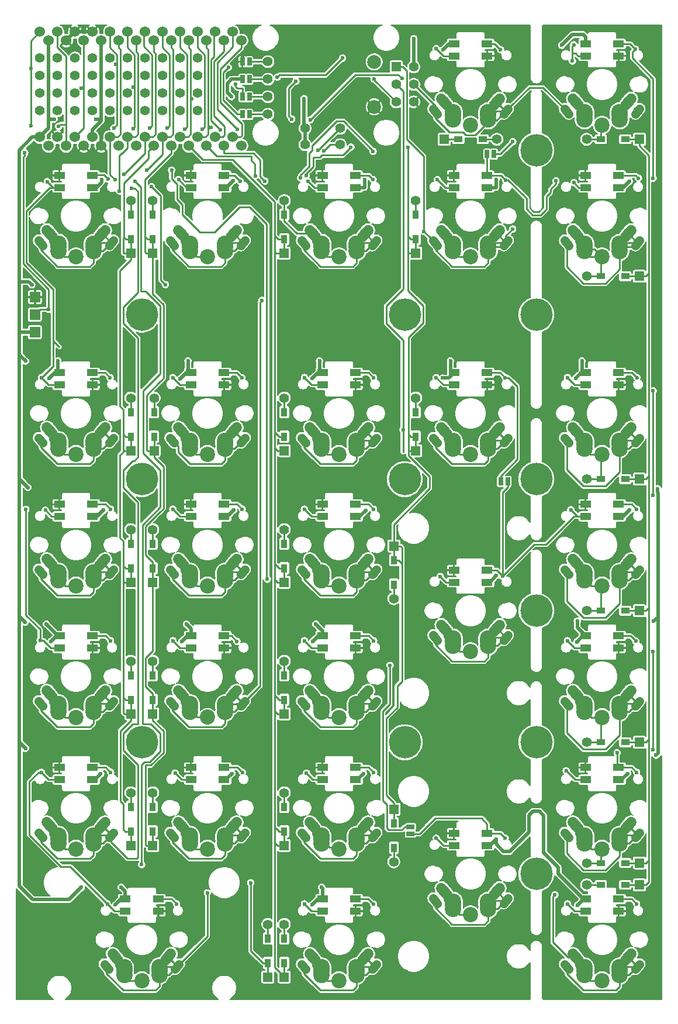
<source format=gtl>
G04 #@! TF.GenerationSoftware,KiCad,Pcbnew,(5.0.0)*
G04 #@! TF.CreationDate,2018-09-18T23:33:11-07:00*
G04 #@! TF.ProjectId,chiral,63686972616C2E6B696361645F706362,v0.2*
G04 #@! TF.SameCoordinates,Original*
G04 #@! TF.FileFunction,Copper,L1,Top,Signal*
G04 #@! TF.FilePolarity,Positive*
%FSLAX46Y46*%
G04 Gerber Fmt 4.6, Leading zero omitted, Abs format (unit mm)*
G04 Created by KiCad (PCBNEW (5.0.0)) date 09/18/18 23:33:11*
%MOMM*%
%LPD*%
G01*
G04 APERTURE LIST*
G04 #@! TA.AperFunction,SMDPad,CuDef*
%ADD10R,1.300000X0.950000*%
G04 #@! TD*
G04 #@! TA.AperFunction,ComponentPad*
%ADD11R,1.397000X1.397000*%
G04 #@! TD*
G04 #@! TA.AperFunction,ComponentPad*
%ADD12C,1.397000*%
G04 #@! TD*
G04 #@! TA.AperFunction,SMDPad,CuDef*
%ADD13R,0.950000X1.300000*%
G04 #@! TD*
G04 #@! TA.AperFunction,ComponentPad*
%ADD14C,4.700000*%
G04 #@! TD*
G04 #@! TA.AperFunction,SMDPad,CuDef*
%ADD15R,0.635000X1.143000*%
G04 #@! TD*
G04 #@! TA.AperFunction,SMDPad,CuDef*
%ADD16R,1.143000X0.635000*%
G04 #@! TD*
G04 #@! TA.AperFunction,ComponentPad*
%ADD17C,1.524000*%
G04 #@! TD*
G04 #@! TA.AperFunction,SMDPad,CuDef*
%ADD18R,1.524000X1.524000*%
G04 #@! TD*
G04 #@! TA.AperFunction,ComponentPad*
%ADD19C,1.250000*%
G04 #@! TD*
G04 #@! TA.AperFunction,Conductor*
%ADD20C,1.250000*%
G04 #@! TD*
G04 #@! TA.AperFunction,ComponentPad*
%ADD21C,2.200000*%
G04 #@! TD*
G04 #@! TA.AperFunction,ComponentPad*
%ADD22C,2.400000*%
G04 #@! TD*
G04 #@! TA.AperFunction,ComponentPad*
%ADD23C,1.550000*%
G04 #@! TD*
G04 #@! TA.AperFunction,Conductor*
%ADD24C,1.550000*%
G04 #@! TD*
G04 #@! TA.AperFunction,ComponentPad*
%ADD25C,2.000000*%
G04 #@! TD*
G04 #@! TA.AperFunction,SMDPad,CuDef*
%ADD26R,1.600000X1.000000*%
G04 #@! TD*
G04 #@! TA.AperFunction,ViaPad*
%ADD27C,0.600000*%
G04 #@! TD*
G04 #@! TA.AperFunction,Conductor*
%ADD28C,0.250000*%
G04 #@! TD*
G04 #@! TA.AperFunction,Conductor*
%ADD29C,0.500000*%
G04 #@! TD*
G04 #@! TA.AperFunction,Conductor*
%ADD30C,0.127000*%
G04 #@! TD*
G04 APERTURE END LIST*
D10*
G04 #@! TO.P,D1,1*
G04 #@! TO.N,col3*
X103000000Y-55562500D03*
D11*
X100965000Y-55562500D03*
D12*
G04 #@! TO.P,D1,2*
G04 #@! TO.N,Net-(D1-Pad2)*
X108585000Y-55562500D03*
D10*
X106550000Y-55562500D03*
G04 #@! TD*
G04 #@! TO.P,D2,2*
G04 #@! TO.N,Net-(D2-Pad2)*
X123637968Y-55562500D03*
D12*
X121602968Y-55562500D03*
D11*
G04 #@! TO.P,D2,1*
G04 #@! TO.N,col4*
X129222968Y-55562500D03*
D10*
X127187968Y-55562500D03*
G04 #@! TD*
D13*
G04 #@! TO.P,D3,2*
G04 #@! TO.N,Net-(D3-Pad2)*
X55562968Y-66486578D03*
D12*
X55562968Y-64451578D03*
D11*
G04 #@! TO.P,D3,1*
G04 #@! TO.N,col0*
X55562968Y-72071578D03*
D13*
X55562968Y-70036578D03*
G04 #@! TD*
G04 #@! TO.P,D4,1*
G04 #@! TO.N,col1*
X58737968Y-70036578D03*
D11*
X58737968Y-72071578D03*
D12*
G04 #@! TO.P,D4,2*
G04 #@! TO.N,Net-(D4-Pad2)*
X58737968Y-64451578D03*
D13*
X58737968Y-66486578D03*
G04 #@! TD*
G04 #@! TO.P,D5,2*
G04 #@! TO.N,Net-(D5-Pad2)*
X77787968Y-66486578D03*
D12*
X77787968Y-64451578D03*
D11*
G04 #@! TO.P,D5,1*
G04 #@! TO.N,col2*
X77787968Y-72071578D03*
D13*
X77787968Y-70036578D03*
G04 #@! TD*
G04 #@! TO.P,D6,1*
G04 #@! TO.N,col3*
X96837968Y-70036578D03*
D11*
X96837968Y-72071578D03*
D12*
G04 #@! TO.P,D6,2*
G04 #@! TO.N,Net-(D6-Pad2)*
X96837968Y-64451578D03*
D13*
X96837968Y-66486578D03*
G04 #@! TD*
D10*
G04 #@! TO.P,D7,2*
G04 #@! TO.N,Net-(D7-Pad2)*
X123637968Y-75405328D03*
D12*
X121602968Y-75405328D03*
D11*
G04 #@! TO.P,D7,1*
G04 #@! TO.N,col4*
X129222968Y-75405328D03*
D10*
X127187968Y-75405328D03*
G04 #@! TD*
D13*
G04 #@! TO.P,D8,1*
G04 #@! TO.N,col0*
X55562968Y-98611578D03*
D11*
X55562968Y-100646578D03*
D12*
G04 #@! TO.P,D8,2*
G04 #@! TO.N,Net-(D8-Pad2)*
X55562968Y-93026578D03*
D13*
X55562968Y-95061578D03*
G04 #@! TD*
G04 #@! TO.P,D9,2*
G04 #@! TO.N,Net-(D9-Pad2)*
X58925468Y-95061578D03*
D12*
X58925468Y-93026578D03*
D11*
G04 #@! TO.P,D9,1*
G04 #@! TO.N,col1*
X58925468Y-100646578D03*
D13*
X58925468Y-98611578D03*
G04 #@! TD*
G04 #@! TO.P,D10,1*
G04 #@! TO.N,col2*
X77787968Y-98611578D03*
D11*
X77787968Y-100646578D03*
D12*
G04 #@! TO.P,D10,2*
G04 #@! TO.N,Net-(D10-Pad2)*
X77787968Y-93026578D03*
D13*
X77787968Y-95061578D03*
G04 #@! TD*
G04 #@! TO.P,D11,2*
G04 #@! TO.N,Net-(D11-Pad2)*
X96837968Y-95061578D03*
D12*
X96837968Y-93026578D03*
D11*
G04 #@! TO.P,D11,1*
G04 #@! TO.N,col3*
X96837968Y-100646578D03*
D13*
X96837968Y-98611578D03*
G04 #@! TD*
D10*
G04 #@! TO.P,D12,1*
G04 #@! TO.N,col4*
X127187968Y-104774078D03*
D11*
X129222968Y-104774078D03*
D12*
G04 #@! TO.P,D12,2*
G04 #@! TO.N,Net-(D12-Pad2)*
X121602968Y-104774078D03*
D10*
X123637968Y-104774078D03*
G04 #@! TD*
D13*
G04 #@! TO.P,D13,1*
G04 #@! TO.N,col0*
X55562968Y-117661578D03*
D11*
X55562968Y-119696578D03*
D12*
G04 #@! TO.P,D13,2*
G04 #@! TO.N,Net-(D13-Pad2)*
X55562968Y-112076578D03*
D13*
X55562968Y-114111578D03*
G04 #@! TD*
G04 #@! TO.P,D14,1*
G04 #@! TO.N,col1*
X58737968Y-117661578D03*
D11*
X58737968Y-119696578D03*
D12*
G04 #@! TO.P,D14,2*
G04 #@! TO.N,Net-(D14-Pad2)*
X58737968Y-112076578D03*
D13*
X58737968Y-114111578D03*
G04 #@! TD*
G04 #@! TO.P,D15,2*
G04 #@! TO.N,Net-(D15-Pad2)*
X77787968Y-114111578D03*
D12*
X77787968Y-112076578D03*
D11*
G04 #@! TO.P,D15,1*
G04 #@! TO.N,col2*
X77787968Y-119696578D03*
D13*
X77787968Y-117661578D03*
G04 #@! TD*
G04 #@! TO.P,D16,1*
G04 #@! TO.N,col3*
X93662968Y-116492828D03*
D11*
X93662968Y-114457828D03*
D12*
G04 #@! TO.P,D16,2*
G04 #@! TO.N,Net-(D16-Pad2)*
X93662968Y-122077828D03*
D13*
X93662968Y-120042828D03*
G04 #@! TD*
D10*
G04 #@! TO.P,D17,2*
G04 #@! TO.N,Net-(D17-Pad2)*
X123637968Y-123824078D03*
D12*
X121602968Y-123824078D03*
D11*
G04 #@! TO.P,D17,1*
G04 #@! TO.N,col4*
X129222968Y-123824078D03*
D10*
X127187968Y-123824078D03*
G04 #@! TD*
D13*
G04 #@! TO.P,D18,2*
G04 #@! TO.N,Net-(D18-Pad2)*
X55562968Y-133161578D03*
D12*
X55562968Y-131126578D03*
D11*
G04 #@! TO.P,D18,1*
G04 #@! TO.N,col0*
X55562968Y-138746578D03*
D13*
X55562968Y-136711578D03*
G04 #@! TD*
G04 #@! TO.P,D19,1*
G04 #@! TO.N,col1*
X58737968Y-136711578D03*
D11*
X58737968Y-138746578D03*
D12*
G04 #@! TO.P,D19,2*
G04 #@! TO.N,Net-(D19-Pad2)*
X58737968Y-131126578D03*
D13*
X58737968Y-133161578D03*
G04 #@! TD*
G04 #@! TO.P,D20,2*
G04 #@! TO.N,Net-(D20-Pad2)*
X77787968Y-133161578D03*
D12*
X77787968Y-131126578D03*
D11*
G04 #@! TO.P,D20,1*
G04 #@! TO.N,col2*
X77787968Y-138746578D03*
D13*
X77787968Y-136711578D03*
G04 #@! TD*
D10*
G04 #@! TO.P,D21,1*
G04 #@! TO.N,col4*
X127187968Y-142874078D03*
D11*
X129222968Y-142874078D03*
D12*
G04 #@! TO.P,D21,2*
G04 #@! TO.N,Net-(D21-Pad2)*
X121602968Y-142874078D03*
D10*
X123637968Y-142874078D03*
G04 #@! TD*
D13*
G04 #@! TO.P,D22,2*
G04 #@! TO.N,Net-(D22-Pad2)*
X55562968Y-152211578D03*
D12*
X55562968Y-150176578D03*
D11*
G04 #@! TO.P,D22,1*
G04 #@! TO.N,col0*
X55562968Y-157796578D03*
D13*
X55562968Y-155761578D03*
G04 #@! TD*
G04 #@! TO.P,D23,1*
G04 #@! TO.N,col1*
X58737968Y-155761578D03*
D11*
X58737968Y-157796578D03*
D12*
G04 #@! TO.P,D23,2*
G04 #@! TO.N,Net-(D23-Pad2)*
X58737968Y-150176578D03*
D13*
X58737968Y-152211578D03*
G04 #@! TD*
G04 #@! TO.P,D24,2*
G04 #@! TO.N,Net-(D24-Pad2)*
X77787968Y-152211578D03*
D12*
X77787968Y-150176578D03*
D11*
G04 #@! TO.P,D24,1*
G04 #@! TO.N,col2*
X77787968Y-157796578D03*
D13*
X77787968Y-155761578D03*
G04 #@! TD*
G04 #@! TO.P,D25,1*
G04 #@! TO.N,col3*
X93662968Y-154592828D03*
D11*
X93662968Y-152557828D03*
D12*
G04 #@! TO.P,D25,2*
G04 #@! TO.N,Net-(D25-Pad2)*
X93662968Y-160177828D03*
D13*
X93662968Y-158142828D03*
G04 #@! TD*
D10*
G04 #@! TO.P,D26,2*
G04 #@! TO.N,Net-(D26-Pad2)*
X123637968Y-160336578D03*
D12*
X121602968Y-160336578D03*
D11*
G04 #@! TO.P,D26,1*
G04 #@! TO.N,col4*
X129222968Y-160336578D03*
D10*
X127187968Y-160336578D03*
G04 #@! TD*
D13*
G04 #@! TO.P,D27,1*
G04 #@! TO.N,col0*
X75406718Y-174811578D03*
D11*
X75406718Y-176846578D03*
D12*
G04 #@! TO.P,D27,2*
G04 #@! TO.N,Net-(D27-Pad2)*
X75406718Y-169226578D03*
D13*
X75406718Y-171261578D03*
G04 #@! TD*
G04 #@! TO.P,D28,2*
G04 #@! TO.N,Net-(D28-Pad2)*
X77787968Y-171261578D03*
D12*
X77787968Y-169226578D03*
D11*
G04 #@! TO.P,D28,1*
G04 #@! TO.N,col2*
X77787968Y-176846578D03*
D13*
X77787968Y-174811578D03*
G04 #@! TD*
D10*
G04 #@! TO.P,D29,1*
G04 #@! TO.N,col4*
X127187968Y-163511578D03*
D11*
X129222968Y-163511578D03*
D12*
G04 #@! TO.P,D29,2*
G04 #@! TO.N,Net-(D29-Pad2)*
X121602968Y-163511578D03*
D10*
X123637968Y-163511578D03*
G04 #@! TD*
D12*
G04 #@! TO.P,H1,1*
G04 #@! TO.N,N/C*
X47464960Y-48892460D03*
X42384960Y-48892460D03*
X44924960Y-48892460D03*
X42384960Y-51432460D03*
X52544960Y-48892460D03*
X47464960Y-51432460D03*
X55084960Y-48892460D03*
X57624960Y-48892460D03*
X50004960Y-48892460D03*
X52544960Y-51432460D03*
X57624960Y-51432460D03*
X60164960Y-48892460D03*
X60164960Y-51432460D03*
X62704960Y-48892460D03*
X62704960Y-51432460D03*
X65244960Y-48892460D03*
X65244960Y-51432460D03*
X50004960Y-51432460D03*
X55084960Y-51432460D03*
X44924960Y-51432460D03*
X65247500Y-46355000D03*
X65247500Y-43815000D03*
X62707500Y-46355000D03*
X62707500Y-43815000D03*
X60167500Y-46355000D03*
X60167500Y-43815000D03*
X57627500Y-46355000D03*
X57627500Y-43815000D03*
X55087500Y-46355000D03*
X55087500Y-43815000D03*
X52547500Y-46355000D03*
X52547500Y-43815000D03*
X50007500Y-46355000D03*
X50007500Y-43815000D03*
X47467500Y-46355000D03*
X47467500Y-43815000D03*
X44927500Y-46355000D03*
X44927500Y-43815000D03*
X42387500Y-46355000D03*
X42387500Y-43815000D03*
G04 #@! TD*
D14*
G04 #@! TO.P,H6,hole*
G04 #@! TO.N,N/C*
X114300000Y-57150000D03*
G04 #@! TD*
G04 #@! TO.P,H7,hole*
G04 #@! TO.N,N/C*
X57150000Y-80962500D03*
G04 #@! TD*
G04 #@! TO.P,H8,hole*
G04 #@! TO.N,N/C*
X95250000Y-80962500D03*
G04 #@! TD*
G04 #@! TO.P,H9,hole*
G04 #@! TO.N,N/C*
X114300000Y-80962500D03*
G04 #@! TD*
G04 #@! TO.P,H10,hole*
G04 #@! TO.N,N/C*
X57150000Y-104775000D03*
G04 #@! TD*
G04 #@! TO.P,H11,hole*
G04 #@! TO.N,N/C*
X95250000Y-104775000D03*
G04 #@! TD*
G04 #@! TO.P,H12,hole*
G04 #@! TO.N,N/C*
X114300000Y-104775000D03*
G04 #@! TD*
G04 #@! TO.P,H13,hole*
G04 #@! TO.N,N/C*
X114300000Y-123825000D03*
G04 #@! TD*
G04 #@! TO.P,H14,hole*
G04 #@! TO.N,N/C*
X57150000Y-142875000D03*
G04 #@! TD*
G04 #@! TO.P,H15,hole*
G04 #@! TO.N,N/C*
X95250000Y-142875000D03*
G04 #@! TD*
G04 #@! TO.P,H16,hole*
G04 #@! TO.N,N/C*
X114300000Y-142875000D03*
G04 #@! TD*
G04 #@! TO.P,H17,hole*
G04 #@! TO.N,N/C*
X114300000Y-161925000D03*
G04 #@! TD*
D15*
G04 #@! TO.P,JP1,1*
G04 #@! TO.N,Net-(JP1-Pad1)*
X108175380Y-57705000D03*
G04 #@! TO.P,JP1,2*
G04 #@! TO.N,Net-(JP1-Pad2)*
X107174620Y-57705000D03*
G04 #@! TD*
G04 #@! TO.P,JP2,2*
G04 #@! TO.N,Net-(JP2-Pad2)*
X110155380Y-105105000D03*
G04 #@! TO.P,JP2,1*
G04 #@! TO.N,Net-(JP2-Pad1)*
X109154620Y-105105000D03*
G04 #@! TD*
D16*
G04 #@! TO.P,JP3,1*
G04 #@! TO.N,Net-(JP3-Pad1)*
X96065000Y-155114620D03*
G04 #@! TO.P,JP3,2*
G04 #@! TO.N,Net-(JP3-Pad2)*
X96065000Y-156115380D03*
G04 #@! TD*
D15*
G04 #@! TO.P,JP4,1*
G04 #@! TO.N,GND*
X71724620Y-44335000D03*
G04 #@! TO.P,JP4,2*
G04 #@! TO.N,Net-(JP4-Pad2)*
X72725380Y-44335000D03*
G04 #@! TD*
G04 #@! TO.P,JP5,2*
G04 #@! TO.N,Net-(JP5-Pad2)*
X72725380Y-46875000D03*
G04 #@! TO.P,JP5,1*
G04 #@! TO.N,VCC*
X71724620Y-46875000D03*
G04 #@! TD*
G04 #@! TO.P,JP6,2*
G04 #@! TO.N,Net-(JP10-Pad2)*
X72725380Y-49415000D03*
G04 #@! TO.P,JP6,1*
G04 #@! TO.N,/SCL*
X71724620Y-49415000D03*
G04 #@! TD*
G04 #@! TO.P,JP7,1*
G04 #@! TO.N,/SDA*
X71724620Y-51955000D03*
G04 #@! TO.P,JP7,2*
G04 #@! TO.N,Net-(JP11-Pad2)*
X72725380Y-51955000D03*
G04 #@! TD*
D17*
G04 #@! TO.P,MCU1,1*
G04 #@! TO.N,LED*
X43656718Y-56514078D03*
G04 #@! TO.P,MCU1,2*
G04 #@! TO.N,data*
X46196718Y-56514078D03*
G04 #@! TO.P,MCU1,3*
G04 #@! TO.N,GND*
X48736718Y-56514078D03*
G04 #@! TO.P,MCU1,4*
X51276718Y-56514078D03*
G04 #@! TO.P,MCU1,5*
G04 #@! TO.N,/SDA*
X53816718Y-56514078D03*
G04 #@! TO.P,MCU1,6*
G04 #@! TO.N,/SCL*
X56356718Y-56514078D03*
G04 #@! TO.P,MCU1,7*
G04 #@! TO.N,col0*
X58896718Y-56514078D03*
G04 #@! TO.P,MCU1,8*
G04 #@! TO.N,col1*
X61436718Y-56514078D03*
G04 #@! TO.P,MCU1,9*
G04 #@! TO.N,col2*
X63976718Y-56514078D03*
G04 #@! TO.P,MCU1,10*
G04 #@! TO.N,col3*
X66516718Y-56514078D03*
G04 #@! TO.P,MCU1,11*
G04 #@! TO.N,col4*
X69056718Y-56514078D03*
G04 #@! TO.P,MCU1,12*
G04 #@! TO.N,Net-(MCU1-Pad12)*
X71596718Y-56514078D03*
G04 #@! TO.P,MCU1,13*
G04 #@! TO.N,Net-(MCU1-Pad13)*
X71596718Y-41274078D03*
G04 #@! TO.P,MCU1,14*
G04 #@! TO.N,row0*
X69056718Y-41274078D03*
G04 #@! TO.P,MCU1,15*
G04 #@! TO.N,row1*
X66516718Y-41274078D03*
G04 #@! TO.P,MCU1,16*
G04 #@! TO.N,row2*
X63976718Y-41274078D03*
G04 #@! TO.P,MCU1,17*
G04 #@! TO.N,row3*
X61436718Y-41274078D03*
G04 #@! TO.P,MCU1,18*
G04 #@! TO.N,row4*
X58896718Y-41274078D03*
G04 #@! TO.P,MCU1,19*
G04 #@! TO.N,row5*
X56356718Y-41274078D03*
G04 #@! TO.P,MCU1,20*
G04 #@! TO.N,row6*
X53816718Y-41274078D03*
G04 #@! TO.P,MCU1,21*
G04 #@! TO.N,VCC*
X51276718Y-41274078D03*
G04 #@! TO.P,MCU1,22*
G04 #@! TO.N,/RESET*
X48736718Y-41274078D03*
G04 #@! TO.P,MCU1,23*
G04 #@! TO.N,GND*
X46196718Y-41274078D03*
G04 #@! TO.P,MCU1,24*
G04 #@! TO.N,VCC*
X43656718Y-41274078D03*
G04 #@! TO.P,MCU1,15*
G04 #@! TO.N,row1*
X65246718Y-55244078D03*
G04 #@! TO.P,MCU1,9*
G04 #@! TO.N,col2*
X62706718Y-40004078D03*
G04 #@! TO.P,MCU1,21*
G04 #@! TO.N,VCC*
X50006718Y-55244078D03*
G04 #@! TO.P,MCU1,1*
G04 #@! TO.N,LED*
X42386718Y-40004078D03*
G04 #@! TO.P,MCU1,2*
G04 #@! TO.N,data*
X44926718Y-40004078D03*
G04 #@! TO.P,MCU1,13*
G04 #@! TO.N,Net-(MCU1-Pad13)*
X70326718Y-55244078D03*
G04 #@! TO.P,MCU1,17*
G04 #@! TO.N,row3*
X60166718Y-55244078D03*
G04 #@! TO.P,MCU1,3*
G04 #@! TO.N,GND*
X47466718Y-40004078D03*
G04 #@! TO.P,MCU1,4*
X50006718Y-40004078D03*
G04 #@! TO.P,MCU1,5*
G04 #@! TO.N,/SDA*
X52546718Y-40004078D03*
G04 #@! TO.P,MCU1,23*
G04 #@! TO.N,GND*
X44926718Y-55244078D03*
G04 #@! TO.P,MCU1,24*
G04 #@! TO.N,VCC*
X42386718Y-55244078D03*
G04 #@! TO.P,MCU1,6*
G04 #@! TO.N,/SCL*
X55086718Y-40004078D03*
G04 #@! TO.P,MCU1,8*
G04 #@! TO.N,col1*
X60166718Y-40004078D03*
G04 #@! TO.P,MCU1,12*
G04 #@! TO.N,Net-(MCU1-Pad12)*
X70326718Y-40004078D03*
G04 #@! TO.P,MCU1,18*
G04 #@! TO.N,row4*
X57626718Y-55244078D03*
G04 #@! TO.P,MCU1,20*
G04 #@! TO.N,row6*
X52546718Y-55244078D03*
G04 #@! TO.P,MCU1,22*
G04 #@! TO.N,/RESET*
X47466718Y-55244078D03*
G04 #@! TO.P,MCU1,19*
G04 #@! TO.N,row5*
X55086718Y-55244078D03*
G04 #@! TO.P,MCU1,7*
G04 #@! TO.N,col0*
X57626718Y-40004078D03*
G04 #@! TO.P,MCU1,10*
G04 #@! TO.N,col3*
X65246718Y-40004078D03*
G04 #@! TO.P,MCU1,11*
G04 #@! TO.N,col4*
X67786718Y-40004078D03*
G04 #@! TO.P,MCU1,14*
G04 #@! TO.N,row0*
X67786718Y-55244078D03*
G04 #@! TO.P,MCU1,16*
G04 #@! TO.N,row2*
X62706718Y-55244078D03*
G04 #@! TD*
D12*
G04 #@! TO.P,P1,1*
G04 #@! TO.N,Net-(JP4-Pad2)*
X75410000Y-44335000D03*
G04 #@! TO.P,P1,2*
G04 #@! TO.N,Net-(JP5-Pad2)*
X75410000Y-46875000D03*
G04 #@! TO.P,P1,3*
G04 #@! TO.N,Net-(JP10-Pad2)*
X75410000Y-49415000D03*
G04 #@! TO.P,P1,4*
G04 #@! TO.N,Net-(JP11-Pad2)*
X75410000Y-51955000D03*
G04 #@! TD*
D18*
G04 #@! TO.P,P2,3*
G04 #@! TO.N,GND*
X41675000Y-78422500D03*
G04 #@! TO.P,P2,2*
G04 #@! TO.N,LED*
X41675000Y-80962500D03*
G04 #@! TO.P,P2,1*
G04 #@! TO.N,VCC*
X41675000Y-83502500D03*
G04 #@! TD*
D11*
G04 #@! TO.P,P3,1*
G04 #@! TO.N,row1*
X94005000Y-45085000D03*
D12*
G04 #@! TO.P,P3,2*
G04 #@! TO.N,VCC*
X96545000Y-45085000D03*
G04 #@! TO.P,P3,3*
G04 #@! TO.N,row2*
X94005000Y-47625000D03*
G04 #@! TO.P,P3,4*
G04 #@! TO.N,row0*
X96545000Y-47625000D03*
G04 #@! TO.P,P3,5*
G04 #@! TO.N,/RESET*
X94005000Y-50165000D03*
G04 #@! TO.P,P3,6*
G04 #@! TO.N,GND*
X96545000Y-50165000D03*
G04 #@! TD*
G04 #@! TO.P,R1,1*
G04 #@! TO.N,VCC*
X80803750Y-53975000D03*
G04 #@! TO.P,R1,2*
G04 #@! TO.N,/SCL*
X85883750Y-53975000D03*
G04 #@! TD*
G04 #@! TO.P,R2,2*
G04 #@! TO.N,/SDA*
X85883750Y-56356250D03*
G04 #@! TO.P,R2,1*
G04 #@! TO.N,VCC*
X80803750Y-56356250D03*
G04 #@! TD*
D19*
G04 #@! TO.P,SW1,1*
G04 #@! TO.N,row0*
X99675468Y-51524078D03*
D20*
G04 #@! TD*
G04 #@! TO.N,row0*
G04 #@! TO.C,SW1*
X99980792Y-51887949D02*
X99370144Y-51160207D01*
D19*
G04 #@! TO.P,SW1,1*
G04 #@! TO.N,row0*
X109875468Y-51524078D03*
D20*
G04 #@! TD*
G04 #@! TO.N,row0*
G04 #@! TO.C,SW1*
X110180792Y-51160207D02*
X109570144Y-51887949D01*
D21*
G04 #@! TO.P,SW1,2*
G04 #@! TO.N,Net-(D1-Pad2)*
X104775468Y-53524078D03*
D22*
X102235468Y-52704078D03*
D23*
G04 #@! TO.P,SW1,1*
G04 #@! TO.N,row0*
X108585468Y-50164078D03*
D24*
G04 #@! TD*
G04 #@! TO.N,row0*
G04 #@! TO.C,SW1*
X108987210Y-49685300D02*
X108183726Y-50642856D01*
D22*
G04 #@! TO.P,SW1,1*
G04 #@! TO.N,row0*
X107315468Y-52704078D03*
D23*
G04 #@! TO.P,SW1,2*
G04 #@! TO.N,Net-(D1-Pad2)*
X100965468Y-50164078D03*
D24*
G04 #@! TD*
G04 #@! TO.N,Net-(D1-Pad2)*
G04 #@! TO.C,SW1*
X101367210Y-50642856D02*
X100563726Y-49685300D01*
D22*
G04 #@! TO.P,SW1,2*
G04 #@! TO.N,Net-(D1-Pad2)*
X102235468Y-52124078D03*
X102235468Y-51624078D03*
G04 #@! TO.P,SW1,1*
G04 #@! TO.N,row0*
X107315468Y-51624078D03*
X107315468Y-52124078D03*
G04 #@! TD*
D19*
G04 #@! TO.P,SW2,1*
G04 #@! TO.N,row0*
X118725468Y-51524078D03*
D20*
G04 #@! TD*
G04 #@! TO.N,row0*
G04 #@! TO.C,SW2*
X119030792Y-51887949D02*
X118420144Y-51160207D01*
D19*
G04 #@! TO.P,SW2,1*
G04 #@! TO.N,row0*
X128925468Y-51524078D03*
D20*
G04 #@! TD*
G04 #@! TO.N,row0*
G04 #@! TO.C,SW2*
X129230792Y-51160207D02*
X128620144Y-51887949D01*
D21*
G04 #@! TO.P,SW2,2*
G04 #@! TO.N,Net-(D2-Pad2)*
X123825468Y-53524078D03*
D22*
X121285468Y-52704078D03*
D23*
G04 #@! TO.P,SW2,1*
G04 #@! TO.N,row0*
X127635468Y-50164078D03*
D24*
G04 #@! TD*
G04 #@! TO.N,row0*
G04 #@! TO.C,SW2*
X128037210Y-49685300D02*
X127233726Y-50642856D01*
D22*
G04 #@! TO.P,SW2,1*
G04 #@! TO.N,row0*
X126365468Y-52704078D03*
D23*
G04 #@! TO.P,SW2,2*
G04 #@! TO.N,Net-(D2-Pad2)*
X120015468Y-50164078D03*
D24*
G04 #@! TD*
G04 #@! TO.N,Net-(D2-Pad2)*
G04 #@! TO.C,SW2*
X120417210Y-50642856D02*
X119613726Y-49685300D01*
D22*
G04 #@! TO.P,SW2,2*
G04 #@! TO.N,Net-(D2-Pad2)*
X121285468Y-52124078D03*
X121285468Y-51624078D03*
G04 #@! TO.P,SW2,1*
G04 #@! TO.N,row0*
X126365468Y-51624078D03*
X126365468Y-52124078D03*
G04 #@! TD*
G04 #@! TO.P,SW3,1*
G04 #@! TO.N,row1*
X50165468Y-71174078D03*
X50165468Y-70674078D03*
G04 #@! TO.P,SW3,2*
G04 #@! TO.N,Net-(D3-Pad2)*
X45085468Y-70674078D03*
X45085468Y-71174078D03*
D23*
X43815468Y-69214078D03*
D24*
G04 #@! TD*
G04 #@! TO.N,Net-(D3-Pad2)*
G04 #@! TO.C,SW3*
X44217210Y-69692856D02*
X43413726Y-68735300D01*
D22*
G04 #@! TO.P,SW3,1*
G04 #@! TO.N,row1*
X50165468Y-71754078D03*
D23*
X51435468Y-69214078D03*
D24*
G04 #@! TD*
G04 #@! TO.N,row1*
G04 #@! TO.C,SW3*
X51837210Y-68735300D02*
X51033726Y-69692856D01*
D22*
G04 #@! TO.P,SW3,2*
G04 #@! TO.N,Net-(D3-Pad2)*
X45085468Y-71754078D03*
D21*
X47625468Y-72574078D03*
D19*
G04 #@! TO.P,SW3,1*
G04 #@! TO.N,row1*
X52725468Y-70574078D03*
D20*
G04 #@! TD*
G04 #@! TO.N,row1*
G04 #@! TO.C,SW3*
X53030792Y-70210207D02*
X52420144Y-70937949D01*
D19*
G04 #@! TO.P,SW3,1*
G04 #@! TO.N,row1*
X42525468Y-70574078D03*
D20*
G04 #@! TD*
G04 #@! TO.N,row1*
G04 #@! TO.C,SW3*
X42830792Y-70937949D02*
X42220144Y-70210207D01*
D19*
G04 #@! TO.P,SW4,1*
G04 #@! TO.N,row1*
X61575468Y-70574078D03*
D20*
G04 #@! TD*
G04 #@! TO.N,row1*
G04 #@! TO.C,SW4*
X61880792Y-70937949D02*
X61270144Y-70210207D01*
D19*
G04 #@! TO.P,SW4,1*
G04 #@! TO.N,row1*
X71775468Y-70574078D03*
D20*
G04 #@! TD*
G04 #@! TO.N,row1*
G04 #@! TO.C,SW4*
X72080792Y-70210207D02*
X71470144Y-70937949D01*
D21*
G04 #@! TO.P,SW4,2*
G04 #@! TO.N,Net-(D4-Pad2)*
X66675468Y-72574078D03*
D22*
X64135468Y-71754078D03*
D23*
G04 #@! TO.P,SW4,1*
G04 #@! TO.N,row1*
X70485468Y-69214078D03*
D24*
G04 #@! TD*
G04 #@! TO.N,row1*
G04 #@! TO.C,SW4*
X70887210Y-68735300D02*
X70083726Y-69692856D01*
D22*
G04 #@! TO.P,SW4,1*
G04 #@! TO.N,row1*
X69215468Y-71754078D03*
D23*
G04 #@! TO.P,SW4,2*
G04 #@! TO.N,Net-(D4-Pad2)*
X62865468Y-69214078D03*
D24*
G04 #@! TD*
G04 #@! TO.N,Net-(D4-Pad2)*
G04 #@! TO.C,SW4*
X63267210Y-69692856D02*
X62463726Y-68735300D01*
D22*
G04 #@! TO.P,SW4,2*
G04 #@! TO.N,Net-(D4-Pad2)*
X64135468Y-71174078D03*
X64135468Y-70674078D03*
G04 #@! TO.P,SW4,1*
G04 #@! TO.N,row1*
X69215468Y-70674078D03*
X69215468Y-71174078D03*
G04 #@! TD*
G04 #@! TO.P,SW5,1*
G04 #@! TO.N,row1*
X88265468Y-71174078D03*
X88265468Y-70674078D03*
G04 #@! TO.P,SW5,2*
G04 #@! TO.N,Net-(D5-Pad2)*
X83185468Y-70674078D03*
X83185468Y-71174078D03*
D23*
X81915468Y-69214078D03*
D24*
G04 #@! TD*
G04 #@! TO.N,Net-(D5-Pad2)*
G04 #@! TO.C,SW5*
X82317210Y-69692856D02*
X81513726Y-68735300D01*
D22*
G04 #@! TO.P,SW5,1*
G04 #@! TO.N,row1*
X88265468Y-71754078D03*
D23*
X89535468Y-69214078D03*
D24*
G04 #@! TD*
G04 #@! TO.N,row1*
G04 #@! TO.C,SW5*
X89937210Y-68735300D02*
X89133726Y-69692856D01*
D22*
G04 #@! TO.P,SW5,2*
G04 #@! TO.N,Net-(D5-Pad2)*
X83185468Y-71754078D03*
D21*
X85725468Y-72574078D03*
D19*
G04 #@! TO.P,SW5,1*
G04 #@! TO.N,row1*
X90825468Y-70574078D03*
D20*
G04 #@! TD*
G04 #@! TO.N,row1*
G04 #@! TO.C,SW5*
X91130792Y-70210207D02*
X90520144Y-70937949D01*
D19*
G04 #@! TO.P,SW5,1*
G04 #@! TO.N,row1*
X80625468Y-70574078D03*
D20*
G04 #@! TD*
G04 #@! TO.N,row1*
G04 #@! TO.C,SW5*
X80930792Y-70937949D02*
X80320144Y-70210207D01*
D19*
G04 #@! TO.P,SW6,1*
G04 #@! TO.N,row1*
X99675468Y-70574078D03*
D20*
G04 #@! TD*
G04 #@! TO.N,row1*
G04 #@! TO.C,SW6*
X99980792Y-70937949D02*
X99370144Y-70210207D01*
D19*
G04 #@! TO.P,SW6,1*
G04 #@! TO.N,row1*
X109875468Y-70574078D03*
D20*
G04 #@! TD*
G04 #@! TO.N,row1*
G04 #@! TO.C,SW6*
X110180792Y-70210207D02*
X109570144Y-70937949D01*
D21*
G04 #@! TO.P,SW6,2*
G04 #@! TO.N,Net-(D6-Pad2)*
X104775468Y-72574078D03*
D22*
X102235468Y-71754078D03*
D23*
G04 #@! TO.P,SW6,1*
G04 #@! TO.N,row1*
X108585468Y-69214078D03*
D24*
G04 #@! TD*
G04 #@! TO.N,row1*
G04 #@! TO.C,SW6*
X108987210Y-68735300D02*
X108183726Y-69692856D01*
D22*
G04 #@! TO.P,SW6,1*
G04 #@! TO.N,row1*
X107315468Y-71754078D03*
D23*
G04 #@! TO.P,SW6,2*
G04 #@! TO.N,Net-(D6-Pad2)*
X100965468Y-69214078D03*
D24*
G04 #@! TD*
G04 #@! TO.N,Net-(D6-Pad2)*
G04 #@! TO.C,SW6*
X101367210Y-69692856D02*
X100563726Y-68735300D01*
D22*
G04 #@! TO.P,SW6,2*
G04 #@! TO.N,Net-(D6-Pad2)*
X102235468Y-71174078D03*
X102235468Y-70674078D03*
G04 #@! TO.P,SW6,1*
G04 #@! TO.N,row1*
X107315468Y-70674078D03*
X107315468Y-71174078D03*
G04 #@! TD*
G04 #@! TO.P,SW7,1*
G04 #@! TO.N,row1*
X126365468Y-71174078D03*
X126365468Y-70674078D03*
G04 #@! TO.P,SW7,2*
G04 #@! TO.N,Net-(D7-Pad2)*
X121285468Y-70674078D03*
X121285468Y-71174078D03*
D23*
X120015468Y-69214078D03*
D24*
G04 #@! TD*
G04 #@! TO.N,Net-(D7-Pad2)*
G04 #@! TO.C,SW7*
X120417210Y-69692856D02*
X119613726Y-68735300D01*
D22*
G04 #@! TO.P,SW7,1*
G04 #@! TO.N,row1*
X126365468Y-71754078D03*
D23*
X127635468Y-69214078D03*
D24*
G04 #@! TD*
G04 #@! TO.N,row1*
G04 #@! TO.C,SW7*
X128037210Y-68735300D02*
X127233726Y-69692856D01*
D22*
G04 #@! TO.P,SW7,2*
G04 #@! TO.N,Net-(D7-Pad2)*
X121285468Y-71754078D03*
D21*
X123825468Y-72574078D03*
D19*
G04 #@! TO.P,SW7,1*
G04 #@! TO.N,row1*
X128925468Y-70574078D03*
D20*
G04 #@! TD*
G04 #@! TO.N,row1*
G04 #@! TO.C,SW7*
X129230792Y-70210207D02*
X128620144Y-70937949D01*
D19*
G04 #@! TO.P,SW7,1*
G04 #@! TO.N,row1*
X118725468Y-70574078D03*
D20*
G04 #@! TD*
G04 #@! TO.N,row1*
G04 #@! TO.C,SW7*
X119030792Y-70937949D02*
X118420144Y-70210207D01*
D22*
G04 #@! TO.P,SW8,1*
G04 #@! TO.N,row2*
X50165468Y-99749078D03*
X50165468Y-99249078D03*
G04 #@! TO.P,SW8,2*
G04 #@! TO.N,Net-(D8-Pad2)*
X45085468Y-99249078D03*
X45085468Y-99749078D03*
D23*
X43815468Y-97789078D03*
D24*
G04 #@! TD*
G04 #@! TO.N,Net-(D8-Pad2)*
G04 #@! TO.C,SW8*
X44217210Y-98267856D02*
X43413726Y-97310300D01*
D22*
G04 #@! TO.P,SW8,1*
G04 #@! TO.N,row2*
X50165468Y-100329078D03*
D23*
X51435468Y-97789078D03*
D24*
G04 #@! TD*
G04 #@! TO.N,row2*
G04 #@! TO.C,SW8*
X51837210Y-97310300D02*
X51033726Y-98267856D01*
D22*
G04 #@! TO.P,SW8,2*
G04 #@! TO.N,Net-(D8-Pad2)*
X45085468Y-100329078D03*
D21*
X47625468Y-101149078D03*
D19*
G04 #@! TO.P,SW8,1*
G04 #@! TO.N,row2*
X52725468Y-99149078D03*
D20*
G04 #@! TD*
G04 #@! TO.N,row2*
G04 #@! TO.C,SW8*
X53030792Y-98785207D02*
X52420144Y-99512949D01*
D19*
G04 #@! TO.P,SW8,1*
G04 #@! TO.N,row2*
X42525468Y-99149078D03*
D20*
G04 #@! TD*
G04 #@! TO.N,row2*
G04 #@! TO.C,SW8*
X42830792Y-99512949D02*
X42220144Y-98785207D01*
D22*
G04 #@! TO.P,SW9,1*
G04 #@! TO.N,row2*
X69215468Y-99749078D03*
X69215468Y-99249078D03*
G04 #@! TO.P,SW9,2*
G04 #@! TO.N,Net-(D9-Pad2)*
X64135468Y-99249078D03*
X64135468Y-99749078D03*
D23*
X62865468Y-97789078D03*
D24*
G04 #@! TD*
G04 #@! TO.N,Net-(D9-Pad2)*
G04 #@! TO.C,SW9*
X63267210Y-98267856D02*
X62463726Y-97310300D01*
D22*
G04 #@! TO.P,SW9,1*
G04 #@! TO.N,row2*
X69215468Y-100329078D03*
D23*
X70485468Y-97789078D03*
D24*
G04 #@! TD*
G04 #@! TO.N,row2*
G04 #@! TO.C,SW9*
X70887210Y-97310300D02*
X70083726Y-98267856D01*
D22*
G04 #@! TO.P,SW9,2*
G04 #@! TO.N,Net-(D9-Pad2)*
X64135468Y-100329078D03*
D21*
X66675468Y-101149078D03*
D19*
G04 #@! TO.P,SW9,1*
G04 #@! TO.N,row2*
X71775468Y-99149078D03*
D20*
G04 #@! TD*
G04 #@! TO.N,row2*
G04 #@! TO.C,SW9*
X72080792Y-98785207D02*
X71470144Y-99512949D01*
D19*
G04 #@! TO.P,SW9,1*
G04 #@! TO.N,row2*
X61575468Y-99149078D03*
D20*
G04 #@! TD*
G04 #@! TO.N,row2*
G04 #@! TO.C,SW9*
X61880792Y-99512949D02*
X61270144Y-98785207D01*
D22*
G04 #@! TO.P,SW10,1*
G04 #@! TO.N,row2*
X88265468Y-99749078D03*
X88265468Y-99249078D03*
G04 #@! TO.P,SW10,2*
G04 #@! TO.N,Net-(D10-Pad2)*
X83185468Y-99249078D03*
X83185468Y-99749078D03*
D23*
X81915468Y-97789078D03*
D24*
G04 #@! TD*
G04 #@! TO.N,Net-(D10-Pad2)*
G04 #@! TO.C,SW10*
X82317210Y-98267856D02*
X81513726Y-97310300D01*
D22*
G04 #@! TO.P,SW10,1*
G04 #@! TO.N,row2*
X88265468Y-100329078D03*
D23*
X89535468Y-97789078D03*
D24*
G04 #@! TD*
G04 #@! TO.N,row2*
G04 #@! TO.C,SW10*
X89937210Y-97310300D02*
X89133726Y-98267856D01*
D22*
G04 #@! TO.P,SW10,2*
G04 #@! TO.N,Net-(D10-Pad2)*
X83185468Y-100329078D03*
D21*
X85725468Y-101149078D03*
D19*
G04 #@! TO.P,SW10,1*
G04 #@! TO.N,row2*
X90825468Y-99149078D03*
D20*
G04 #@! TD*
G04 #@! TO.N,row2*
G04 #@! TO.C,SW10*
X91130792Y-98785207D02*
X90520144Y-99512949D01*
D19*
G04 #@! TO.P,SW10,1*
G04 #@! TO.N,row2*
X80625468Y-99149078D03*
D20*
G04 #@! TD*
G04 #@! TO.N,row2*
G04 #@! TO.C,SW10*
X80930792Y-99512949D02*
X80320144Y-98785207D01*
D22*
G04 #@! TO.P,SW11,1*
G04 #@! TO.N,row2*
X107315468Y-99749078D03*
X107315468Y-99249078D03*
G04 #@! TO.P,SW11,2*
G04 #@! TO.N,Net-(D11-Pad2)*
X102235468Y-99249078D03*
X102235468Y-99749078D03*
D23*
X100965468Y-97789078D03*
D24*
G04 #@! TD*
G04 #@! TO.N,Net-(D11-Pad2)*
G04 #@! TO.C,SW11*
X101367210Y-98267856D02*
X100563726Y-97310300D01*
D22*
G04 #@! TO.P,SW11,1*
G04 #@! TO.N,row2*
X107315468Y-100329078D03*
D23*
X108585468Y-97789078D03*
D24*
G04 #@! TD*
G04 #@! TO.N,row2*
G04 #@! TO.C,SW11*
X108987210Y-97310300D02*
X108183726Y-98267856D01*
D22*
G04 #@! TO.P,SW11,2*
G04 #@! TO.N,Net-(D11-Pad2)*
X102235468Y-100329078D03*
D21*
X104775468Y-101149078D03*
D19*
G04 #@! TO.P,SW11,1*
G04 #@! TO.N,row2*
X109875468Y-99149078D03*
D20*
G04 #@! TD*
G04 #@! TO.N,row2*
G04 #@! TO.C,SW11*
X110180792Y-98785207D02*
X109570144Y-99512949D01*
D19*
G04 #@! TO.P,SW11,1*
G04 #@! TO.N,row2*
X99675468Y-99149078D03*
D20*
G04 #@! TD*
G04 #@! TO.N,row2*
G04 #@! TO.C,SW11*
X99980792Y-99512949D02*
X99370144Y-98785207D01*
D19*
G04 #@! TO.P,SW12,1*
G04 #@! TO.N,row2*
X118725468Y-99149078D03*
D20*
G04 #@! TD*
G04 #@! TO.N,row2*
G04 #@! TO.C,SW12*
X119030792Y-99512949D02*
X118420144Y-98785207D01*
D19*
G04 #@! TO.P,SW12,1*
G04 #@! TO.N,row2*
X128925468Y-99149078D03*
D20*
G04 #@! TD*
G04 #@! TO.N,row2*
G04 #@! TO.C,SW12*
X129230792Y-98785207D02*
X128620144Y-99512949D01*
D21*
G04 #@! TO.P,SW12,2*
G04 #@! TO.N,Net-(D12-Pad2)*
X123825468Y-101149078D03*
D22*
X121285468Y-100329078D03*
D23*
G04 #@! TO.P,SW12,1*
G04 #@! TO.N,row2*
X127635468Y-97789078D03*
D24*
G04 #@! TD*
G04 #@! TO.N,row2*
G04 #@! TO.C,SW12*
X128037210Y-97310300D02*
X127233726Y-98267856D01*
D22*
G04 #@! TO.P,SW12,1*
G04 #@! TO.N,row2*
X126365468Y-100329078D03*
D23*
G04 #@! TO.P,SW12,2*
G04 #@! TO.N,Net-(D12-Pad2)*
X120015468Y-97789078D03*
D24*
G04 #@! TD*
G04 #@! TO.N,Net-(D12-Pad2)*
G04 #@! TO.C,SW12*
X120417210Y-98267856D02*
X119613726Y-97310300D01*
D22*
G04 #@! TO.P,SW12,2*
G04 #@! TO.N,Net-(D12-Pad2)*
X121285468Y-99749078D03*
X121285468Y-99249078D03*
G04 #@! TO.P,SW12,1*
G04 #@! TO.N,row2*
X126365468Y-99249078D03*
X126365468Y-99749078D03*
G04 #@! TD*
D19*
G04 #@! TO.P,SW13,1*
G04 #@! TO.N,row3*
X42525468Y-118199078D03*
D20*
G04 #@! TD*
G04 #@! TO.N,row3*
G04 #@! TO.C,SW13*
X42830792Y-118562949D02*
X42220144Y-117835207D01*
D19*
G04 #@! TO.P,SW13,1*
G04 #@! TO.N,row3*
X52725468Y-118199078D03*
D20*
G04 #@! TD*
G04 #@! TO.N,row3*
G04 #@! TO.C,SW13*
X53030792Y-117835207D02*
X52420144Y-118562949D01*
D21*
G04 #@! TO.P,SW13,2*
G04 #@! TO.N,Net-(D13-Pad2)*
X47625468Y-120199078D03*
D22*
X45085468Y-119379078D03*
D23*
G04 #@! TO.P,SW13,1*
G04 #@! TO.N,row3*
X51435468Y-116839078D03*
D24*
G04 #@! TD*
G04 #@! TO.N,row3*
G04 #@! TO.C,SW13*
X51837210Y-116360300D02*
X51033726Y-117317856D01*
D22*
G04 #@! TO.P,SW13,1*
G04 #@! TO.N,row3*
X50165468Y-119379078D03*
D23*
G04 #@! TO.P,SW13,2*
G04 #@! TO.N,Net-(D13-Pad2)*
X43815468Y-116839078D03*
D24*
G04 #@! TD*
G04 #@! TO.N,Net-(D13-Pad2)*
G04 #@! TO.C,SW13*
X44217210Y-117317856D02*
X43413726Y-116360300D01*
D22*
G04 #@! TO.P,SW13,2*
G04 #@! TO.N,Net-(D13-Pad2)*
X45085468Y-118799078D03*
X45085468Y-118299078D03*
G04 #@! TO.P,SW13,1*
G04 #@! TO.N,row3*
X50165468Y-118299078D03*
X50165468Y-118799078D03*
G04 #@! TD*
G04 #@! TO.P,SW14,1*
G04 #@! TO.N,row3*
X69215468Y-118799078D03*
X69215468Y-118299078D03*
G04 #@! TO.P,SW14,2*
G04 #@! TO.N,Net-(D14-Pad2)*
X64135468Y-118299078D03*
X64135468Y-118799078D03*
D23*
X62865468Y-116839078D03*
D24*
G04 #@! TD*
G04 #@! TO.N,Net-(D14-Pad2)*
G04 #@! TO.C,SW14*
X63267210Y-117317856D02*
X62463726Y-116360300D01*
D22*
G04 #@! TO.P,SW14,1*
G04 #@! TO.N,row3*
X69215468Y-119379078D03*
D23*
X70485468Y-116839078D03*
D24*
G04 #@! TD*
G04 #@! TO.N,row3*
G04 #@! TO.C,SW14*
X70887210Y-116360300D02*
X70083726Y-117317856D01*
D22*
G04 #@! TO.P,SW14,2*
G04 #@! TO.N,Net-(D14-Pad2)*
X64135468Y-119379078D03*
D21*
X66675468Y-120199078D03*
D19*
G04 #@! TO.P,SW14,1*
G04 #@! TO.N,row3*
X71775468Y-118199078D03*
D20*
G04 #@! TD*
G04 #@! TO.N,row3*
G04 #@! TO.C,SW14*
X72080792Y-117835207D02*
X71470144Y-118562949D01*
D19*
G04 #@! TO.P,SW14,1*
G04 #@! TO.N,row3*
X61575468Y-118199078D03*
D20*
G04 #@! TD*
G04 #@! TO.N,row3*
G04 #@! TO.C,SW14*
X61880792Y-118562949D02*
X61270144Y-117835207D01*
D19*
G04 #@! TO.P,SW15,1*
G04 #@! TO.N,row3*
X80625468Y-118199078D03*
D20*
G04 #@! TD*
G04 #@! TO.N,row3*
G04 #@! TO.C,SW15*
X80930792Y-118562949D02*
X80320144Y-117835207D01*
D19*
G04 #@! TO.P,SW15,1*
G04 #@! TO.N,row3*
X90825468Y-118199078D03*
D20*
G04 #@! TD*
G04 #@! TO.N,row3*
G04 #@! TO.C,SW15*
X91130792Y-117835207D02*
X90520144Y-118562949D01*
D21*
G04 #@! TO.P,SW15,2*
G04 #@! TO.N,Net-(D15-Pad2)*
X85725468Y-120199078D03*
D22*
X83185468Y-119379078D03*
D23*
G04 #@! TO.P,SW15,1*
G04 #@! TO.N,row3*
X89535468Y-116839078D03*
D24*
G04 #@! TD*
G04 #@! TO.N,row3*
G04 #@! TO.C,SW15*
X89937210Y-116360300D02*
X89133726Y-117317856D01*
D22*
G04 #@! TO.P,SW15,1*
G04 #@! TO.N,row3*
X88265468Y-119379078D03*
D23*
G04 #@! TO.P,SW15,2*
G04 #@! TO.N,Net-(D15-Pad2)*
X81915468Y-116839078D03*
D24*
G04 #@! TD*
G04 #@! TO.N,Net-(D15-Pad2)*
G04 #@! TO.C,SW15*
X82317210Y-117317856D02*
X81513726Y-116360300D01*
D22*
G04 #@! TO.P,SW15,2*
G04 #@! TO.N,Net-(D15-Pad2)*
X83185468Y-118799078D03*
X83185468Y-118299078D03*
G04 #@! TO.P,SW15,1*
G04 #@! TO.N,row3*
X88265468Y-118299078D03*
X88265468Y-118799078D03*
G04 #@! TD*
G04 #@! TO.P,SW16,1*
G04 #@! TO.N,row3*
X107315468Y-128324078D03*
X107315468Y-127824078D03*
G04 #@! TO.P,SW16,2*
G04 #@! TO.N,Net-(D16-Pad2)*
X102235468Y-127824078D03*
X102235468Y-128324078D03*
D23*
X100965468Y-126364078D03*
D24*
G04 #@! TD*
G04 #@! TO.N,Net-(D16-Pad2)*
G04 #@! TO.C,SW16*
X101367210Y-126842856D02*
X100563726Y-125885300D01*
D22*
G04 #@! TO.P,SW16,1*
G04 #@! TO.N,row3*
X107315468Y-128904078D03*
D23*
X108585468Y-126364078D03*
D24*
G04 #@! TD*
G04 #@! TO.N,row3*
G04 #@! TO.C,SW16*
X108987210Y-125885300D02*
X108183726Y-126842856D01*
D22*
G04 #@! TO.P,SW16,2*
G04 #@! TO.N,Net-(D16-Pad2)*
X102235468Y-128904078D03*
D21*
X104775468Y-129724078D03*
D19*
G04 #@! TO.P,SW16,1*
G04 #@! TO.N,row3*
X109875468Y-127724078D03*
D20*
G04 #@! TD*
G04 #@! TO.N,row3*
G04 #@! TO.C,SW16*
X110180792Y-127360207D02*
X109570144Y-128087949D01*
D19*
G04 #@! TO.P,SW16,1*
G04 #@! TO.N,row3*
X99675468Y-127724078D03*
D20*
G04 #@! TD*
G04 #@! TO.N,row3*
G04 #@! TO.C,SW16*
X99980792Y-128087949D02*
X99370144Y-127360207D01*
D19*
G04 #@! TO.P,SW17,1*
G04 #@! TO.N,row3*
X118725468Y-118199078D03*
D20*
G04 #@! TD*
G04 #@! TO.N,row3*
G04 #@! TO.C,SW17*
X119030792Y-118562949D02*
X118420144Y-117835207D01*
D19*
G04 #@! TO.P,SW17,1*
G04 #@! TO.N,row3*
X128925468Y-118199078D03*
D20*
G04 #@! TD*
G04 #@! TO.N,row3*
G04 #@! TO.C,SW17*
X129230792Y-117835207D02*
X128620144Y-118562949D01*
D21*
G04 #@! TO.P,SW17,2*
G04 #@! TO.N,Net-(D17-Pad2)*
X123825468Y-120199078D03*
D22*
X121285468Y-119379078D03*
D23*
G04 #@! TO.P,SW17,1*
G04 #@! TO.N,row3*
X127635468Y-116839078D03*
D24*
G04 #@! TD*
G04 #@! TO.N,row3*
G04 #@! TO.C,SW17*
X128037210Y-116360300D02*
X127233726Y-117317856D01*
D22*
G04 #@! TO.P,SW17,1*
G04 #@! TO.N,row3*
X126365468Y-119379078D03*
D23*
G04 #@! TO.P,SW17,2*
G04 #@! TO.N,Net-(D17-Pad2)*
X120015468Y-116839078D03*
D24*
G04 #@! TD*
G04 #@! TO.N,Net-(D17-Pad2)*
G04 #@! TO.C,SW17*
X120417210Y-117317856D02*
X119613726Y-116360300D01*
D22*
G04 #@! TO.P,SW17,2*
G04 #@! TO.N,Net-(D17-Pad2)*
X121285468Y-118799078D03*
X121285468Y-118299078D03*
G04 #@! TO.P,SW17,1*
G04 #@! TO.N,row3*
X126365468Y-118299078D03*
X126365468Y-118799078D03*
G04 #@! TD*
D19*
G04 #@! TO.P,SW18,1*
G04 #@! TO.N,row4*
X42525468Y-137249078D03*
D20*
G04 #@! TD*
G04 #@! TO.N,row4*
G04 #@! TO.C,SW18*
X42830792Y-137612949D02*
X42220144Y-136885207D01*
D19*
G04 #@! TO.P,SW18,1*
G04 #@! TO.N,row4*
X52725468Y-137249078D03*
D20*
G04 #@! TD*
G04 #@! TO.N,row4*
G04 #@! TO.C,SW18*
X53030792Y-136885207D02*
X52420144Y-137612949D01*
D21*
G04 #@! TO.P,SW18,2*
G04 #@! TO.N,Net-(D18-Pad2)*
X47625468Y-139249078D03*
D22*
X45085468Y-138429078D03*
D23*
G04 #@! TO.P,SW18,1*
G04 #@! TO.N,row4*
X51435468Y-135889078D03*
D24*
G04 #@! TD*
G04 #@! TO.N,row4*
G04 #@! TO.C,SW18*
X51837210Y-135410300D02*
X51033726Y-136367856D01*
D22*
G04 #@! TO.P,SW18,1*
G04 #@! TO.N,row4*
X50165468Y-138429078D03*
D23*
G04 #@! TO.P,SW18,2*
G04 #@! TO.N,Net-(D18-Pad2)*
X43815468Y-135889078D03*
D24*
G04 #@! TD*
G04 #@! TO.N,Net-(D18-Pad2)*
G04 #@! TO.C,SW18*
X44217210Y-136367856D02*
X43413726Y-135410300D01*
D22*
G04 #@! TO.P,SW18,2*
G04 #@! TO.N,Net-(D18-Pad2)*
X45085468Y-137849078D03*
X45085468Y-137349078D03*
G04 #@! TO.P,SW18,1*
G04 #@! TO.N,row4*
X50165468Y-137349078D03*
X50165468Y-137849078D03*
G04 #@! TD*
G04 #@! TO.P,SW19,1*
G04 #@! TO.N,row4*
X69216872Y-137846312D03*
X69216872Y-137346312D03*
G04 #@! TO.P,SW19,2*
G04 #@! TO.N,Net-(D19-Pad2)*
X64136872Y-137346312D03*
X64136872Y-137846312D03*
D23*
X62866872Y-135886312D03*
D24*
G04 #@! TD*
G04 #@! TO.N,Net-(D19-Pad2)*
G04 #@! TO.C,SW19*
X63268614Y-136365090D02*
X62465130Y-135407534D01*
D22*
G04 #@! TO.P,SW19,1*
G04 #@! TO.N,row4*
X69216872Y-138426312D03*
D23*
X70486872Y-135886312D03*
D24*
G04 #@! TD*
G04 #@! TO.N,row4*
G04 #@! TO.C,SW19*
X70888614Y-135407534D02*
X70085130Y-136365090D01*
D22*
G04 #@! TO.P,SW19,2*
G04 #@! TO.N,Net-(D19-Pad2)*
X64136872Y-138426312D03*
D21*
X66676872Y-139246312D03*
D19*
G04 #@! TO.P,SW19,1*
G04 #@! TO.N,row4*
X71776872Y-137246312D03*
D20*
G04 #@! TD*
G04 #@! TO.N,row4*
G04 #@! TO.C,SW19*
X72082196Y-136882441D02*
X71471548Y-137610183D01*
D19*
G04 #@! TO.P,SW19,1*
G04 #@! TO.N,row4*
X61576872Y-137246312D03*
D20*
G04 #@! TD*
G04 #@! TO.N,row4*
G04 #@! TO.C,SW19*
X61882196Y-137610183D02*
X61271548Y-136882441D01*
D19*
G04 #@! TO.P,SW20,1*
G04 #@! TO.N,row4*
X80625468Y-137249078D03*
D20*
G04 #@! TD*
G04 #@! TO.N,row4*
G04 #@! TO.C,SW20*
X80930792Y-137612949D02*
X80320144Y-136885207D01*
D19*
G04 #@! TO.P,SW20,1*
G04 #@! TO.N,row4*
X90825468Y-137249078D03*
D20*
G04 #@! TD*
G04 #@! TO.N,row4*
G04 #@! TO.C,SW20*
X91130792Y-136885207D02*
X90520144Y-137612949D01*
D21*
G04 #@! TO.P,SW20,2*
G04 #@! TO.N,Net-(D20-Pad2)*
X85725468Y-139249078D03*
D22*
X83185468Y-138429078D03*
D23*
G04 #@! TO.P,SW20,1*
G04 #@! TO.N,row4*
X89535468Y-135889078D03*
D24*
G04 #@! TD*
G04 #@! TO.N,row4*
G04 #@! TO.C,SW20*
X89937210Y-135410300D02*
X89133726Y-136367856D01*
D22*
G04 #@! TO.P,SW20,1*
G04 #@! TO.N,row4*
X88265468Y-138429078D03*
D23*
G04 #@! TO.P,SW20,2*
G04 #@! TO.N,Net-(D20-Pad2)*
X81915468Y-135889078D03*
D24*
G04 #@! TD*
G04 #@! TO.N,Net-(D20-Pad2)*
G04 #@! TO.C,SW20*
X82317210Y-136367856D02*
X81513726Y-135410300D01*
D22*
G04 #@! TO.P,SW20,2*
G04 #@! TO.N,Net-(D20-Pad2)*
X83185468Y-137849078D03*
X83185468Y-137349078D03*
G04 #@! TO.P,SW20,1*
G04 #@! TO.N,row4*
X88265468Y-137349078D03*
X88265468Y-137849078D03*
G04 #@! TD*
G04 #@! TO.P,SW21,1*
G04 #@! TO.N,row4*
X126365468Y-137849078D03*
X126365468Y-137349078D03*
G04 #@! TO.P,SW21,2*
G04 #@! TO.N,Net-(D21-Pad2)*
X121285468Y-137349078D03*
X121285468Y-137849078D03*
D23*
X120015468Y-135889078D03*
D24*
G04 #@! TD*
G04 #@! TO.N,Net-(D21-Pad2)*
G04 #@! TO.C,SW21*
X120417210Y-136367856D02*
X119613726Y-135410300D01*
D22*
G04 #@! TO.P,SW21,1*
G04 #@! TO.N,row4*
X126365468Y-138429078D03*
D23*
X127635468Y-135889078D03*
D24*
G04 #@! TD*
G04 #@! TO.N,row4*
G04 #@! TO.C,SW21*
X128037210Y-135410300D02*
X127233726Y-136367856D01*
D22*
G04 #@! TO.P,SW21,2*
G04 #@! TO.N,Net-(D21-Pad2)*
X121285468Y-138429078D03*
D21*
X123825468Y-139249078D03*
D19*
G04 #@! TO.P,SW21,1*
G04 #@! TO.N,row4*
X128925468Y-137249078D03*
D20*
G04 #@! TD*
G04 #@! TO.N,row4*
G04 #@! TO.C,SW21*
X129230792Y-136885207D02*
X128620144Y-137612949D01*
D19*
G04 #@! TO.P,SW21,1*
G04 #@! TO.N,row4*
X118725468Y-137249078D03*
D20*
G04 #@! TD*
G04 #@! TO.N,row4*
G04 #@! TO.C,SW21*
X119030792Y-137612949D02*
X118420144Y-136885207D01*
D22*
G04 #@! TO.P,SW22,1*
G04 #@! TO.N,row5*
X50165468Y-156899078D03*
X50165468Y-156399078D03*
G04 #@! TO.P,SW22,2*
G04 #@! TO.N,Net-(D22-Pad2)*
X45085468Y-156399078D03*
X45085468Y-156899078D03*
D23*
X43815468Y-154939078D03*
D24*
G04 #@! TD*
G04 #@! TO.N,Net-(D22-Pad2)*
G04 #@! TO.C,SW22*
X44217210Y-155417856D02*
X43413726Y-154460300D01*
D22*
G04 #@! TO.P,SW22,1*
G04 #@! TO.N,row5*
X50165468Y-157479078D03*
D23*
X51435468Y-154939078D03*
D24*
G04 #@! TD*
G04 #@! TO.N,row5*
G04 #@! TO.C,SW22*
X51837210Y-154460300D02*
X51033726Y-155417856D01*
D22*
G04 #@! TO.P,SW22,2*
G04 #@! TO.N,Net-(D22-Pad2)*
X45085468Y-157479078D03*
D21*
X47625468Y-158299078D03*
D19*
G04 #@! TO.P,SW22,1*
G04 #@! TO.N,row5*
X52725468Y-156299078D03*
D20*
G04 #@! TD*
G04 #@! TO.N,row5*
G04 #@! TO.C,SW22*
X53030792Y-155935207D02*
X52420144Y-156662949D01*
D19*
G04 #@! TO.P,SW22,1*
G04 #@! TO.N,row5*
X42525468Y-156299078D03*
D20*
G04 #@! TD*
G04 #@! TO.N,row5*
G04 #@! TO.C,SW22*
X42830792Y-156662949D02*
X42220144Y-155935207D01*
D19*
G04 #@! TO.P,SW23,1*
G04 #@! TO.N,row5*
X61575468Y-156299078D03*
D20*
G04 #@! TD*
G04 #@! TO.N,row5*
G04 #@! TO.C,SW23*
X61880792Y-156662949D02*
X61270144Y-155935207D01*
D19*
G04 #@! TO.P,SW23,1*
G04 #@! TO.N,row5*
X71775468Y-156299078D03*
D20*
G04 #@! TD*
G04 #@! TO.N,row5*
G04 #@! TO.C,SW23*
X72080792Y-155935207D02*
X71470144Y-156662949D01*
D21*
G04 #@! TO.P,SW23,2*
G04 #@! TO.N,Net-(D23-Pad2)*
X66675468Y-158299078D03*
D22*
X64135468Y-157479078D03*
D23*
G04 #@! TO.P,SW23,1*
G04 #@! TO.N,row5*
X70485468Y-154939078D03*
D24*
G04 #@! TD*
G04 #@! TO.N,row5*
G04 #@! TO.C,SW23*
X70887210Y-154460300D02*
X70083726Y-155417856D01*
D22*
G04 #@! TO.P,SW23,1*
G04 #@! TO.N,row5*
X69215468Y-157479078D03*
D23*
G04 #@! TO.P,SW23,2*
G04 #@! TO.N,Net-(D23-Pad2)*
X62865468Y-154939078D03*
D24*
G04 #@! TD*
G04 #@! TO.N,Net-(D23-Pad2)*
G04 #@! TO.C,SW23*
X63267210Y-155417856D02*
X62463726Y-154460300D01*
D22*
G04 #@! TO.P,SW23,2*
G04 #@! TO.N,Net-(D23-Pad2)*
X64135468Y-156899078D03*
X64135468Y-156399078D03*
G04 #@! TO.P,SW23,1*
G04 #@! TO.N,row5*
X69215468Y-156399078D03*
X69215468Y-156899078D03*
G04 #@! TD*
D19*
G04 #@! TO.P,SW24,1*
G04 #@! TO.N,row5*
X80625468Y-156299078D03*
D20*
G04 #@! TD*
G04 #@! TO.N,row5*
G04 #@! TO.C,SW24*
X80930792Y-156662949D02*
X80320144Y-155935207D01*
D19*
G04 #@! TO.P,SW24,1*
G04 #@! TO.N,row5*
X90825468Y-156299078D03*
D20*
G04 #@! TD*
G04 #@! TO.N,row5*
G04 #@! TO.C,SW24*
X91130792Y-155935207D02*
X90520144Y-156662949D01*
D21*
G04 #@! TO.P,SW24,2*
G04 #@! TO.N,Net-(D24-Pad2)*
X85725468Y-158299078D03*
D22*
X83185468Y-157479078D03*
D23*
G04 #@! TO.P,SW24,1*
G04 #@! TO.N,row5*
X89535468Y-154939078D03*
D24*
G04 #@! TD*
G04 #@! TO.N,row5*
G04 #@! TO.C,SW24*
X89937210Y-154460300D02*
X89133726Y-155417856D01*
D22*
G04 #@! TO.P,SW24,1*
G04 #@! TO.N,row5*
X88265468Y-157479078D03*
D23*
G04 #@! TO.P,SW24,2*
G04 #@! TO.N,Net-(D24-Pad2)*
X81915468Y-154939078D03*
D24*
G04 #@! TD*
G04 #@! TO.N,Net-(D24-Pad2)*
G04 #@! TO.C,SW24*
X82317210Y-155417856D02*
X81513726Y-154460300D01*
D22*
G04 #@! TO.P,SW24,2*
G04 #@! TO.N,Net-(D24-Pad2)*
X83185468Y-156899078D03*
X83185468Y-156399078D03*
G04 #@! TO.P,SW24,1*
G04 #@! TO.N,row5*
X88265468Y-156399078D03*
X88265468Y-156899078D03*
G04 #@! TD*
G04 #@! TO.P,SW25,1*
G04 #@! TO.N,row5*
X107315468Y-166424078D03*
X107315468Y-165924078D03*
G04 #@! TO.P,SW25,2*
G04 #@! TO.N,Net-(D25-Pad2)*
X102235468Y-165924078D03*
X102235468Y-166424078D03*
D23*
X100965468Y-164464078D03*
D24*
G04 #@! TD*
G04 #@! TO.N,Net-(D25-Pad2)*
G04 #@! TO.C,SW25*
X101367210Y-164942856D02*
X100563726Y-163985300D01*
D22*
G04 #@! TO.P,SW25,1*
G04 #@! TO.N,row5*
X107315468Y-167004078D03*
D23*
X108585468Y-164464078D03*
D24*
G04 #@! TD*
G04 #@! TO.N,row5*
G04 #@! TO.C,SW25*
X108987210Y-163985300D02*
X108183726Y-164942856D01*
D22*
G04 #@! TO.P,SW25,2*
G04 #@! TO.N,Net-(D25-Pad2)*
X102235468Y-167004078D03*
D21*
X104775468Y-167824078D03*
D19*
G04 #@! TO.P,SW25,1*
G04 #@! TO.N,row5*
X109875468Y-165824078D03*
D20*
G04 #@! TD*
G04 #@! TO.N,row5*
G04 #@! TO.C,SW25*
X110180792Y-165460207D02*
X109570144Y-166187949D01*
D19*
G04 #@! TO.P,SW25,1*
G04 #@! TO.N,row5*
X99675468Y-165824078D03*
D20*
G04 #@! TD*
G04 #@! TO.N,row5*
G04 #@! TO.C,SW25*
X99980792Y-166187949D02*
X99370144Y-165460207D01*
D19*
G04 #@! TO.P,SW26,1*
G04 #@! TO.N,row5*
X118725468Y-156299078D03*
D20*
G04 #@! TD*
G04 #@! TO.N,row5*
G04 #@! TO.C,SW26*
X119030792Y-156662949D02*
X118420144Y-155935207D01*
D19*
G04 #@! TO.P,SW26,1*
G04 #@! TO.N,row5*
X128925468Y-156299078D03*
D20*
G04 #@! TD*
G04 #@! TO.N,row5*
G04 #@! TO.C,SW26*
X129230792Y-155935207D02*
X128620144Y-156662949D01*
D21*
G04 #@! TO.P,SW26,2*
G04 #@! TO.N,Net-(D26-Pad2)*
X123825468Y-158299078D03*
D22*
X121285468Y-157479078D03*
D23*
G04 #@! TO.P,SW26,1*
G04 #@! TO.N,row5*
X127635468Y-154939078D03*
D24*
G04 #@! TD*
G04 #@! TO.N,row5*
G04 #@! TO.C,SW26*
X128037210Y-154460300D02*
X127233726Y-155417856D01*
D22*
G04 #@! TO.P,SW26,1*
G04 #@! TO.N,row5*
X126365468Y-157479078D03*
D23*
G04 #@! TO.P,SW26,2*
G04 #@! TO.N,Net-(D26-Pad2)*
X120015468Y-154939078D03*
D24*
G04 #@! TD*
G04 #@! TO.N,Net-(D26-Pad2)*
G04 #@! TO.C,SW26*
X120417210Y-155417856D02*
X119613726Y-154460300D01*
D22*
G04 #@! TO.P,SW26,2*
G04 #@! TO.N,Net-(D26-Pad2)*
X121285468Y-156899078D03*
X121285468Y-156399078D03*
G04 #@! TO.P,SW26,1*
G04 #@! TO.N,row5*
X126365468Y-156399078D03*
X126365468Y-156899078D03*
G04 #@! TD*
G04 #@! TO.P,SW27,1*
G04 #@! TO.N,row6*
X59690468Y-175949078D03*
X59690468Y-175449078D03*
G04 #@! TO.P,SW27,2*
G04 #@! TO.N,Net-(D27-Pad2)*
X54610468Y-175449078D03*
X54610468Y-175949078D03*
D23*
X53340468Y-173989078D03*
D24*
G04 #@! TD*
G04 #@! TO.N,Net-(D27-Pad2)*
G04 #@! TO.C,SW27*
X53742210Y-174467856D02*
X52938726Y-173510300D01*
D22*
G04 #@! TO.P,SW27,1*
G04 #@! TO.N,row6*
X59690468Y-176529078D03*
D23*
X60960468Y-173989078D03*
D24*
G04 #@! TD*
G04 #@! TO.N,row6*
G04 #@! TO.C,SW27*
X61362210Y-173510300D02*
X60558726Y-174467856D01*
D22*
G04 #@! TO.P,SW27,2*
G04 #@! TO.N,Net-(D27-Pad2)*
X54610468Y-176529078D03*
D21*
X57150468Y-177349078D03*
D19*
G04 #@! TO.P,SW27,1*
G04 #@! TO.N,row6*
X62250468Y-175349078D03*
D20*
G04 #@! TD*
G04 #@! TO.N,row6*
G04 #@! TO.C,SW27*
X62555792Y-174985207D02*
X61945144Y-175712949D01*
D19*
G04 #@! TO.P,SW27,1*
G04 #@! TO.N,row6*
X52050468Y-175349078D03*
D20*
G04 #@! TD*
G04 #@! TO.N,row6*
G04 #@! TO.C,SW27*
X52355792Y-175712949D02*
X51745144Y-174985207D01*
D19*
G04 #@! TO.P,SW28,1*
G04 #@! TO.N,row6*
X80625468Y-175349078D03*
D20*
G04 #@! TD*
G04 #@! TO.N,row6*
G04 #@! TO.C,SW28*
X80930792Y-175712949D02*
X80320144Y-174985207D01*
D19*
G04 #@! TO.P,SW28,1*
G04 #@! TO.N,row6*
X90825468Y-175349078D03*
D20*
G04 #@! TD*
G04 #@! TO.N,row6*
G04 #@! TO.C,SW28*
X91130792Y-174985207D02*
X90520144Y-175712949D01*
D21*
G04 #@! TO.P,SW28,2*
G04 #@! TO.N,Net-(D28-Pad2)*
X85725468Y-177349078D03*
D22*
X83185468Y-176529078D03*
D23*
G04 #@! TO.P,SW28,1*
G04 #@! TO.N,row6*
X89535468Y-173989078D03*
D24*
G04 #@! TD*
G04 #@! TO.N,row6*
G04 #@! TO.C,SW28*
X89937210Y-173510300D02*
X89133726Y-174467856D01*
D22*
G04 #@! TO.P,SW28,1*
G04 #@! TO.N,row6*
X88265468Y-176529078D03*
D23*
G04 #@! TO.P,SW28,2*
G04 #@! TO.N,Net-(D28-Pad2)*
X81915468Y-173989078D03*
D24*
G04 #@! TD*
G04 #@! TO.N,Net-(D28-Pad2)*
G04 #@! TO.C,SW28*
X82317210Y-174467856D02*
X81513726Y-173510300D01*
D22*
G04 #@! TO.P,SW28,2*
G04 #@! TO.N,Net-(D28-Pad2)*
X83185468Y-175949078D03*
X83185468Y-175449078D03*
G04 #@! TO.P,SW28,1*
G04 #@! TO.N,row6*
X88265468Y-175449078D03*
X88265468Y-175949078D03*
G04 #@! TD*
G04 #@! TO.P,SW29,1*
G04 #@! TO.N,row6*
X126365468Y-175949078D03*
X126365468Y-175449078D03*
G04 #@! TO.P,SW29,2*
G04 #@! TO.N,Net-(D29-Pad2)*
X121285468Y-175449078D03*
X121285468Y-175949078D03*
D23*
X120015468Y-173989078D03*
D24*
G04 #@! TD*
G04 #@! TO.N,Net-(D29-Pad2)*
G04 #@! TO.C,SW29*
X120417210Y-174467856D02*
X119613726Y-173510300D01*
D22*
G04 #@! TO.P,SW29,1*
G04 #@! TO.N,row6*
X126365468Y-176529078D03*
D23*
X127635468Y-173989078D03*
D24*
G04 #@! TD*
G04 #@! TO.N,row6*
G04 #@! TO.C,SW29*
X128037210Y-173510300D02*
X127233726Y-174467856D01*
D22*
G04 #@! TO.P,SW29,2*
G04 #@! TO.N,Net-(D29-Pad2)*
X121285468Y-176529078D03*
D21*
X123825468Y-177349078D03*
D19*
G04 #@! TO.P,SW29,1*
G04 #@! TO.N,row6*
X128925468Y-175349078D03*
D20*
G04 #@! TD*
G04 #@! TO.N,row6*
G04 #@! TO.C,SW29*
X129230792Y-174985207D02*
X128620144Y-175712949D01*
D19*
G04 #@! TO.P,SW29,1*
G04 #@! TO.N,row6*
X118725468Y-175349078D03*
D20*
G04 #@! TD*
G04 #@! TO.N,row6*
G04 #@! TO.C,SW29*
X119030792Y-175712949D02*
X118420144Y-174985207D01*
D25*
G04 #@! TO.P,SW30,1*
G04 #@! TO.N,GND*
X90805000Y-50875000D03*
G04 #@! TO.P,SW30,2*
G04 #@! TO.N,/RESET*
X90805000Y-44375000D03*
G04 #@! TD*
D26*
G04 #@! TO.P,U1,2*
G04 #@! TO.N,GND*
X107175000Y-43498740D03*
G04 #@! TO.P,U1,1*
G04 #@! TO.N,Net-(JP1-Pad1)*
X107175000Y-41748740D03*
G04 #@! TO.P,U1,3*
G04 #@! TO.N,LED*
X102375000Y-43498740D03*
G04 #@! TO.P,U1,4*
G04 #@! TO.N,VCC*
X102375000Y-41748740D03*
G04 #@! TD*
G04 #@! TO.P,U2,2*
G04 #@! TO.N,GND*
X126225000Y-43498740D03*
G04 #@! TO.P,U2,1*
G04 #@! TO.N,Net-(U2-Pad1)*
X126225000Y-41748740D03*
G04 #@! TO.P,U2,3*
G04 #@! TO.N,Net-(JP1-Pad1)*
X121425000Y-43498740D03*
G04 #@! TO.P,U2,4*
G04 #@! TO.N,VCC*
X121425000Y-41748740D03*
G04 #@! TD*
G04 #@! TO.P,U3,2*
G04 #@! TO.N,GND*
X45225000Y-60798740D03*
G04 #@! TO.P,U3,1*
G04 #@! TO.N,Net-(U3-Pad1)*
X45225000Y-62548740D03*
G04 #@! TO.P,U3,3*
G04 #@! TO.N,Net-(U3-Pad3)*
X50025000Y-60798740D03*
G04 #@! TO.P,U3,4*
G04 #@! TO.N,VCC*
X50025000Y-62548740D03*
G04 #@! TD*
G04 #@! TO.P,U4,4*
G04 #@! TO.N,VCC*
X69075000Y-62548740D03*
G04 #@! TO.P,U4,3*
G04 #@! TO.N,Net-(U4-Pad3)*
X69075000Y-60798740D03*
G04 #@! TO.P,U4,1*
G04 #@! TO.N,Net-(U3-Pad3)*
X64275000Y-62548740D03*
G04 #@! TO.P,U4,2*
G04 #@! TO.N,GND*
X64275000Y-60798740D03*
G04 #@! TD*
G04 #@! TO.P,U5,4*
G04 #@! TO.N,VCC*
X88125000Y-62548740D03*
G04 #@! TO.P,U5,3*
G04 #@! TO.N,Net-(U5-Pad3)*
X88125000Y-60798740D03*
G04 #@! TO.P,U5,1*
G04 #@! TO.N,Net-(U4-Pad3)*
X83325000Y-62548740D03*
G04 #@! TO.P,U5,2*
G04 #@! TO.N,GND*
X83325000Y-60798740D03*
G04 #@! TD*
G04 #@! TO.P,U6,2*
G04 #@! TO.N,GND*
X102375000Y-60798740D03*
G04 #@! TO.P,U6,1*
G04 #@! TO.N,Net-(U5-Pad3)*
X102375000Y-62548740D03*
G04 #@! TO.P,U6,3*
G04 #@! TO.N,Net-(JP1-Pad2)*
X107175000Y-60798740D03*
G04 #@! TO.P,U6,4*
G04 #@! TO.N,VCC*
X107175000Y-62548740D03*
G04 #@! TD*
G04 #@! TO.P,U7,4*
G04 #@! TO.N,VCC*
X126225000Y-62548740D03*
G04 #@! TO.P,U7,3*
G04 #@! TO.N,Net-(U2-Pad1)*
X126225000Y-60798740D03*
G04 #@! TO.P,U7,1*
G04 #@! TO.N,Net-(JP1-Pad2)*
X121425000Y-62548740D03*
G04 #@! TO.P,U7,2*
G04 #@! TO.N,GND*
X121425000Y-60798740D03*
G04 #@! TD*
G04 #@! TO.P,U8,2*
G04 #@! TO.N,GND*
X50025000Y-91123740D03*
G04 #@! TO.P,U8,1*
G04 #@! TO.N,Net-(U8-Pad1)*
X50025000Y-89373740D03*
G04 #@! TO.P,U8,3*
G04 #@! TO.N,Net-(U3-Pad1)*
X45225000Y-91123740D03*
G04 #@! TO.P,U8,4*
G04 #@! TO.N,VCC*
X45225000Y-89373740D03*
G04 #@! TD*
G04 #@! TO.P,U9,4*
G04 #@! TO.N,VCC*
X64275000Y-89373740D03*
G04 #@! TO.P,U9,3*
G04 #@! TO.N,Net-(U8-Pad1)*
X64275000Y-91123740D03*
G04 #@! TO.P,U9,1*
G04 #@! TO.N,Net-(U10-Pad3)*
X69075000Y-89373740D03*
G04 #@! TO.P,U9,2*
G04 #@! TO.N,GND*
X69075000Y-91123740D03*
G04 #@! TD*
G04 #@! TO.P,U10,4*
G04 #@! TO.N,VCC*
X83325000Y-89373740D03*
G04 #@! TO.P,U10,3*
G04 #@! TO.N,Net-(U10-Pad3)*
X83325000Y-91123740D03*
G04 #@! TO.P,U10,1*
G04 #@! TO.N,Net-(U10-Pad1)*
X88125000Y-89373740D03*
G04 #@! TO.P,U10,2*
G04 #@! TO.N,GND*
X88125000Y-91123740D03*
G04 #@! TD*
G04 #@! TO.P,U11,4*
G04 #@! TO.N,VCC*
X102375000Y-89373740D03*
G04 #@! TO.P,U11,3*
G04 #@! TO.N,Net-(U10-Pad1)*
X102375000Y-91123740D03*
G04 #@! TO.P,U11,1*
G04 #@! TO.N,Net-(JP2-Pad1)*
X107175000Y-89373740D03*
G04 #@! TO.P,U11,2*
G04 #@! TO.N,GND*
X107175000Y-91123740D03*
G04 #@! TD*
G04 #@! TO.P,U12,2*
G04 #@! TO.N,GND*
X126225000Y-91123740D03*
G04 #@! TO.P,U12,1*
G04 #@! TO.N,Net-(U12-Pad1)*
X126225000Y-89373740D03*
G04 #@! TO.P,U12,3*
G04 #@! TO.N,Net-(JP2-Pad1)*
X121425000Y-91123740D03*
G04 #@! TO.P,U12,4*
G04 #@! TO.N,VCC*
X121425000Y-89373740D03*
G04 #@! TD*
G04 #@! TO.P,U13,4*
G04 #@! TO.N,VCC*
X50025000Y-110173740D03*
G04 #@! TO.P,U13,3*
G04 #@! TO.N,Net-(U13-Pad3)*
X50025000Y-108423740D03*
G04 #@! TO.P,U13,1*
G04 #@! TO.N,Net-(U13-Pad1)*
X45225000Y-110173740D03*
G04 #@! TO.P,U13,2*
G04 #@! TO.N,GND*
X45225000Y-108423740D03*
G04 #@! TD*
G04 #@! TO.P,U14,2*
G04 #@! TO.N,GND*
X64275000Y-108423740D03*
G04 #@! TO.P,U14,1*
G04 #@! TO.N,Net-(U13-Pad3)*
X64275000Y-110173740D03*
G04 #@! TO.P,U14,3*
G04 #@! TO.N,Net-(U14-Pad3)*
X69075000Y-108423740D03*
G04 #@! TO.P,U14,4*
G04 #@! TO.N,VCC*
X69075000Y-110173740D03*
G04 #@! TD*
G04 #@! TO.P,U15,4*
G04 #@! TO.N,VCC*
X88125000Y-110173740D03*
G04 #@! TO.P,U15,3*
G04 #@! TO.N,Net-(U15-Pad3)*
X88125000Y-108423740D03*
G04 #@! TO.P,U15,1*
G04 #@! TO.N,Net-(U14-Pad3)*
X83325000Y-110173740D03*
G04 #@! TO.P,U15,2*
G04 #@! TO.N,GND*
X83325000Y-108423740D03*
G04 #@! TD*
G04 #@! TO.P,U16,2*
G04 #@! TO.N,GND*
X102375000Y-117948740D03*
G04 #@! TO.P,U16,1*
G04 #@! TO.N,Net-(U15-Pad3)*
X102375000Y-119698740D03*
G04 #@! TO.P,U16,3*
G04 #@! TO.N,Net-(JP2-Pad2)*
X107175000Y-117948740D03*
G04 #@! TO.P,U16,4*
G04 #@! TO.N,VCC*
X107175000Y-119698740D03*
G04 #@! TD*
G04 #@! TO.P,U17,2*
G04 #@! TO.N,GND*
X121425000Y-108423740D03*
G04 #@! TO.P,U17,1*
G04 #@! TO.N,Net-(JP2-Pad2)*
X121425000Y-110173740D03*
G04 #@! TO.P,U17,3*
G04 #@! TO.N,Net-(U12-Pad1)*
X126225000Y-108423740D03*
G04 #@! TO.P,U17,4*
G04 #@! TO.N,VCC*
X126225000Y-110173740D03*
G04 #@! TD*
G04 #@! TO.P,U18,4*
G04 #@! TO.N,VCC*
X45225000Y-127473740D03*
G04 #@! TO.P,U18,3*
G04 #@! TO.N,Net-(U13-Pad1)*
X45225000Y-129223740D03*
G04 #@! TO.P,U18,1*
G04 #@! TO.N,Net-(U18-Pad1)*
X50025000Y-127473740D03*
G04 #@! TO.P,U18,2*
G04 #@! TO.N,GND*
X50025000Y-129223740D03*
G04 #@! TD*
G04 #@! TO.P,U19,4*
G04 #@! TO.N,VCC*
X64275000Y-127473740D03*
G04 #@! TO.P,U19,3*
G04 #@! TO.N,Net-(U18-Pad1)*
X64275000Y-129223740D03*
G04 #@! TO.P,U19,1*
G04 #@! TO.N,Net-(U19-Pad1)*
X69075000Y-127473740D03*
G04 #@! TO.P,U19,2*
G04 #@! TO.N,GND*
X69075000Y-129223740D03*
G04 #@! TD*
G04 #@! TO.P,U20,2*
G04 #@! TO.N,GND*
X88125000Y-129223740D03*
G04 #@! TO.P,U20,1*
G04 #@! TO.N,Net-(JP3-Pad1)*
X88125000Y-127473740D03*
G04 #@! TO.P,U20,3*
G04 #@! TO.N,Net-(U19-Pad1)*
X83325000Y-129223740D03*
G04 #@! TO.P,U20,4*
G04 #@! TO.N,VCC*
X83325000Y-127473740D03*
G04 #@! TD*
G04 #@! TO.P,U21,4*
G04 #@! TO.N,VCC*
X121425000Y-127473740D03*
G04 #@! TO.P,U21,3*
G04 #@! TO.N,Net-(JP3-Pad1)*
X121425000Y-129223740D03*
G04 #@! TO.P,U21,1*
G04 #@! TO.N,Net-(U21-Pad1)*
X126225000Y-127473740D03*
G04 #@! TO.P,U21,2*
G04 #@! TO.N,GND*
X126225000Y-129223740D03*
G04 #@! TD*
G04 #@! TO.P,U22,2*
G04 #@! TO.N,GND*
X45225000Y-146523740D03*
G04 #@! TO.P,U22,1*
G04 #@! TO.N,Net-(U22-Pad1)*
X45225000Y-148273740D03*
G04 #@! TO.P,U22,3*
G04 #@! TO.N,Net-(U22-Pad3)*
X50025000Y-146523740D03*
G04 #@! TO.P,U22,4*
G04 #@! TO.N,VCC*
X50025000Y-148273740D03*
G04 #@! TD*
G04 #@! TO.P,U23,4*
G04 #@! TO.N,VCC*
X69075000Y-148273740D03*
G04 #@! TO.P,U23,3*
G04 #@! TO.N,Net-(U23-Pad3)*
X69075000Y-146523740D03*
G04 #@! TO.P,U23,1*
G04 #@! TO.N,Net-(U22-Pad3)*
X64275000Y-148273740D03*
G04 #@! TO.P,U23,2*
G04 #@! TO.N,GND*
X64275000Y-146523740D03*
G04 #@! TD*
G04 #@! TO.P,U24,4*
G04 #@! TO.N,VCC*
X88125000Y-148273740D03*
G04 #@! TO.P,U24,3*
G04 #@! TO.N,Net-(U24-Pad3)*
X88125000Y-146523740D03*
G04 #@! TO.P,U24,1*
G04 #@! TO.N,Net-(U23-Pad3)*
X83325000Y-148273740D03*
G04 #@! TO.P,U24,2*
G04 #@! TO.N,GND*
X83325000Y-146523740D03*
G04 #@! TD*
G04 #@! TO.P,U25,2*
G04 #@! TO.N,GND*
X102375000Y-156048740D03*
G04 #@! TO.P,U25,1*
G04 #@! TO.N,Net-(U24-Pad3)*
X102375000Y-157798740D03*
G04 #@! TO.P,U25,3*
G04 #@! TO.N,Net-(JP3-Pad2)*
X107175000Y-156048740D03*
G04 #@! TO.P,U25,4*
G04 #@! TO.N,VCC*
X107175000Y-157798740D03*
G04 #@! TD*
G04 #@! TO.P,U26,4*
G04 #@! TO.N,VCC*
X126225000Y-148273740D03*
G04 #@! TO.P,U26,3*
G04 #@! TO.N,Net-(U21-Pad1)*
X126225000Y-146523740D03*
G04 #@! TO.P,U26,1*
G04 #@! TO.N,Net-(JP3-Pad2)*
X121425000Y-148273740D03*
G04 #@! TO.P,U26,2*
G04 #@! TO.N,GND*
X121425000Y-146523740D03*
G04 #@! TD*
G04 #@! TO.P,U27,2*
G04 #@! TO.N,GND*
X59550000Y-167323740D03*
G04 #@! TO.P,U27,1*
G04 #@! TO.N,Net-(U27-Pad1)*
X59550000Y-165573740D03*
G04 #@! TO.P,U27,3*
G04 #@! TO.N,Net-(U22-Pad1)*
X54750000Y-167323740D03*
G04 #@! TO.P,U27,4*
G04 #@! TO.N,VCC*
X54750000Y-165573740D03*
G04 #@! TD*
G04 #@! TO.P,U28,4*
G04 #@! TO.N,VCC*
X83325000Y-165573740D03*
G04 #@! TO.P,U28,3*
G04 #@! TO.N,Net-(U27-Pad1)*
X83325000Y-167323740D03*
G04 #@! TO.P,U28,1*
G04 #@! TO.N,Net-(U28-Pad1)*
X88125000Y-165573740D03*
G04 #@! TO.P,U28,2*
G04 #@! TO.N,GND*
X88125000Y-167323740D03*
G04 #@! TD*
G04 #@! TO.P,U29,2*
G04 #@! TO.N,GND*
X126225000Y-167323740D03*
G04 #@! TO.P,U29,1*
G04 #@! TO.N,Net-(U29-Pad1)*
X126225000Y-165573740D03*
G04 #@! TO.P,U29,3*
G04 #@! TO.N,Net-(U28-Pad1)*
X121425000Y-167323740D03*
G04 #@! TO.P,U29,4*
G04 #@! TO.N,VCC*
X121425000Y-165573740D03*
G04 #@! TD*
D27*
G04 #@! TO.N,col0*
X58325000Y-53950000D03*
X72925000Y-163225000D03*
G04 #@! TO.N,col1*
X60850000Y-53975000D03*
G04 #@! TO.N,col2*
X63395000Y-54085000D03*
G04 #@! TO.N,col3*
X65905000Y-54145000D03*
X73575000Y-60875000D03*
X80940535Y-60844086D03*
X87450000Y-56700000D03*
X95725000Y-56700000D03*
G04 #@! TO.N,col4*
X68525000Y-54200000D03*
X74975000Y-61625000D03*
X80150000Y-61175000D03*
X90650000Y-57325000D03*
G04 #@! TO.N,Net-(D29-Pad2)*
X117000000Y-164950000D03*
G04 #@! TO.N,Net-(JP1-Pad1)*
X119525000Y-44250000D03*
X119725000Y-41900000D03*
X109125000Y-42600000D03*
X110905000Y-55915000D03*
G04 #@! TO.N,Net-(JP1-Pad2)*
X109847767Y-61485044D03*
X119750000Y-61850000D03*
X117150000Y-61600000D03*
G04 #@! TO.N,Net-(JP2-Pad1)*
X109804048Y-90067568D03*
X118815117Y-90071299D03*
G04 #@! TO.N,GND*
X52460961Y-52795000D03*
X71766155Y-43066155D03*
X91650000Y-88950000D03*
X47650000Y-74925000D03*
X58175000Y-86725000D03*
X55250000Y-86675000D03*
X103000000Y-111625000D03*
X78150000Y-108025000D03*
X61275000Y-108000000D03*
X82075000Y-44600000D03*
X111500000Y-41475000D03*
X98475000Y-41600000D03*
X109650000Y-58200000D03*
X92000000Y-60525000D03*
X112350000Y-129500000D03*
X99625000Y-151925000D03*
X112050000Y-169100000D03*
X72500000Y-146300000D03*
X60275000Y-146300000D03*
X65650000Y-162225000D03*
X74975000Y-165300000D03*
X55525000Y-122300000D03*
X57275000Y-110250000D03*
X55125000Y-108225000D03*
X44225000Y-150875000D03*
X54700000Y-146200000D03*
X129950000Y-158825000D03*
X129900000Y-141200000D03*
X129800000Y-122175000D03*
X129750000Y-103250000D03*
X129700000Y-73750000D03*
X51350000Y-64300000D03*
X91973400Y-163639500D03*
X62966600Y-165011100D03*
X72809100Y-127101600D03*
X53289200Y-127025400D03*
X43776900Y-112534700D03*
X72948800Y-88963500D03*
X52971700Y-88468200D03*
X112661700Y-88861900D03*
X90735000Y-145875000D03*
X126785000Y-46295000D03*
X108525000Y-90245000D03*
G04 #@! TO.N,Net-(JP3-Pad2)*
X109790095Y-156745392D03*
X118625000Y-147000000D03*
G04 #@! TO.N,VCC*
X44450000Y-52650000D03*
X50475000Y-52650000D03*
X51321789Y-61355329D03*
X70125000Y-49400000D03*
X80650000Y-49675000D03*
X70418475Y-61531525D03*
X89425002Y-61423740D03*
X108475002Y-61423740D03*
X117975000Y-41950000D03*
X96550000Y-41000000D03*
X100823457Y-42601543D03*
X41225000Y-76650000D03*
X127769830Y-61644830D03*
X40300000Y-87675000D03*
X40250000Y-125475000D03*
X40650000Y-105975000D03*
X108469466Y-118749017D03*
X43750000Y-90225000D03*
X45000000Y-87675000D03*
X63850000Y-87675000D03*
X82900000Y-87675000D03*
X101875000Y-87675000D03*
X120925000Y-87675000D03*
X62725000Y-90250000D03*
X81825000Y-90225000D03*
X100735957Y-90139043D03*
X119975000Y-90200000D03*
X127831026Y-109231026D03*
X131850469Y-106150000D03*
X51606846Y-109256846D03*
X43325000Y-125775000D03*
X44000000Y-128275000D03*
X70450000Y-109275000D03*
X89575000Y-109300000D03*
X131300000Y-125325000D03*
X120225000Y-125325000D03*
X120175000Y-128350000D03*
X62925000Y-128300000D03*
X63625000Y-125775000D03*
X81900000Y-128300000D03*
X82350000Y-125775000D03*
X40325000Y-143750000D03*
X48400000Y-163850000D03*
X131625000Y-144750000D03*
X127525000Y-147400000D03*
X108475000Y-156925000D03*
X120294279Y-166448739D03*
X89255721Y-147398741D03*
X51203475Y-147447000D03*
X70205721Y-147398739D03*
X54175000Y-163875000D03*
X53325000Y-166425000D03*
X83200000Y-163875000D03*
X81800000Y-166425000D03*
G04 #@! TO.N,/SCL*
X55875000Y-54025000D03*
X55931132Y-48043696D03*
X70694325Y-47625000D03*
X82683750Y-57175000D03*
G04 #@! TO.N,/SDA*
X53089412Y-53968551D03*
X69678655Y-45153655D03*
X53396010Y-44725000D03*
X83528836Y-57250000D03*
G04 #@! TO.N,LED*
X41100000Y-53575000D03*
X41100000Y-45275000D03*
X99789997Y-42451967D03*
X40200000Y-57525000D03*
X43675000Y-80200000D03*
G04 #@! TO.N,row1*
X79475000Y-47175000D03*
X78875000Y-52650000D03*
X67150000Y-53875000D03*
X110875000Y-68566063D03*
X98000467Y-68899077D03*
G04 #@! TO.N,row2*
X64356001Y-49700000D03*
X95000000Y-97625000D03*
G04 #@! TO.N,row3*
X57900000Y-60025000D03*
X61475000Y-60050000D03*
X75325000Y-119250000D03*
G04 #@! TO.N,row4*
X54575000Y-60625000D03*
X58550000Y-62450000D03*
X60575000Y-76625000D03*
X74575000Y-78900000D03*
G04 #@! TO.N,row5*
X53900000Y-63050000D03*
X55700000Y-62625000D03*
G04 #@! TO.N,row6*
X53250000Y-61425000D03*
X56175000Y-61625000D03*
X57125000Y-160575000D03*
X66650000Y-164675000D03*
G04 #@! TO.N,row0*
X81575000Y-52725000D03*
X94850000Y-46775000D03*
G04 #@! TO.N,data*
X45100240Y-53695600D03*
G04 #@! TO.N,Net-(U2-Pad1)*
X128640747Y-42509636D03*
X131225469Y-61200000D03*
X129098544Y-61200000D03*
G04 #@! TO.N,Net-(U3-Pad1)*
X43450000Y-61700000D03*
X42622818Y-90072982D03*
G04 #@! TO.N,Net-(U13-Pad3)*
X52623571Y-109124006D03*
X61644920Y-109117187D03*
G04 #@! TO.N,Net-(U15-Pad3)*
X90710826Y-109126994D03*
X100400000Y-118875000D03*
G04 #@! TO.N,Net-(U10-Pad1)*
X90707857Y-90077716D03*
X99789997Y-90076967D03*
G04 #@! TO.N,Net-(U10-Pad3)*
X71636372Y-90083224D03*
X80726206Y-90073743D03*
G04 #@! TO.N,Net-(U14-Pad3)*
X71698325Y-109118701D03*
X80694920Y-109117187D03*
G04 #@! TO.N,Net-(U18-Pad1)*
X52626778Y-128173282D03*
X61665392Y-128168292D03*
G04 #@! TO.N,Net-(U19-Pad1)*
X70925000Y-128250000D03*
X80711456Y-128170521D03*
G04 #@! TO.N,Net-(U22-Pad3)*
X52648325Y-147218701D03*
X61975000Y-147325000D03*
G04 #@! TO.N,Net-(U23-Pad3)*
X71710346Y-147216361D03*
X81000519Y-147330211D03*
G04 #@! TO.N,Net-(U24-Pad3)*
X90754048Y-147217568D03*
X99799613Y-156754337D03*
G04 #@! TO.N,Net-(U28-Pad1)*
X90691451Y-166281876D03*
X118819409Y-166272230D03*
G04 #@! TO.N,Net-(U29-Pad1)*
X128833021Y-166271903D03*
G04 #@! TO.N,Net-(JP2-Pad2)*
X109414490Y-118810157D03*
X119300000Y-109200000D03*
G04 #@! TO.N,Net-(U4-Pad3)*
X71385008Y-61614174D03*
X81225000Y-61650000D03*
G04 #@! TO.N,Net-(U12-Pad1)*
X128860777Y-90066279D03*
X128821444Y-109124492D03*
X131225469Y-92000000D03*
X131225469Y-107150000D03*
G04 #@! TO.N,Net-(U13-Pad1)*
X40350000Y-109150000D03*
X42425000Y-128100000D03*
X43175000Y-109275000D03*
G04 #@! TO.N,Net-(U21-Pad1)*
X128688860Y-128214822D03*
X128831165Y-147222309D03*
X131225470Y-129725000D03*
X131225469Y-143975000D03*
X126000000Y-144400000D03*
G04 #@! TO.N,Net-(U22-Pad1)*
X42611468Y-147220524D03*
X52147818Y-166272982D03*
G04 #@! TO.N,Net-(U3-Pad3)*
X52283058Y-61341942D03*
X62489518Y-61403242D03*
G04 #@! TO.N,Net-(U5-Pad3)*
X90650000Y-61425000D03*
X99975000Y-61425000D03*
G04 #@! TO.N,Net-(U8-Pad1)*
X52565639Y-90089026D03*
X61651269Y-90068432D03*
G04 #@! TO.N,Net-(U27-Pad1)*
X62179048Y-166267568D03*
X80701138Y-166268406D03*
G04 #@! TO.N,Net-(JP3-Pad1)*
X118809312Y-128170073D03*
X90740095Y-128170392D03*
X93105000Y-131735000D03*
G04 #@! TO.N,Net-(MCU1-Pad12)*
X71000000Y-54150000D03*
G04 #@! TO.N,/RESET*
X48403975Y-48147707D03*
X76775000Y-46575000D03*
X86225000Y-43825000D03*
X90805000Y-46850000D03*
G04 #@! TD*
D28*
G04 #@! TO.N,col0*
X58651001Y-43323719D02*
X58651001Y-53618999D01*
X57443719Y-42116437D02*
X58651001Y-43323719D01*
X57626718Y-40004078D02*
X57443719Y-40187077D01*
X57443719Y-40187077D02*
X57443719Y-42116437D01*
X58651001Y-53618999D02*
X58651001Y-53623999D01*
X58651001Y-53623999D02*
X58325000Y-53950000D01*
X54525000Y-69723610D02*
X54525000Y-61925000D01*
X54525000Y-69723610D02*
X54474999Y-69773611D01*
X54761578Y-155761578D02*
X55562968Y-155761578D01*
X54474999Y-155474999D02*
X54761578Y-155761578D01*
X55562968Y-155761578D02*
X55562968Y-157796578D01*
X55562968Y-138746578D02*
X55562968Y-136711578D01*
X55562968Y-117661578D02*
X55562968Y-119696578D01*
X55562968Y-98611578D02*
X55562968Y-100646578D01*
X55562968Y-70036578D02*
X55562968Y-72071578D01*
X54592890Y-72050000D02*
X54474999Y-72050000D01*
X54614468Y-72071578D02*
X54592890Y-72050000D01*
X55562968Y-72071578D02*
X54614468Y-72071578D01*
X54474999Y-69773611D02*
X54474999Y-72050000D01*
X54496577Y-100646578D02*
X54474999Y-100625000D01*
X55562968Y-100646578D02*
X54496577Y-100646578D01*
X54474999Y-98248609D02*
X54474999Y-98175000D01*
X54837968Y-98611578D02*
X54474999Y-98248609D01*
X55562968Y-98611578D02*
X54837968Y-98611578D01*
X54474999Y-117298609D02*
X54474999Y-117200000D01*
X54837968Y-117661578D02*
X54474999Y-117298609D01*
X55562968Y-117661578D02*
X54837968Y-117661578D01*
X54517890Y-119600000D02*
X54474999Y-119600000D01*
X54614468Y-119696578D02*
X54517890Y-119600000D01*
X55562968Y-119696578D02*
X54614468Y-119696578D01*
X54474999Y-136348609D02*
X54474999Y-135775000D01*
X54837968Y-136711578D02*
X54474999Y-136348609D01*
X55562968Y-136711578D02*
X54837968Y-136711578D01*
X54474999Y-138607109D02*
X54474999Y-138225000D01*
X54614468Y-138746578D02*
X54474999Y-138607109D01*
X55562968Y-138746578D02*
X54614468Y-138746578D01*
X54474999Y-135775000D02*
X54474999Y-138225000D01*
X55562968Y-70036578D02*
X54837968Y-70036578D01*
X54837968Y-70036578D02*
X54525000Y-69723610D01*
X54474999Y-119600000D02*
X54474999Y-135775000D01*
X58134719Y-58315281D02*
X54525000Y-61925000D01*
X58134719Y-57276077D02*
X58134719Y-58315281D01*
X58896718Y-56514078D02*
X58134719Y-57276077D01*
X54474999Y-94711607D02*
X54474999Y-98375000D01*
X53999990Y-94236598D02*
X54474999Y-94711607D01*
X53999990Y-74583056D02*
X53999990Y-94236598D01*
X55562968Y-73020078D02*
X53999990Y-74583056D01*
X55562968Y-72071578D02*
X55562968Y-73020078D01*
X54474999Y-98375000D02*
X54474999Y-100625000D01*
X54474999Y-98175000D02*
X54474999Y-98375000D01*
X54474999Y-113761607D02*
X54474999Y-117475000D01*
X53999990Y-113286598D02*
X54474999Y-113761607D01*
X53999990Y-101261056D02*
X53999990Y-113286598D01*
X54614468Y-100646578D02*
X53999990Y-101261056D01*
X55562968Y-100646578D02*
X54614468Y-100646578D01*
X54474999Y-117475000D02*
X54474999Y-119600000D01*
X54474999Y-117200000D02*
X54474999Y-117475000D01*
X54474999Y-151861607D02*
X54474999Y-155474999D01*
X54024989Y-151411597D02*
X54474999Y-151861607D01*
X54024989Y-141233057D02*
X54024989Y-151411597D01*
X55562968Y-139695078D02*
X54024989Y-141233057D01*
X55562968Y-138746578D02*
X55562968Y-139695078D01*
X75406718Y-176846578D02*
X75406718Y-174811578D01*
X74681718Y-174811578D02*
X75406718Y-174811578D01*
X72925000Y-173054860D02*
X74681718Y-174811578D01*
X72925000Y-163225000D02*
X72925000Y-173054860D01*
G04 #@! TO.N,Net-(D1-Pad2)*
X106550000Y-55562500D02*
X108585000Y-55562500D01*
G04 #@! TO.N,Net-(D2-Pad2)*
X121602968Y-55562500D02*
X123637968Y-55562500D01*
X123637968Y-53711578D02*
X123825468Y-53524078D01*
X123637968Y-55562500D02*
X123637968Y-53711578D01*
G04 #@! TO.N,Net-(D3-Pad2)*
X55562968Y-66486578D02*
X55562968Y-64451578D01*
X45905468Y-72574078D02*
X45085468Y-71754078D01*
X47625468Y-72574078D02*
X45905468Y-72574078D01*
X43815468Y-70484078D02*
X45085468Y-71754078D01*
X43815468Y-69214078D02*
X43815468Y-70484078D01*
X45085468Y-70484078D02*
X43815468Y-69214078D01*
X45085468Y-70674078D02*
X45085468Y-70484078D01*
G04 #@! TO.N,Net-(D4-Pad2)*
X58737968Y-64451578D02*
X58737968Y-66486578D01*
X64135468Y-71589712D02*
X64135468Y-71174078D01*
X65119834Y-72574078D02*
X64135468Y-71589712D01*
X66675468Y-72574078D02*
X65119834Y-72574078D01*
X63555468Y-71174078D02*
X64135468Y-71174078D01*
X62865468Y-70484078D02*
X63555468Y-71174078D01*
X62935469Y-70554079D02*
X64135468Y-71754078D01*
X62865468Y-70484078D02*
X62935469Y-70554079D01*
X62865468Y-69214078D02*
X62865468Y-70484078D01*
X62865468Y-69404078D02*
X64135468Y-70674078D01*
X62865468Y-69214078D02*
X62865468Y-69404078D01*
G04 #@! TO.N,Net-(D5-Pad2)*
X77787968Y-64451578D02*
X77787968Y-66486578D01*
X84005468Y-72574078D02*
X83185468Y-71754078D01*
X85725468Y-72574078D02*
X84005468Y-72574078D01*
X81915468Y-70484078D02*
X83185468Y-71754078D01*
X81915468Y-69214078D02*
X81915468Y-70484078D01*
X83185468Y-70484078D02*
X81915468Y-69214078D01*
X83185468Y-71174078D02*
X83185468Y-70484078D01*
X80806471Y-69214078D02*
X81915468Y-69214078D01*
X79615468Y-69214078D02*
X80806471Y-69214078D01*
X77787968Y-67386578D02*
X79615468Y-69214078D01*
X77787968Y-66486578D02*
X77787968Y-67386578D01*
G04 #@! TO.N,Net-(D6-Pad2)*
X96837968Y-64451578D02*
X96837968Y-66486578D01*
X100965468Y-70484078D02*
X102235468Y-71754078D01*
X100965468Y-69214078D02*
X100965468Y-70484078D01*
X103055468Y-72574078D02*
X102235468Y-71754078D01*
X104775468Y-72574078D02*
X103055468Y-72574078D01*
G04 #@! TO.N,Net-(D7-Pad2)*
X123637968Y-75405328D02*
X121602968Y-75405328D01*
X123637968Y-72761578D02*
X123825468Y-72574078D01*
X123637968Y-75405328D02*
X123637968Y-72761578D01*
X122105468Y-72574078D02*
X121285468Y-71754078D01*
X123825468Y-72574078D02*
X122105468Y-72574078D01*
X122085469Y-71474079D02*
X121285468Y-70674078D01*
X122725469Y-71474079D02*
X122085469Y-71474079D01*
X123825468Y-72574078D02*
X122725469Y-71474079D01*
X121285468Y-70484078D02*
X120015468Y-69214078D01*
X121285468Y-70674078D02*
X121285468Y-70484078D01*
X120015468Y-70484078D02*
X121285468Y-71754078D01*
X120015468Y-69214078D02*
X120015468Y-70484078D01*
G04 #@! TO.N,col1*
X61191001Y-43323719D02*
X61191001Y-53618999D01*
X60166718Y-40004078D02*
X60166718Y-42299436D01*
X60166718Y-42299436D02*
X61191001Y-43323719D01*
X61191001Y-53618999D02*
X61191001Y-53633999D01*
X61191001Y-53633999D02*
X60850000Y-53975000D01*
X58737968Y-155761578D02*
X58737968Y-157796578D01*
X58737968Y-136711578D02*
X58737968Y-138746578D01*
X58737968Y-119696578D02*
X58737968Y-117661578D01*
X58925468Y-98611578D02*
X58925468Y-100646578D01*
X58737968Y-72071578D02*
X58737968Y-70036578D01*
X57789468Y-72071578D02*
X57650000Y-71932110D01*
X58737968Y-72071578D02*
X57789468Y-72071578D01*
X57650000Y-69673610D02*
X57650000Y-69625000D01*
X57650000Y-71932110D02*
X57650000Y-69625000D01*
X57825000Y-92612264D02*
X57825000Y-100500000D01*
X57971578Y-100646578D02*
X58925468Y-100646578D01*
X57825000Y-100500000D02*
X57971578Y-100646578D01*
X57714467Y-157721577D02*
X57789468Y-157796578D01*
X57714467Y-146185533D02*
X57714467Y-157721577D01*
X57789468Y-157796578D02*
X58737968Y-157796578D01*
X58737968Y-70036578D02*
X58012968Y-70036578D01*
X58012968Y-70036578D02*
X57650000Y-69673610D01*
X57650000Y-61378426D02*
X57650000Y-62575000D01*
X61436718Y-57591708D02*
X57650000Y-61378426D01*
X61436718Y-56514078D02*
X61436718Y-57591708D01*
X57650000Y-69625000D02*
X57650000Y-62575000D01*
X57650000Y-62575000D02*
X57650000Y-62300000D01*
X60275011Y-90162253D02*
X59637264Y-90800000D01*
X60275011Y-79492099D02*
X60275011Y-90162253D01*
X58737968Y-77955056D02*
X60275011Y-79492099D01*
X58737968Y-72071578D02*
X58737968Y-77955056D01*
X59825001Y-90612263D02*
X59637264Y-90800000D01*
X59637264Y-90800000D02*
X57825000Y-92612264D01*
X60275011Y-109024753D02*
X59700000Y-109599764D01*
X60275011Y-102944621D02*
X60275011Y-109024753D01*
X58925468Y-101595078D02*
X60275011Y-102944621D01*
X58925468Y-100646578D02*
X58925468Y-101595078D01*
X59825001Y-109474763D02*
X59700000Y-109599764D01*
X59700000Y-109599764D02*
X57714467Y-111585297D01*
X58737968Y-116761578D02*
X58737968Y-117661578D01*
X57714467Y-115738077D02*
X58737968Y-116761578D01*
X57714467Y-111585297D02*
X57714467Y-115738077D01*
X58737968Y-135811578D02*
X58737968Y-136711578D01*
X57714467Y-134788077D02*
X58737968Y-135811578D01*
X57714467Y-130685533D02*
X57714467Y-134788077D01*
X58737968Y-129662032D02*
X57714467Y-130685533D01*
X58737968Y-119696578D02*
X58737968Y-129662032D01*
X58737968Y-139695078D02*
X58737968Y-138746578D01*
X60275011Y-141232121D02*
X58737968Y-139695078D01*
X60275011Y-144345401D02*
X60275011Y-141232121D01*
X58434880Y-146185532D02*
X60275011Y-144345401D01*
X57714467Y-146185533D02*
X58434880Y-146185532D01*
G04 #@! TO.N,Net-(D8-Pad2)*
X55562968Y-93026578D02*
X55562968Y-95061578D01*
X43815468Y-99059078D02*
X45085468Y-100329078D01*
X43815468Y-97789078D02*
X43815468Y-99059078D01*
X45905468Y-101149078D02*
X45085468Y-100329078D01*
X47625468Y-101149078D02*
X45905468Y-101149078D01*
X43815468Y-97979078D02*
X45085468Y-99249078D01*
X43815468Y-97789078D02*
X43815468Y-97979078D01*
G04 #@! TO.N,Net-(D9-Pad2)*
X58925468Y-95061578D02*
X58925468Y-93026578D01*
X64955468Y-101149078D02*
X64135468Y-100329078D01*
X66675468Y-101149078D02*
X64955468Y-101149078D01*
X64135468Y-99059078D02*
X62865468Y-97789078D01*
X64135468Y-99249078D02*
X64135468Y-99059078D01*
X62865468Y-99059078D02*
X64135468Y-100329078D01*
X62865468Y-97789078D02*
X62865468Y-99059078D01*
G04 #@! TO.N,Net-(D10-Pad2)*
X77787968Y-95061578D02*
X77787968Y-93026578D01*
X84005468Y-101149078D02*
X83185468Y-100329078D01*
X85725468Y-101149078D02*
X84005468Y-101149078D01*
X83185468Y-99059078D02*
X81915468Y-97789078D01*
X83185468Y-99749078D02*
X83185468Y-99059078D01*
X81915468Y-99059078D02*
X83185468Y-100329078D01*
X81915468Y-97789078D02*
X81915468Y-99059078D01*
G04 #@! TO.N,Net-(D11-Pad2)*
X102399834Y-100329078D02*
X102235468Y-100329078D01*
X103219834Y-101149078D02*
X102399834Y-100329078D01*
X104775468Y-101149078D02*
X103219834Y-101149078D01*
X101655468Y-99749078D02*
X102235468Y-99749078D01*
X100965468Y-99059078D02*
X101655468Y-99749078D01*
X100965468Y-97789078D02*
X100965468Y-99059078D01*
X100965468Y-97979078D02*
X102235468Y-99249078D01*
X100965468Y-97789078D02*
X100965468Y-97979078D01*
X96837968Y-95061578D02*
X96837968Y-93026578D01*
G04 #@! TO.N,col2*
X63731001Y-43323719D02*
X63731001Y-53748999D01*
X62706718Y-40004078D02*
X62706718Y-42299436D01*
X62706718Y-42299436D02*
X63731001Y-43323719D01*
X63731001Y-53748999D02*
X63395000Y-54085000D01*
X77787968Y-176837968D02*
X76430219Y-175480219D01*
X77787968Y-176846578D02*
X77787968Y-176837968D01*
X77787968Y-155761578D02*
X77787968Y-157796578D01*
X76430219Y-157387329D02*
X76430219Y-157250000D01*
X76839468Y-157796578D02*
X76430219Y-157387329D01*
X77787968Y-157796578D02*
X76839468Y-157796578D01*
X76430219Y-175480219D02*
X76430219Y-157250000D01*
X76576390Y-155275000D02*
X76430219Y-155275000D01*
X77062968Y-155761578D02*
X76576390Y-155275000D01*
X77787968Y-155761578D02*
X77062968Y-155761578D01*
X76430219Y-157250000D02*
X76430219Y-155275000D01*
X76430219Y-138337329D02*
X76430219Y-138025000D01*
X76839468Y-138746578D02*
X76430219Y-138337329D01*
X77787968Y-138746578D02*
X76839468Y-138746578D01*
X76430219Y-155275000D02*
X76430219Y-138025000D01*
X76430219Y-136078829D02*
X76430219Y-135750000D01*
X77062968Y-136711578D02*
X76430219Y-136078829D01*
X77787968Y-136711578D02*
X77062968Y-136711578D01*
X76430219Y-138025000D02*
X76430219Y-135750000D01*
X77787968Y-136711578D02*
X77787968Y-138746578D01*
X76430219Y-119287329D02*
X76430219Y-118800000D01*
X76839468Y-119696578D02*
X76430219Y-119287329D01*
X77787968Y-119696578D02*
X76839468Y-119696578D01*
X76430219Y-135750000D02*
X76430219Y-118800000D01*
X76430219Y-117028829D02*
X76430219Y-116325000D01*
X77062968Y-117661578D02*
X76430219Y-117028829D01*
X77787968Y-117661578D02*
X77062968Y-117661578D01*
X76430219Y-118800000D02*
X76430219Y-116325000D01*
X76430219Y-100237329D02*
X76430219Y-99750000D01*
X76839468Y-100646578D02*
X76430219Y-100237329D01*
X77787968Y-100646578D02*
X76839468Y-100646578D01*
X76430219Y-116325000D02*
X76430219Y-99750000D01*
X76430219Y-97978829D02*
X76430219Y-97750000D01*
X77062968Y-98611578D02*
X76430219Y-97978829D01*
X77787968Y-98611578D02*
X77062968Y-98611578D01*
X76430219Y-99750000D02*
X76430219Y-97750000D01*
X76430219Y-97750000D02*
X76430219Y-72251891D01*
X77787968Y-70036578D02*
X77787968Y-72071578D01*
X77787968Y-117661578D02*
X77787968Y-119696578D01*
X76916797Y-70036578D02*
X76430219Y-69550000D01*
X77787968Y-70036578D02*
X76916797Y-70036578D01*
X76626797Y-72071578D02*
X76430219Y-71875000D01*
X77787968Y-72071578D02*
X76626797Y-72071578D01*
X76430219Y-72251891D02*
X76430219Y-71875000D01*
X76430219Y-71875000D02*
X76430219Y-69550000D01*
X76430219Y-64655221D02*
X76430219Y-64700000D01*
X70276097Y-58501099D02*
X76430219Y-64655221D01*
X65963739Y-58501099D02*
X70276097Y-58501099D01*
X63976718Y-56514078D02*
X65963739Y-58501099D01*
X76430219Y-69550000D02*
X76430219Y-64700000D01*
X77787968Y-174811578D02*
X77787968Y-176846578D01*
G04 #@! TO.N,Net-(D12-Pad2)*
X121602968Y-104774078D02*
X123637968Y-104774078D01*
X123637968Y-101336578D02*
X123825468Y-101149078D01*
X123637968Y-104774078D02*
X123637968Y-101336578D01*
X122105468Y-101149078D02*
X121285468Y-100329078D01*
X123825468Y-101149078D02*
X122105468Y-101149078D01*
X120085469Y-99129079D02*
X121285468Y-100329078D01*
X119980802Y-99024412D02*
X120085469Y-99129079D01*
X119980802Y-97823744D02*
X119980802Y-99024412D01*
X120015468Y-97789078D02*
X119980802Y-97823744D01*
X121285468Y-99059078D02*
X120015468Y-97789078D01*
X121285468Y-99249078D02*
X121285468Y-99059078D01*
G04 #@! TO.N,Net-(D13-Pad2)*
X55562968Y-112076578D02*
X55562968Y-114111578D01*
X45085468Y-119214712D02*
X45085468Y-118799078D01*
X46069834Y-120199078D02*
X45085468Y-119214712D01*
X47625468Y-120199078D02*
X46069834Y-120199078D01*
X43815468Y-118079052D02*
X43815468Y-116839078D01*
X43815468Y-118465468D02*
X43815468Y-118079052D01*
X44729078Y-119379078D02*
X43815468Y-118465468D01*
X45085468Y-119379078D02*
X44729078Y-119379078D01*
G04 #@! TO.N,Net-(D14-Pad2)*
X58737968Y-114111578D02*
X58737968Y-112076578D01*
X62865468Y-118109078D02*
X64135468Y-119379078D01*
X62865468Y-116839078D02*
X62865468Y-118109078D01*
X64135468Y-119214712D02*
X64135468Y-118799078D01*
X65119834Y-120199078D02*
X64135468Y-119214712D01*
X66675468Y-120199078D02*
X65119834Y-120199078D01*
G04 #@! TO.N,Net-(D15-Pad2)*
X77787968Y-114111578D02*
X77787968Y-112076578D01*
X81915468Y-118109078D02*
X83185468Y-119379078D01*
X81915468Y-116839078D02*
X81915468Y-118109078D01*
X84005468Y-120199078D02*
X83185468Y-119379078D01*
X85725468Y-120199078D02*
X84005468Y-120199078D01*
G04 #@! TO.N,Net-(D16-Pad2)*
X102399834Y-128904078D02*
X102235468Y-128904078D01*
X103219834Y-129724078D02*
X102399834Y-128904078D01*
X104775468Y-129724078D02*
X103219834Y-129724078D01*
X100965468Y-127634078D02*
X102235468Y-128904078D01*
X100965468Y-126364078D02*
X100965468Y-127634078D01*
X93662968Y-120042828D02*
X93662968Y-122077828D01*
G04 #@! TO.N,Net-(D17-Pad2)*
X123637968Y-120386578D02*
X123825468Y-120199078D01*
X123637968Y-123824078D02*
X123637968Y-120386578D01*
X121602968Y-123824078D02*
X123637968Y-123824078D01*
X121285468Y-119214712D02*
X121285468Y-118799078D01*
X122269834Y-120199078D02*
X121285468Y-119214712D01*
X123825468Y-120199078D02*
X122269834Y-120199078D01*
X120015468Y-118109078D02*
X121285468Y-119379078D01*
X120015468Y-116839078D02*
X120015468Y-118109078D01*
G04 #@! TO.N,col3*
X66271001Y-43323719D02*
X66271001Y-53778999D01*
X65246718Y-40004078D02*
X65246718Y-42299436D01*
X65246718Y-42299436D02*
X66271001Y-43323719D01*
X66271001Y-53778999D02*
X65905000Y-54145000D01*
X95889468Y-72071578D02*
X95725000Y-71907110D01*
X96837968Y-72071578D02*
X95889468Y-72071578D01*
X95725000Y-71907110D02*
X95725000Y-71725000D01*
X95725000Y-71725000D02*
X95725000Y-77478498D01*
X95725000Y-77478498D02*
X97925001Y-79678499D01*
X95889468Y-100646578D02*
X96837968Y-100646578D01*
X97925001Y-79678499D02*
X97925001Y-82124999D01*
X97925001Y-82124999D02*
X95814467Y-84235533D01*
X95814467Y-100571577D02*
X95889468Y-100646578D01*
X93662968Y-113509328D02*
X93662968Y-114457828D01*
X93662968Y-111312058D02*
X93662968Y-113509328D01*
X98838901Y-106136125D02*
X93662968Y-111312058D01*
X98838901Y-104404899D02*
X98838901Y-106136125D01*
X95814467Y-100350000D02*
X95814467Y-101380465D01*
X95814467Y-101380465D02*
X98838901Y-104404899D01*
X95814467Y-100350000D02*
X95814467Y-100571577D01*
X96837968Y-98611578D02*
X96837968Y-100646578D01*
X95876390Y-98375000D02*
X95814467Y-98375000D01*
X96112968Y-98611578D02*
X95876390Y-98375000D01*
X96837968Y-98611578D02*
X96112968Y-98611578D01*
X95814467Y-84235533D02*
X95814467Y-98375000D01*
X95814467Y-98375000D02*
X95814467Y-100350000D01*
X95725000Y-69648610D02*
X95725000Y-69550000D01*
X96112968Y-70036578D02*
X95725000Y-69648610D01*
X96837968Y-70036578D02*
X96112968Y-70036578D01*
X95725000Y-71725000D02*
X95725000Y-69550000D01*
X96837968Y-72071578D02*
X96837968Y-70036578D01*
X103000000Y-55562500D02*
X100965000Y-55562500D01*
X94611468Y-114457828D02*
X94825000Y-114671360D01*
X93662968Y-114457828D02*
X94611468Y-114457828D01*
X93662968Y-116492828D02*
X93662968Y-114457828D01*
X94795140Y-116900000D02*
X94825000Y-116900000D01*
X94387968Y-116492828D02*
X94795140Y-116900000D01*
X93662968Y-116492828D02*
X94387968Y-116492828D01*
X94825000Y-114671360D02*
X94825000Y-116900000D01*
X94825000Y-134026026D02*
X94150000Y-134701026D01*
X93662968Y-151609328D02*
X93662968Y-152557828D01*
X94150000Y-134701026D02*
X94150000Y-137815998D01*
X94150000Y-137815998D02*
X92574999Y-139390999D01*
X94825000Y-116900000D02*
X94825000Y-134026026D01*
X92574999Y-139390999D02*
X92574999Y-150521359D01*
X92574999Y-150521359D02*
X93662968Y-151609328D01*
X93662968Y-152557828D02*
X93662968Y-154592828D01*
X73050000Y-58675000D02*
X73525000Y-59150000D01*
X73050000Y-58051089D02*
X73050000Y-58675000D01*
X68053729Y-58051089D02*
X73050000Y-58051089D01*
X66516718Y-56514078D02*
X68053729Y-58051089D01*
X73525000Y-59150000D02*
X73525000Y-60825000D01*
X73525000Y-60825000D02*
X73575000Y-60875000D01*
X80875000Y-60662146D02*
X82000000Y-59537146D01*
X80940535Y-60844086D02*
X80875000Y-60778551D01*
X80875000Y-60778551D02*
X80875000Y-60662146D01*
X82000000Y-59537146D02*
X82000000Y-58183750D01*
X82941250Y-58183750D02*
X83249999Y-57875001D01*
X82000000Y-58183750D02*
X82941250Y-58183750D01*
X83249999Y-57875001D02*
X86274999Y-57875001D01*
X86274999Y-57875001D02*
X87450000Y-56700000D01*
X95725000Y-56750000D02*
X95725000Y-56700000D01*
X95725000Y-69550000D02*
X95725000Y-56750000D01*
X95725000Y-56700000D02*
X95750000Y-56725000D01*
G04 #@! TO.N,Net-(D18-Pad2)*
X55562968Y-131126578D02*
X55562968Y-133161578D01*
X45085468Y-138264712D02*
X45085468Y-137849078D01*
X46069834Y-139249078D02*
X45085468Y-138264712D01*
X47625468Y-139249078D02*
X46069834Y-139249078D01*
X43815468Y-137159078D02*
X45085468Y-138429078D01*
X43815468Y-135889078D02*
X43815468Y-137159078D01*
G04 #@! TO.N,Net-(D19-Pad2)*
X58737968Y-131126578D02*
X58737968Y-133161578D01*
X64136872Y-138261946D02*
X64136872Y-137846312D01*
X65121238Y-139246312D02*
X64136872Y-138261946D01*
X66676872Y-139246312D02*
X65121238Y-139246312D01*
X62866872Y-137156312D02*
X64136872Y-138426312D01*
X62866872Y-135886312D02*
X62866872Y-137156312D01*
G04 #@! TO.N,Net-(D20-Pad2)*
X77787968Y-133161578D02*
X77787968Y-131126578D01*
X81915468Y-137159078D02*
X83185468Y-138429078D01*
X81915468Y-135889078D02*
X81915468Y-137159078D01*
X83349834Y-138429078D02*
X83185468Y-138429078D01*
X84169834Y-139249078D02*
X83349834Y-138429078D01*
X85725468Y-139249078D02*
X84169834Y-139249078D01*
G04 #@! TO.N,Net-(D21-Pad2)*
X121602968Y-142874078D02*
X123637968Y-142874078D01*
X123637968Y-139436578D02*
X123825468Y-139249078D01*
X123637968Y-142874078D02*
X123637968Y-139436578D01*
X121285468Y-138264712D02*
X121285468Y-137849078D01*
X122269834Y-139249078D02*
X121285468Y-138264712D01*
X123825468Y-139249078D02*
X122269834Y-139249078D01*
X120015468Y-137159078D02*
X121285468Y-138429078D01*
X120015468Y-135889078D02*
X120015468Y-137159078D01*
G04 #@! TO.N,Net-(D22-Pad2)*
X55562968Y-152211578D02*
X55562968Y-150176578D01*
X43815468Y-156209078D02*
X45085468Y-157479078D01*
X43815468Y-154939078D02*
X43815468Y-156209078D01*
X45249834Y-157479078D02*
X45085468Y-157479078D01*
X46069834Y-158299078D02*
X45249834Y-157479078D01*
X47625468Y-158299078D02*
X46069834Y-158299078D01*
G04 #@! TO.N,Net-(D23-Pad2)*
X58737968Y-152211578D02*
X58737968Y-150176578D01*
X64955468Y-158299078D02*
X64135468Y-157479078D01*
X66675468Y-158299078D02*
X64955468Y-158299078D01*
X62865468Y-156209078D02*
X64135468Y-157479078D01*
X62865468Y-154939078D02*
X62865468Y-156209078D01*
G04 #@! TO.N,col4*
X67603719Y-43616281D02*
X67171021Y-44048979D01*
X67786718Y-40004078D02*
X67603719Y-40187077D01*
X67603719Y-40187077D02*
X67603719Y-43616281D01*
X67171021Y-44048979D02*
X67171021Y-52851021D01*
X67171021Y-52851021D02*
X67176021Y-52851021D01*
X67176021Y-52851021D02*
X68525000Y-54200000D01*
X127187968Y-55562500D02*
X129222968Y-55562500D01*
X130171468Y-163511578D02*
X129222968Y-163511578D01*
X130600469Y-163082577D02*
X130171468Y-163511578D01*
X129222968Y-56511000D02*
X130600469Y-57888501D01*
X129222968Y-55562500D02*
X129222968Y-56511000D01*
X130600469Y-159907577D02*
X130600469Y-159775000D01*
X130171468Y-160336578D02*
X130600469Y-159907577D01*
X129222968Y-160336578D02*
X130171468Y-160336578D01*
X130600469Y-159775000D02*
X130600469Y-163082577D01*
X127187968Y-160336578D02*
X129222968Y-160336578D01*
X127187968Y-163511578D02*
X129222968Y-163511578D01*
X130600469Y-142445077D02*
X130600469Y-142400000D01*
X130171468Y-142874078D02*
X130600469Y-142445077D01*
X129222968Y-142874078D02*
X130171468Y-142874078D01*
X130600469Y-142400000D02*
X130600469Y-159775000D01*
X127187968Y-142874078D02*
X129222968Y-142874078D01*
X130600469Y-123395077D02*
X130600469Y-122825000D01*
X130171468Y-123824078D02*
X130600469Y-123395077D01*
X129222968Y-123824078D02*
X130171468Y-123824078D01*
X130600469Y-122825000D02*
X130600469Y-142400000D01*
X127187968Y-123824078D02*
X129222968Y-123824078D01*
X130545546Y-104400000D02*
X130600469Y-104400000D01*
X130171468Y-104774078D02*
X130545546Y-104400000D01*
X129222968Y-104774078D02*
X130171468Y-104774078D01*
X130600469Y-104400000D02*
X130600469Y-122825000D01*
X127187968Y-104774078D02*
X129222968Y-104774078D01*
X130600469Y-74976327D02*
X130600469Y-74525000D01*
X130171468Y-75405328D02*
X130600469Y-74976327D01*
X129222968Y-75405328D02*
X130171468Y-75405328D01*
X130600469Y-57888501D02*
X130600469Y-74525000D01*
X130600469Y-74525000D02*
X130600469Y-104400000D01*
X127187968Y-75405328D02*
X129222968Y-75405328D01*
X69056718Y-56514078D02*
X69056718Y-57591708D01*
X69056718Y-57591708D02*
X69066089Y-57601079D01*
X69066089Y-57601079D02*
X73350000Y-57601079D01*
X74325000Y-58576079D02*
X74325000Y-59150000D01*
X73350000Y-57601079D02*
X74325000Y-58576079D01*
X74325000Y-59150000D02*
X74325000Y-60975000D01*
X74325000Y-60975000D02*
X74975000Y-61625000D01*
X80150000Y-61175000D02*
X80150000Y-60750736D01*
X80150000Y-60750736D02*
X81398921Y-59501815D01*
X81398921Y-59501815D02*
X81398921Y-57601079D01*
X85393968Y-52950000D02*
X86373532Y-52950000D01*
X81398921Y-57601079D02*
X81827251Y-57172749D01*
X81827251Y-57172749D02*
X81827251Y-56516717D01*
X81827251Y-56516717D02*
X85393968Y-52950000D01*
X86373532Y-52950000D02*
X90650000Y-57226468D01*
X90650000Y-57226468D02*
X90650000Y-57325000D01*
G04 #@! TO.N,Net-(D24-Pad2)*
X77787968Y-150176578D02*
X77787968Y-152211578D01*
X85525467Y-158099077D02*
X85725468Y-158299078D01*
X84385467Y-158099077D02*
X85525467Y-158099077D01*
X83185468Y-156899078D02*
X84385467Y-158099077D01*
X81915468Y-156209078D02*
X83185468Y-157479078D01*
X81915468Y-154939078D02*
X81915468Y-156209078D01*
G04 #@! TO.N,Net-(D25-Pad2)*
X93662968Y-158142828D02*
X93662968Y-160177828D01*
X100965468Y-165734078D02*
X102235468Y-167004078D01*
X100965468Y-164464078D02*
X100965468Y-165734078D01*
X102399834Y-167004078D02*
X102235468Y-167004078D01*
X103219834Y-167824078D02*
X102399834Y-167004078D01*
X104775468Y-167824078D02*
X103219834Y-167824078D01*
G04 #@! TO.N,Net-(D26-Pad2)*
X123637968Y-160336578D02*
X121602968Y-160336578D01*
X123637968Y-158486578D02*
X123825468Y-158299078D01*
X123637968Y-160336578D02*
X123637968Y-158486578D01*
X121449834Y-157479078D02*
X121285468Y-157479078D01*
X122269834Y-158299078D02*
X121449834Y-157479078D01*
X123825468Y-158299078D02*
X122269834Y-158299078D01*
X120015468Y-156209078D02*
X121285468Y-157479078D01*
X120015468Y-154939078D02*
X120015468Y-156209078D01*
G04 #@! TO.N,Net-(D27-Pad2)*
X75406718Y-171261578D02*
X75406718Y-169226578D01*
X55430468Y-177349078D02*
X54610468Y-176529078D01*
X57150468Y-177349078D02*
X55430468Y-177349078D01*
X53340468Y-175259078D02*
X54610468Y-176529078D01*
X53340468Y-173989078D02*
X53340468Y-175259078D01*
G04 #@! TO.N,Net-(D28-Pad2)*
X84005468Y-177349078D02*
X83185468Y-176529078D01*
X85725468Y-177349078D02*
X84005468Y-177349078D01*
X81915468Y-175259078D02*
X83185468Y-176529078D01*
X81915468Y-173989078D02*
X81915468Y-175259078D01*
X77787968Y-169226578D02*
X77787968Y-171261578D01*
G04 #@! TO.N,Net-(D29-Pad2)*
X123637968Y-163511578D02*
X121602968Y-163511578D01*
X120705468Y-175949078D02*
X121285468Y-175949078D01*
X120015468Y-175259078D02*
X120705468Y-175949078D01*
X120015468Y-173989078D02*
X120015468Y-175259078D01*
X122105468Y-177349078D02*
X121285468Y-176529078D01*
X123825468Y-177349078D02*
X122105468Y-177349078D01*
X118906471Y-173989078D02*
X120015468Y-173989078D01*
X116700001Y-171782608D02*
X118906471Y-173989078D01*
X116700001Y-165249999D02*
X116700001Y-171782608D01*
X117000000Y-164950000D02*
X116700001Y-165249999D01*
G04 #@! TO.N,Net-(JP1-Pad1)*
X119525000Y-42100000D02*
X119725000Y-41900000D01*
X120001260Y-43125000D02*
X119525000Y-43125000D01*
X120375000Y-43498740D02*
X120001260Y-43125000D01*
X121425000Y-43498740D02*
X120375000Y-43498740D01*
X119525000Y-44250000D02*
X119525000Y-43125000D01*
X119525000Y-43125000D02*
X119525000Y-42100000D01*
X107175000Y-41748740D02*
X108273740Y-41748740D01*
X108273740Y-41748740D02*
X109125000Y-42600000D01*
X109115000Y-57705000D02*
X108175380Y-57705000D01*
X110905000Y-55915000D02*
X109115000Y-57705000D01*
G04 #@! TO.N,Net-(JP1-Pad2)*
X107175000Y-60798740D02*
X109161463Y-60798740D01*
X109161463Y-60798740D02*
X109847767Y-61485044D01*
X120448740Y-62548740D02*
X119750000Y-61850000D01*
X121425000Y-62548740D02*
X120448740Y-62548740D01*
X110227436Y-61485044D02*
X109847767Y-61485044D01*
X112938580Y-65749990D02*
X112924990Y-65749990D01*
X113738590Y-66550000D02*
X112938580Y-65749990D01*
X112924990Y-65749990D02*
X112924990Y-64182598D01*
X114900000Y-66550000D02*
X113738590Y-66550000D01*
X115500000Y-65936410D02*
X115500000Y-65950000D01*
X115500000Y-65950000D02*
X114900000Y-66550000D01*
X117150000Y-62024264D02*
X116375000Y-62799264D01*
X117150000Y-61600000D02*
X117150000Y-62024264D01*
X116375000Y-62799264D02*
X116375000Y-63300000D01*
X116375000Y-63300000D02*
X115800000Y-63875000D01*
X115800000Y-63875000D02*
X115800000Y-65636410D01*
X115800000Y-65636410D02*
X115500000Y-65936410D01*
X112480001Y-63737609D02*
X112465000Y-63722608D01*
X112924990Y-64182598D02*
X112465000Y-63722608D01*
X112465000Y-63722608D02*
X110227436Y-61485044D01*
X107174620Y-60798360D02*
X107175000Y-60798740D01*
X107174620Y-57705000D02*
X107174620Y-60798360D01*
G04 #@! TO.N,Net-(JP2-Pad1)*
X109110220Y-89373740D02*
X107175000Y-89373740D01*
X109804048Y-90067568D02*
X109110220Y-89373740D01*
X121425000Y-91123740D02*
X119867558Y-91123740D01*
X119867558Y-91123740D02*
X118815117Y-90071299D01*
X109154620Y-104283500D02*
X109154620Y-105105000D01*
X111550469Y-101887651D02*
X109154620Y-104283500D01*
X111550469Y-91389725D02*
X111550469Y-101887651D01*
X110228312Y-90067568D02*
X111550469Y-91389725D01*
X109804048Y-90067568D02*
X110228312Y-90067568D01*
D29*
G04 #@! TO.N,GND*
X47466718Y-40004078D02*
X46196718Y-41274078D01*
X47466718Y-40004078D02*
X50006718Y-40004078D01*
X51276718Y-56514078D02*
X51276718Y-53979243D01*
X51276718Y-53979243D02*
X52460961Y-52795000D01*
X71766155Y-44293465D02*
X71724620Y-44335000D01*
X71766155Y-43066155D02*
X71766155Y-44293465D01*
D28*
G04 #@! TO.N,Net-(JP3-Pad2)*
X109093443Y-156048740D02*
X107175000Y-156048740D01*
X109790095Y-156745392D02*
X109093443Y-156048740D01*
X121425000Y-148273740D02*
X119898740Y-148273740D01*
X119898740Y-148273740D02*
X118625000Y-147000000D01*
X107175000Y-154665000D02*
X107175000Y-156048740D01*
X106355000Y-153845000D02*
X107175000Y-154665000D01*
X99656880Y-153845000D02*
X106355000Y-153845000D01*
X96065000Y-156115380D02*
X97386500Y-156115380D01*
X97386500Y-156115380D02*
X99656880Y-153845000D01*
D29*
G04 #@! TO.N,VCC*
X43656718Y-53974078D02*
X42386718Y-55244078D01*
X51276718Y-42351708D02*
X51276718Y-41274078D01*
X51276718Y-52896448D02*
X51276718Y-42351708D01*
X50006718Y-54166448D02*
X51276718Y-52896448D01*
X50006718Y-55244078D02*
X50006718Y-54166448D01*
X43656718Y-52650000D02*
X44450000Y-52650000D01*
X43656718Y-52650000D02*
X43656718Y-53974078D01*
X43656718Y-41274078D02*
X43656718Y-52650000D01*
X51145712Y-52896448D02*
X51276718Y-52896448D01*
X50899264Y-52650000D02*
X51145712Y-52896448D01*
X50475000Y-52650000D02*
X50899264Y-52650000D01*
X50552642Y-62548740D02*
X50025000Y-62548740D01*
X51321789Y-61779593D02*
X50552642Y-62548740D01*
X51321789Y-61355329D02*
X51321789Y-61779593D01*
X69546071Y-48821071D02*
X70125000Y-49400000D01*
X70907120Y-46875000D02*
X70150000Y-46875000D01*
X71724620Y-46875000D02*
X70907120Y-46875000D01*
X70150000Y-46875000D02*
X69546071Y-47478929D01*
X69546071Y-47478929D02*
X69546071Y-48821071D01*
X80650000Y-53821250D02*
X80803750Y-53975000D01*
X80650000Y-49675000D02*
X80650000Y-53821250D01*
X80803750Y-53975000D02*
X80803750Y-56356250D01*
X96545000Y-45085000D02*
X96545000Y-44030000D01*
X41309088Y-55244078D02*
X39400000Y-57153166D01*
X42386718Y-55244078D02*
X41309088Y-55244078D01*
X41338901Y-165638901D02*
X46611099Y-165638901D01*
X39400000Y-163700000D02*
X41338901Y-165638901D01*
X46611099Y-165638901D02*
X48400000Y-163850000D01*
X69401260Y-62548740D02*
X69075000Y-62548740D01*
X70418475Y-61531525D02*
X69401260Y-62548740D01*
X89425000Y-62548740D02*
X88125000Y-62548740D01*
X89425002Y-62548738D02*
X89425000Y-62548740D01*
X89425002Y-61423740D02*
X89425002Y-62548738D01*
X108475000Y-62548740D02*
X107175000Y-62548740D01*
X108475002Y-62548738D02*
X108475000Y-62548740D01*
X108475002Y-61423740D02*
X108475002Y-62548738D01*
X121425000Y-40748740D02*
X121076260Y-40400000D01*
X121425000Y-41748740D02*
X121425000Y-40748740D01*
X121076260Y-40400000D02*
X119525000Y-40400000D01*
X119525000Y-40400000D02*
X117975000Y-41950000D01*
X96545000Y-44030000D02*
X96545000Y-42418186D01*
X96545000Y-42418186D02*
X96545000Y-41005000D01*
X102375000Y-41748740D02*
X101676260Y-41748740D01*
X101676260Y-41748740D02*
X100823457Y-42601543D01*
X39402500Y-83502500D02*
X41675000Y-83502500D01*
X39400000Y-83500000D02*
X39402500Y-83502500D01*
X40750000Y-76175000D02*
X41225000Y-76650000D01*
X39400000Y-76175000D02*
X40750000Y-76175000D01*
X39400000Y-76175000D02*
X39400000Y-83500000D01*
X39400000Y-57153166D02*
X39400000Y-76175000D01*
X126865920Y-62548740D02*
X126225000Y-62548740D01*
X127769830Y-61644830D02*
X126865920Y-62548740D01*
X40300000Y-87675000D02*
X40300000Y-87675000D01*
X39400000Y-83500000D02*
X39400000Y-86775000D01*
X40300000Y-87675000D02*
X39400000Y-86775000D01*
X39400000Y-124625000D02*
X40250000Y-125475000D01*
X39400000Y-104725000D02*
X40650000Y-105975000D01*
X39400000Y-104475000D02*
X39400000Y-104725000D01*
X39400000Y-104475000D02*
X39400000Y-124625000D01*
X39400000Y-86775000D02*
X39400000Y-104475000D01*
X107519743Y-119698740D02*
X107175000Y-119698740D01*
X108469466Y-118749017D02*
X107519743Y-119698740D01*
X44601260Y-89373740D02*
X45225000Y-89373740D01*
X43750000Y-90225000D02*
X44601260Y-89373740D01*
X45000000Y-89148740D02*
X45225000Y-89373740D01*
X45000000Y-87675000D02*
X45000000Y-89148740D01*
X120925000Y-88873740D02*
X121425000Y-89373740D01*
X120925000Y-87675000D02*
X120925000Y-88873740D01*
X101875000Y-88873740D02*
X102375000Y-89373740D01*
X101875000Y-87675000D02*
X101875000Y-88873740D01*
X82900000Y-88948740D02*
X83325000Y-89373740D01*
X82900000Y-87675000D02*
X82900000Y-88948740D01*
X63850000Y-88948740D02*
X64275000Y-89373740D01*
X63850000Y-87675000D02*
X63850000Y-88948740D01*
X63601260Y-89373740D02*
X64275000Y-89373740D01*
X62725000Y-90250000D02*
X63601260Y-89373740D01*
X82676260Y-89373740D02*
X83325000Y-89373740D01*
X81825000Y-90225000D02*
X82676260Y-89373740D01*
X101609697Y-90139043D02*
X102375000Y-89373740D01*
X100735957Y-90139043D02*
X101609697Y-90139043D01*
X120801260Y-89373740D02*
X121425000Y-89373740D01*
X119975000Y-90200000D02*
X120801260Y-89373740D01*
X126225000Y-110173740D02*
X126888312Y-110173740D01*
X126888312Y-110173740D02*
X127831026Y-109231026D01*
X131850469Y-106150000D02*
X131850469Y-106664998D01*
X131850469Y-106664998D02*
X131975470Y-106789999D01*
X50689952Y-110173740D02*
X50025000Y-110173740D01*
X51606846Y-109256846D02*
X50689952Y-110173740D01*
X45225000Y-127473740D02*
X45023740Y-127473740D01*
X45023740Y-127473740D02*
X43325000Y-125775000D01*
X44801260Y-127473740D02*
X45225000Y-127473740D01*
X44000000Y-128275000D02*
X44801260Y-127473740D01*
X69551260Y-110173740D02*
X69075000Y-110173740D01*
X70450000Y-109275000D02*
X69551260Y-110173740D01*
X88701260Y-110173740D02*
X88125000Y-110173740D01*
X89575000Y-109300000D02*
X88701260Y-110173740D01*
X131750000Y-124875000D02*
X131300000Y-125325000D01*
X131975470Y-124875000D02*
X131750000Y-124875000D01*
X131975470Y-124875000D02*
X131975470Y-144449530D01*
X131975470Y-106789999D02*
X131975470Y-124875000D01*
X120225000Y-126273740D02*
X121425000Y-127473740D01*
X120225000Y-125325000D02*
X120225000Y-126273740D01*
X121425000Y-127473740D02*
X121051260Y-127473740D01*
X121051260Y-127473740D02*
X120175000Y-128350000D01*
X63751260Y-127473740D02*
X64275000Y-127473740D01*
X62925000Y-128300000D02*
X63751260Y-127473740D01*
X64275000Y-127473740D02*
X64275000Y-126425000D01*
X64275000Y-126425000D02*
X63625000Y-125775000D01*
X83325000Y-127473740D02*
X82726260Y-127473740D01*
X82726260Y-127473740D02*
X81900000Y-128300000D01*
X83325000Y-127473740D02*
X83325000Y-126750000D01*
X83325000Y-126750000D02*
X82350000Y-125775000D01*
X39400000Y-142825000D02*
X40325000Y-143750000D01*
X39400000Y-142825000D02*
X39400000Y-163700000D01*
X39400000Y-124625000D02*
X39400000Y-142825000D01*
X131975470Y-144449530D02*
X131925470Y-144449530D01*
X131925470Y-144449530D02*
X131625000Y-144750000D01*
X126651260Y-148273740D02*
X126225000Y-148273740D01*
X127525000Y-147400000D02*
X126651260Y-148273740D01*
X107601260Y-157798740D02*
X107175000Y-157798740D01*
X108475000Y-156925000D02*
X107601260Y-157798740D01*
X110451469Y-158674079D02*
X113250000Y-155875548D01*
X109539467Y-158674079D02*
X110451469Y-158674079D01*
X108475000Y-156925000D02*
X108475000Y-157609612D01*
X108475000Y-157609612D02*
X109539467Y-158674079D01*
X113250000Y-155875548D02*
X113250000Y-153425000D01*
X113250000Y-153425000D02*
X113825000Y-152850000D01*
X113825000Y-152850000D02*
X114750000Y-152850000D01*
X114750000Y-152850000D02*
X115375000Y-153475000D01*
X115375000Y-158855998D02*
X117469002Y-160950000D01*
X115375000Y-153475000D02*
X115375000Y-158855998D01*
X121125000Y-165573740D02*
X121425000Y-165573740D01*
X117469002Y-161917742D02*
X121125000Y-165573740D01*
X117469002Y-160950000D02*
X117469002Y-161917742D01*
X121425000Y-165573740D02*
X121169278Y-165573740D01*
X121169278Y-165573740D02*
X120294279Y-166448739D01*
X88380722Y-148273740D02*
X88125000Y-148273740D01*
X89255721Y-147398741D02*
X88380722Y-148273740D01*
X50376735Y-148273740D02*
X50025000Y-148273740D01*
X51203475Y-147447000D02*
X50376735Y-148273740D01*
X69330720Y-148273740D02*
X69075000Y-148273740D01*
X70205721Y-147398739D02*
X69330720Y-148273740D01*
X54750000Y-165573740D02*
X54750000Y-164450000D01*
X54750000Y-164450000D02*
X54175000Y-163875000D01*
X54750000Y-165573740D02*
X54176260Y-165573740D01*
X54176260Y-165573740D02*
X53325000Y-166425000D01*
X83325000Y-165573740D02*
X83325000Y-164000000D01*
X83325000Y-164000000D02*
X83200000Y-163875000D01*
X83325000Y-165573740D02*
X82651260Y-165573740D01*
X82651260Y-165573740D02*
X81800000Y-166425000D01*
D28*
G04 #@! TO.N,Net-(JP4-Pad2)*
X73292880Y-44335000D02*
X75410000Y-44335000D01*
X72725380Y-44335000D02*
X73292880Y-44335000D01*
G04 #@! TO.N,/SCL*
X55086718Y-40004078D02*
X55086718Y-42299436D01*
X55086718Y-42299436D02*
X56111001Y-43323719D01*
X71724620Y-48593500D02*
X71725000Y-48593120D01*
X71724620Y-49415000D02*
X71724620Y-48593500D01*
X71725000Y-48593120D02*
X71725000Y-48200000D01*
X56111001Y-53788999D02*
X55875000Y-54025000D01*
X56111001Y-48223565D02*
X56111001Y-48500000D01*
X55931132Y-48043696D02*
X56111001Y-48223565D01*
X56111001Y-43323719D02*
X56111001Y-48500000D01*
X56111001Y-48500000D02*
X56111001Y-53788999D01*
X71725000Y-48200000D02*
X71000000Y-48200000D01*
X71000000Y-48200000D02*
X70694325Y-47894325D01*
X70694325Y-47894325D02*
X70694325Y-47625000D01*
X82683750Y-57175000D02*
X85883750Y-53975000D01*
G04 #@! TO.N,Net-(JP5-Pad2)*
X72725380Y-46875000D02*
X75410000Y-46875000D01*
G04 #@! TO.N,/SDA*
X52546718Y-42299436D02*
X53571001Y-43323719D01*
X52546718Y-40004078D02*
X52546718Y-42299436D01*
X53568461Y-51206539D02*
X53568461Y-52518461D01*
X53571001Y-51203999D02*
X53568461Y-51206539D01*
X53568461Y-52518461D02*
X53568461Y-53306539D01*
X53568461Y-53306539D02*
X53568461Y-53456539D01*
X53089412Y-53964412D02*
X53089412Y-53968551D01*
X53075000Y-53950000D02*
X53089412Y-53964412D01*
X53568461Y-53456539D02*
X53089412Y-53968551D01*
X85644829Y-56356250D02*
X85883750Y-56356250D01*
X53571001Y-45350000D02*
X53571001Y-51203999D01*
X68971061Y-49900000D02*
X71026061Y-51955000D01*
X68971061Y-45861249D02*
X68971061Y-49900000D01*
X71026061Y-51955000D02*
X71724620Y-51955000D01*
X69678655Y-45153655D02*
X68971061Y-45861249D01*
X53571001Y-44550009D02*
X53571001Y-44500000D01*
X53396010Y-44725000D02*
X53571001Y-44550009D01*
X53571001Y-43323719D02*
X53571001Y-44500000D01*
X53571001Y-44500000D02*
X53571001Y-45350000D01*
X85883750Y-56356250D02*
X84422586Y-56356250D01*
X84422586Y-56356250D02*
X83528836Y-57250000D01*
G04 #@! TO.N,Net-(JP10-Pad2)*
X73292880Y-49415000D02*
X75410000Y-49415000D01*
X72725380Y-49415000D02*
X73292880Y-49415000D01*
G04 #@! TO.N,LED*
X41100000Y-41290796D02*
X42386718Y-40004078D01*
X41100000Y-45275000D02*
X41100000Y-44375000D01*
X41100000Y-53575000D02*
X41100000Y-44375000D01*
X41100000Y-44375000D02*
X41100000Y-41290796D01*
X102375000Y-43498740D02*
X100836770Y-43498740D01*
X100836770Y-43498740D02*
X99789997Y-42451967D01*
X40200000Y-57949264D02*
X39975010Y-58174254D01*
X40200000Y-57525000D02*
X40200000Y-57949264D01*
X39975010Y-73425000D02*
X39975010Y-73600010D01*
X39975010Y-58174254D02*
X39975010Y-73425000D01*
X39975010Y-73600010D02*
X43675000Y-77300000D01*
X43675000Y-77300000D02*
X43675000Y-80200000D01*
X42437500Y-80200000D02*
X41675000Y-80962500D01*
X43675000Y-80200000D02*
X42437500Y-80200000D01*
G04 #@! TO.N,row1*
X66324348Y-55244078D02*
X65246718Y-55244078D01*
X66721011Y-54847415D02*
X66324348Y-55244078D01*
X66516718Y-42351708D02*
X66721011Y-42556001D01*
X66516718Y-41274078D02*
X66516718Y-42351708D01*
X79475000Y-47175000D02*
X78425000Y-48225000D01*
X78425000Y-48225000D02*
X78425000Y-52200000D01*
X78425000Y-52200000D02*
X78875000Y-52650000D01*
X98829901Y-69728511D02*
X99675468Y-70574078D01*
X98000467Y-68899077D02*
X98000467Y-68899077D01*
X98000467Y-58050465D02*
X98000467Y-68899077D01*
X95521499Y-55571497D02*
X98000467Y-58050465D01*
X95521499Y-45652999D02*
X95521499Y-55571497D01*
X94953500Y-45085000D02*
X95521499Y-45652999D01*
X94005000Y-45085000D02*
X94953500Y-45085000D01*
X66850001Y-53528990D02*
X66721011Y-53400000D01*
X66850001Y-53575001D02*
X66850001Y-53528990D01*
X67150000Y-53875000D02*
X66850001Y-53575001D01*
X66721011Y-42556001D02*
X66721011Y-53400000D01*
X66721011Y-53400000D02*
X66721011Y-54847415D01*
X107315468Y-72871134D02*
X107315468Y-71174078D01*
X107315468Y-73451134D02*
X107315468Y-72871134D01*
X106767523Y-73999079D02*
X107315468Y-73451134D01*
X102091986Y-73999079D02*
X106767523Y-73999079D01*
X99675468Y-71582561D02*
X102091986Y-73999079D01*
X99675468Y-70574078D02*
X99675468Y-71582561D01*
X109612524Y-70574078D02*
X109875468Y-70574078D01*
X109012524Y-71174078D02*
X109612524Y-70574078D01*
X107315468Y-71174078D02*
X109012524Y-71174078D01*
X109875468Y-70504078D02*
X108585468Y-69214078D01*
X109875468Y-70574078D02*
X109875468Y-70504078D01*
X107415468Y-70574078D02*
X107315468Y-70674078D01*
X109875468Y-70574078D02*
X107415468Y-70574078D01*
X109875468Y-70574078D02*
X109875468Y-69565595D01*
X126365468Y-72871134D02*
X126365468Y-71174078D01*
X126365468Y-74387830D02*
X126365468Y-72871134D01*
X124324469Y-76428829D02*
X126365468Y-74387830D01*
X121111687Y-76428829D02*
X124324469Y-76428829D01*
X118725468Y-74042610D02*
X121111687Y-76428829D01*
X118725468Y-70574078D02*
X118725468Y-74042610D01*
X128662524Y-70574078D02*
X128925468Y-70574078D01*
X128062524Y-71174078D02*
X128662524Y-70574078D01*
X126365468Y-71174078D02*
X128062524Y-71174078D01*
X128925468Y-70504078D02*
X127635468Y-69214078D01*
X128925468Y-70574078D02*
X128925468Y-70504078D01*
X126465468Y-70574078D02*
X126365468Y-70674078D01*
X128925468Y-70574078D02*
X126465468Y-70574078D01*
X109875468Y-69565595D02*
X110875000Y-68566063D01*
X98000467Y-68899077D02*
X98829901Y-69728511D01*
X90825468Y-70504078D02*
X89535468Y-69214078D01*
X90825468Y-70574078D02*
X90825468Y-70504078D01*
X88865468Y-70574078D02*
X88265468Y-71174078D01*
X90825468Y-70574078D02*
X88865468Y-70574078D01*
X89645468Y-71754078D02*
X88265468Y-71754078D01*
X90825468Y-70574078D02*
X89645468Y-71754078D01*
X88265468Y-72871134D02*
X88265468Y-71174078D01*
X88265468Y-73451134D02*
X88265468Y-72871134D01*
X87717523Y-73999079D02*
X88265468Y-73451134D01*
X83041986Y-73999079D02*
X87717523Y-73999079D01*
X80625468Y-71582561D02*
X83041986Y-73999079D01*
X80625468Y-70574078D02*
X80625468Y-71582561D01*
X71775468Y-70504078D02*
X70485468Y-69214078D01*
X71775468Y-70574078D02*
X71775468Y-70504078D01*
X69315468Y-70574078D02*
X69215468Y-70674078D01*
X71775468Y-70574078D02*
X69315468Y-70574078D01*
X70595468Y-71754078D02*
X69215468Y-71754078D01*
X71775468Y-70574078D02*
X70595468Y-71754078D01*
X69215468Y-73451134D02*
X69215468Y-71754078D01*
X68667523Y-73999079D02*
X69215468Y-73451134D01*
X63991986Y-73999079D02*
X68667523Y-73999079D01*
X61575468Y-71582561D02*
X63991986Y-73999079D01*
X61575468Y-70574078D02*
X61575468Y-71582561D01*
X52725468Y-70504078D02*
X51435468Y-69214078D01*
X52725468Y-70574078D02*
X52725468Y-70504078D01*
X50765468Y-70574078D02*
X50165468Y-71174078D01*
X52725468Y-70574078D02*
X50765468Y-70574078D01*
X51545468Y-71754078D02*
X50165468Y-71754078D01*
X52725468Y-70574078D02*
X51545468Y-71754078D01*
X50165468Y-73451134D02*
X50165468Y-71754078D01*
X49617523Y-73999079D02*
X50165468Y-73451134D01*
X44941986Y-73999079D02*
X49617523Y-73999079D01*
X42525468Y-71582561D02*
X44941986Y-73999079D01*
X42525468Y-70574078D02*
X42525468Y-71582561D01*
G04 #@! TO.N,row2*
X63784348Y-55244078D02*
X62706718Y-55244078D01*
X64181011Y-54847415D02*
X63784348Y-55244078D01*
X63976718Y-42351708D02*
X64181011Y-42556001D01*
X63976718Y-41274078D02*
X63976718Y-42351708D01*
X64181011Y-49525010D02*
X64181011Y-49425000D01*
X64356001Y-49700000D02*
X64181011Y-49525010D01*
X64181011Y-42556001D02*
X64181011Y-49425000D01*
X64181011Y-49425000D02*
X64181011Y-54847415D01*
X92574999Y-79678499D02*
X92574999Y-82199999D01*
X95028501Y-77224997D02*
X92574999Y-79678499D01*
X94005000Y-47625000D02*
X95028501Y-48648501D01*
X95028501Y-48648501D02*
X95028501Y-77224997D01*
X92574999Y-82199999D02*
X92574999Y-82224999D01*
X92574999Y-82224999D02*
X95000000Y-84650000D01*
X95000000Y-84650000D02*
X95000000Y-97625000D01*
X107315468Y-101446134D02*
X107315468Y-99749078D01*
X107315468Y-102026134D02*
X107315468Y-101446134D01*
X106767523Y-102574079D02*
X107315468Y-102026134D01*
X102091986Y-102574079D02*
X106767523Y-102574079D01*
X99675468Y-100157561D02*
X102091986Y-102574079D01*
X99675468Y-99149078D02*
X99675468Y-100157561D01*
X126365468Y-101446134D02*
X126365468Y-99749078D01*
X126365468Y-103756580D02*
X126365468Y-101446134D01*
X124324469Y-105797579D02*
X126365468Y-103756580D01*
X121111687Y-105797579D02*
X124324469Y-105797579D01*
X118725468Y-103411360D02*
X121111687Y-105797579D01*
X118725468Y-99149078D02*
X118725468Y-103411360D01*
X128925468Y-99079078D02*
X127635468Y-97789078D01*
X128925468Y-99149078D02*
X128925468Y-99079078D01*
X127745468Y-100329078D02*
X126365468Y-100329078D01*
X128925468Y-99149078D02*
X127745468Y-100329078D01*
X126465468Y-99149078D02*
X126365468Y-99249078D01*
X128925468Y-99149078D02*
X126465468Y-99149078D01*
X109875468Y-99079078D02*
X108585468Y-97789078D01*
X109875468Y-99149078D02*
X109875468Y-99079078D01*
X107415468Y-99149078D02*
X107315468Y-99249078D01*
X109875468Y-99149078D02*
X107415468Y-99149078D01*
X108695468Y-100329078D02*
X107315468Y-100329078D01*
X109875468Y-99149078D02*
X108695468Y-100329078D01*
X95000000Y-97625000D02*
X95000000Y-100875000D01*
X90825468Y-99079078D02*
X89535468Y-97789078D01*
X90825468Y-99149078D02*
X90825468Y-99079078D01*
X88865468Y-99149078D02*
X88265468Y-99749078D01*
X90825468Y-99149078D02*
X88865468Y-99149078D01*
X89645468Y-100329078D02*
X88265468Y-100329078D01*
X90825468Y-99149078D02*
X89645468Y-100329078D01*
X88265468Y-102026134D02*
X88265468Y-100329078D01*
X87717523Y-102574079D02*
X88265468Y-102026134D01*
X83041986Y-102574079D02*
X87717523Y-102574079D01*
X80625468Y-100157561D02*
X83041986Y-102574079D01*
X80625468Y-99149078D02*
X80625468Y-100157561D01*
X71775468Y-99079078D02*
X70485468Y-97789078D01*
X71775468Y-99149078D02*
X71775468Y-99079078D01*
X70595468Y-100329078D02*
X69215468Y-100329078D01*
X71775468Y-99149078D02*
X70595468Y-100329078D01*
X69215468Y-102026134D02*
X69215468Y-100329078D01*
X68667523Y-102574079D02*
X69215468Y-102026134D01*
X64123467Y-102574079D02*
X68667523Y-102574079D01*
X62421035Y-100871647D02*
X64123467Y-102574079D01*
X62421035Y-99994645D02*
X62421035Y-100871647D01*
X61575468Y-99149078D02*
X62421035Y-99994645D01*
X50165468Y-101446134D02*
X50165468Y-99749078D01*
X50165468Y-102026134D02*
X50165468Y-101446134D01*
X49617523Y-102574079D02*
X50165468Y-102026134D01*
X44941986Y-102574079D02*
X49617523Y-102574079D01*
X42525468Y-100157561D02*
X44941986Y-102574079D01*
X42525468Y-99149078D02*
X42525468Y-100157561D01*
X52725468Y-99079078D02*
X51435468Y-97789078D01*
X52725468Y-99149078D02*
X52725468Y-99079078D01*
X51545468Y-100329078D02*
X50165468Y-100329078D01*
X52725468Y-99149078D02*
X51545468Y-100329078D01*
G04 #@! TO.N,row3*
X61244348Y-55244078D02*
X60166718Y-55244078D01*
X61641011Y-54847415D02*
X61244348Y-55244078D01*
X61641011Y-42556001D02*
X61641011Y-54847415D01*
X61436718Y-42351708D02*
X61641011Y-42556001D01*
X61436718Y-41274078D02*
X61436718Y-42351708D01*
X60166718Y-55244078D02*
X60166718Y-57758282D01*
X60166718Y-57758282D02*
X57900000Y-60025000D01*
X52725468Y-118129078D02*
X51435468Y-116839078D01*
X52725468Y-118199078D02*
X52725468Y-118129078D01*
X50265468Y-118199078D02*
X50165468Y-118299078D01*
X52725468Y-118199078D02*
X50265468Y-118199078D01*
X51545468Y-119379078D02*
X50165468Y-119379078D01*
X52725468Y-118199078D02*
X51545468Y-119379078D01*
X50165468Y-121076134D02*
X50165468Y-119379078D01*
X49617523Y-121624079D02*
X50165468Y-121076134D01*
X44941986Y-121624079D02*
X49617523Y-121624079D01*
X42525468Y-119207561D02*
X44941986Y-121624079D01*
X42525468Y-118199078D02*
X42525468Y-119207561D01*
X69215468Y-120496134D02*
X69215468Y-118799078D01*
X69215468Y-121076134D02*
X69215468Y-120496134D01*
X68667523Y-121624079D02*
X69215468Y-121076134D01*
X63991986Y-121624079D02*
X68667523Y-121624079D01*
X61575468Y-119207561D02*
X63991986Y-121624079D01*
X61575468Y-118199078D02*
X61575468Y-119207561D01*
X71775468Y-118129078D02*
X70485468Y-116839078D01*
X71775468Y-118199078D02*
X71775468Y-118129078D01*
X69815468Y-118199078D02*
X69215468Y-118799078D01*
X71775468Y-118199078D02*
X69815468Y-118199078D01*
X70595468Y-119379078D02*
X69215468Y-119379078D01*
X71775468Y-118199078D02*
X70595468Y-119379078D01*
X88265468Y-121076134D02*
X88265468Y-119379078D01*
X87717523Y-121624079D02*
X88265468Y-121076134D01*
X83041986Y-121624079D02*
X87717523Y-121624079D01*
X80625468Y-119207561D02*
X83041986Y-121624079D01*
X80625468Y-118199078D02*
X80625468Y-119207561D01*
X89645468Y-119379078D02*
X88265468Y-119379078D01*
X90825468Y-118199078D02*
X89645468Y-119379078D01*
X90825468Y-118129078D02*
X89535468Y-116839078D01*
X90825468Y-118199078D02*
X90825468Y-118129078D01*
X88865468Y-118199078D02*
X88265468Y-118799078D01*
X90825468Y-118199078D02*
X88865468Y-118199078D01*
X107915468Y-127724078D02*
X107315468Y-128324078D01*
X109875468Y-127724078D02*
X107915468Y-127724078D01*
X109875468Y-127654078D02*
X108585468Y-126364078D01*
X109875468Y-127724078D02*
X109875468Y-127654078D01*
X108695468Y-128904078D02*
X107315468Y-128904078D01*
X109875468Y-127724078D02*
X108695468Y-128904078D01*
X107315468Y-130021134D02*
X107315468Y-128324078D01*
X107315468Y-130601134D02*
X107315468Y-130021134D01*
X106767523Y-131149079D02*
X107315468Y-130601134D01*
X102091986Y-131149079D02*
X106767523Y-131149079D01*
X99675468Y-128732561D02*
X102091986Y-131149079D01*
X99675468Y-127724078D02*
X99675468Y-128732561D01*
X128925468Y-118129078D02*
X127635468Y-116839078D01*
X128925468Y-118199078D02*
X128925468Y-118129078D01*
X127745468Y-119379078D02*
X126365468Y-119379078D01*
X128925468Y-118199078D02*
X127745468Y-119379078D01*
X126465468Y-118199078D02*
X126365468Y-118299078D01*
X128925468Y-118199078D02*
X126465468Y-118199078D01*
X126365468Y-121076134D02*
X126365468Y-119379078D01*
X126365468Y-122806580D02*
X126365468Y-121076134D01*
X124324469Y-124847579D02*
X126365468Y-122806580D01*
X121111687Y-124847579D02*
X124324469Y-124847579D01*
X118725468Y-122461360D02*
X121111687Y-124847579D01*
X118725468Y-118199078D02*
X118725468Y-122461360D01*
X75250000Y-119175000D02*
X75325000Y-119250000D01*
X75250000Y-67861608D02*
X75250000Y-119175000D01*
X72787469Y-65399077D02*
X75250000Y-67861608D01*
X67691465Y-68999079D02*
X71291467Y-65399077D01*
X65559467Y-68999079D02*
X67691465Y-68999079D01*
X61475000Y-60050000D02*
X61475000Y-61272608D01*
X62280469Y-62078077D02*
X62280469Y-64305469D01*
X62280469Y-64305469D02*
X63050000Y-65075000D01*
X63050000Y-65075000D02*
X63050000Y-66489612D01*
X71291467Y-65399077D02*
X72787469Y-65399077D01*
X61475000Y-61272608D02*
X62280469Y-62078077D01*
X63050000Y-66489612D02*
X65559467Y-68999079D01*
G04 #@! TO.N,row4*
X58704348Y-55244078D02*
X57626718Y-55244078D01*
X59101011Y-54847415D02*
X58704348Y-55244078D01*
X59101011Y-43137319D02*
X59101011Y-54847415D01*
X58896718Y-42933026D02*
X59101011Y-43137319D01*
X58896718Y-41274078D02*
X58896718Y-42933026D01*
X57626718Y-55244078D02*
X57626718Y-57573282D01*
X57626718Y-57573282D02*
X54575000Y-60625000D01*
X59900467Y-75950467D02*
X60575000Y-76625000D01*
X58550000Y-62450000D02*
X59900467Y-63800467D01*
X59900467Y-63800467D02*
X59900467Y-75950467D01*
X74275001Y-134748183D02*
X71776872Y-137246312D01*
X74575000Y-78900000D02*
X74275001Y-79199999D01*
X74275001Y-79199999D02*
X74275001Y-134748183D01*
X128925468Y-137179078D02*
X127635468Y-135889078D01*
X128925468Y-137249078D02*
X128925468Y-137179078D01*
X127745468Y-138429078D02*
X126365468Y-138429078D01*
X128925468Y-137249078D02*
X127745468Y-138429078D01*
X126465468Y-137249078D02*
X126365468Y-137349078D01*
X128925468Y-137249078D02*
X126465468Y-137249078D01*
X126365468Y-140126134D02*
X126365468Y-138429078D01*
X126365468Y-141856580D02*
X126365468Y-140126134D01*
X124324469Y-143897579D02*
X126365468Y-141856580D01*
X121111687Y-143897579D02*
X124324469Y-143897579D01*
X118725468Y-141511360D02*
X121111687Y-143897579D01*
X118725468Y-137249078D02*
X118725468Y-141511360D01*
X90825468Y-137179078D02*
X89535468Y-135889078D01*
X90825468Y-137249078D02*
X90825468Y-137179078D01*
X88865468Y-137249078D02*
X88265468Y-137849078D01*
X90825468Y-137249078D02*
X88865468Y-137249078D01*
X89645468Y-138429078D02*
X88265468Y-138429078D01*
X90825468Y-137249078D02*
X89645468Y-138429078D01*
X88265468Y-139546134D02*
X88265468Y-137849078D01*
X88265468Y-140126134D02*
X88265468Y-139546134D01*
X87717523Y-140674079D02*
X88265468Y-140126134D01*
X83041986Y-140674079D02*
X87717523Y-140674079D01*
X80625468Y-138257561D02*
X83041986Y-140674079D01*
X80625468Y-137249078D02*
X80625468Y-138257561D01*
X71776872Y-137176312D02*
X70486872Y-135886312D01*
X71776872Y-137246312D02*
X71776872Y-137176312D01*
X70766253Y-137346312D02*
X69216872Y-137346312D01*
X70866253Y-137246312D02*
X70766253Y-137346312D01*
X71776872Y-137246312D02*
X70866253Y-137246312D01*
X70596872Y-138426312D02*
X69216872Y-138426312D01*
X71776872Y-137246312D02*
X70596872Y-138426312D01*
X69216872Y-139543368D02*
X69216872Y-137846312D01*
X69216872Y-140123368D02*
X69216872Y-139543368D01*
X68668927Y-140671313D02*
X69216872Y-140123368D01*
X63993390Y-140671313D02*
X68668927Y-140671313D01*
X61576872Y-138254795D02*
X63993390Y-140671313D01*
X61576872Y-137246312D02*
X61576872Y-138254795D01*
X52725468Y-137179078D02*
X51435468Y-135889078D01*
X52725468Y-137249078D02*
X52725468Y-137179078D01*
X50765468Y-137249078D02*
X50165468Y-137849078D01*
X52725468Y-137249078D02*
X50765468Y-137249078D01*
X51545468Y-138429078D02*
X50165468Y-138429078D01*
X52725468Y-137249078D02*
X51545468Y-138429078D01*
X50165468Y-139546134D02*
X50165468Y-137849078D01*
X50165468Y-140126134D02*
X50165468Y-139546134D01*
X49617523Y-140674079D02*
X50165468Y-140126134D01*
X44941986Y-140674079D02*
X49617523Y-140674079D01*
X42525468Y-138257561D02*
X44941986Y-140674079D01*
X42525468Y-137249078D02*
X42525468Y-138257561D01*
G04 #@! TO.N,row5*
X56164348Y-55244078D02*
X55086718Y-55244078D01*
X56561011Y-54847415D02*
X56164348Y-55244078D01*
X56561011Y-43137319D02*
X56561011Y-54847415D01*
X56356718Y-42933026D02*
X56561011Y-43137319D01*
X56356718Y-41274078D02*
X56356718Y-42933026D01*
X55086718Y-56321708D02*
X55086718Y-55244078D01*
X55086718Y-56852840D02*
X55086718Y-56321708D01*
X54338479Y-57601079D02*
X55086718Y-56852840D01*
X54248921Y-57601079D02*
X54338479Y-57601079D01*
X53900000Y-57950000D02*
X54248921Y-57601079D01*
X53900000Y-63050000D02*
X53900000Y-57950000D01*
X52725468Y-156229078D02*
X51435468Y-154939078D01*
X52725468Y-156299078D02*
X52725468Y-156229078D01*
X51545468Y-157479078D02*
X50165468Y-157479078D01*
X52725468Y-156299078D02*
X51545468Y-157479078D01*
X50265468Y-156299078D02*
X50165468Y-156399078D01*
X52725468Y-156299078D02*
X50265468Y-156299078D01*
X50165468Y-159176134D02*
X50165468Y-157479078D01*
X49617523Y-159724079D02*
X50165468Y-159176134D01*
X44941986Y-159724079D02*
X49617523Y-159724079D01*
X42525468Y-157307561D02*
X44941986Y-159724079D01*
X42525468Y-156299078D02*
X42525468Y-157307561D01*
X69215468Y-159176134D02*
X69215468Y-157479078D01*
X68667523Y-159724079D02*
X69215468Y-159176134D01*
X63991986Y-159724079D02*
X68667523Y-159724079D01*
X61575468Y-157307561D02*
X63991986Y-159724079D01*
X61575468Y-156299078D02*
X61575468Y-157307561D01*
X52725468Y-157307561D02*
X52725468Y-156299078D01*
X55092907Y-159675000D02*
X52725468Y-157307561D01*
X56425000Y-159675000D02*
X55092907Y-159675000D01*
X56586469Y-159513531D02*
X56425000Y-159675000D01*
X56586469Y-146136469D02*
X56586469Y-159513531D01*
X54474999Y-144024999D02*
X56586469Y-146136469D01*
X55865999Y-102099999D02*
X54450000Y-103515998D01*
X54450000Y-79850000D02*
X54450000Y-82221502D01*
X56586469Y-77713531D02*
X54450000Y-79850000D01*
X54474999Y-141590999D02*
X54474999Y-144024999D01*
X56124264Y-62625000D02*
X56586469Y-63087205D01*
X55700000Y-62625000D02*
X56124264Y-62625000D01*
X56586469Y-140199999D02*
X55865999Y-140199999D01*
X54450000Y-82221502D02*
X56586469Y-84357971D01*
X56586469Y-84357971D02*
X56586469Y-101563531D01*
X56586469Y-63087205D02*
X56586469Y-77713531D01*
X56050001Y-102099999D02*
X55865999Y-102099999D01*
X56586469Y-101563531D02*
X56050001Y-102099999D01*
X54450000Y-106034002D02*
X56586469Y-108170471D01*
X54450000Y-103515998D02*
X54450000Y-106034002D01*
X56586469Y-108170471D02*
X56586469Y-140199999D01*
X55865999Y-140199999D02*
X54474999Y-141590999D01*
X71775468Y-156229078D02*
X70485468Y-154939078D01*
X71775468Y-156299078D02*
X71775468Y-156229078D01*
X70595468Y-157479078D02*
X69215468Y-157479078D01*
X71775468Y-156299078D02*
X70595468Y-157479078D01*
X69315468Y-156299078D02*
X69215468Y-156399078D01*
X71775468Y-156299078D02*
X69315468Y-156299078D01*
X90825468Y-156229078D02*
X89535468Y-154939078D01*
X90825468Y-156299078D02*
X90825468Y-156229078D01*
X88865468Y-156299078D02*
X88265468Y-156899078D01*
X90825468Y-156299078D02*
X88865468Y-156299078D01*
X89645468Y-157479078D02*
X88265468Y-157479078D01*
X90825468Y-156299078D02*
X89645468Y-157479078D01*
X88265468Y-159176134D02*
X88265468Y-157479078D01*
X87717523Y-159724079D02*
X88265468Y-159176134D01*
X83041986Y-159724079D02*
X87717523Y-159724079D01*
X80625468Y-157307561D02*
X83041986Y-159724079D01*
X80625468Y-156299078D02*
X80625468Y-157307561D01*
X109875468Y-165754078D02*
X108585468Y-164464078D01*
X109875468Y-165824078D02*
X109875468Y-165754078D01*
X107415468Y-165824078D02*
X107315468Y-165924078D01*
X109875468Y-165824078D02*
X107415468Y-165824078D01*
X108695468Y-167004078D02*
X107315468Y-167004078D01*
X109875468Y-165824078D02*
X108695468Y-167004078D01*
X107315468Y-168701134D02*
X107315468Y-167004078D01*
X106767523Y-169249079D02*
X107315468Y-168701134D01*
X102091986Y-169249079D02*
X106767523Y-169249079D01*
X99675468Y-166832561D02*
X102091986Y-169249079D01*
X99675468Y-165824078D02*
X99675468Y-166832561D01*
X128925468Y-156229078D02*
X127635468Y-154939078D01*
X128925468Y-156299078D02*
X128925468Y-156229078D01*
X126465468Y-156299078D02*
X126365468Y-156399078D01*
X128925468Y-156299078D02*
X126465468Y-156299078D01*
X127745468Y-157479078D02*
X126365468Y-157479078D01*
X128925468Y-156299078D02*
X127745468Y-157479078D01*
X126365468Y-159176134D02*
X126365468Y-157479078D01*
X126365468Y-159319080D02*
X126365468Y-159176134D01*
X124324469Y-161360079D02*
X126365468Y-159319080D01*
X121111687Y-161360079D02*
X124324469Y-161360079D01*
X118725468Y-158973860D02*
X121111687Y-161360079D01*
X118725468Y-156299078D02*
X118725468Y-158973860D01*
X99675468Y-165824078D02*
X99675468Y-165817068D01*
G04 #@! TO.N,row6*
X53624348Y-55244078D02*
X52546718Y-55244078D01*
X54021010Y-54847416D02*
X53624348Y-55244078D01*
X54021010Y-42556000D02*
X54021010Y-54847416D01*
X53816718Y-42351708D02*
X54021010Y-42556000D01*
X53816718Y-41274078D02*
X53816718Y-42351708D01*
X52546718Y-55244078D02*
X52546718Y-60721718D01*
X52546718Y-60721718D02*
X53250000Y-61425000D01*
X57036479Y-62486479D02*
X57036479Y-77536479D01*
X56175000Y-61625000D02*
X57036479Y-62486479D01*
X57528067Y-145735523D02*
X57125000Y-146138590D01*
X58248479Y-145735523D02*
X57528067Y-145735523D01*
X59825001Y-141590999D02*
X59825001Y-144159001D01*
X58434001Y-140199999D02*
X59825001Y-141590999D01*
X59825001Y-144159001D02*
X58248479Y-145735523D01*
X59825001Y-108838353D02*
X57264458Y-111398896D01*
X57264458Y-111398896D02*
X57264458Y-140199999D01*
X57682981Y-77536479D02*
X59825001Y-79678499D01*
X59825001Y-103490999D02*
X59825001Y-108838353D01*
X57036479Y-77536479D02*
X57682981Y-77536479D01*
X59825001Y-79678499D02*
X59825001Y-89474999D01*
X59825001Y-89474999D02*
X57374990Y-91925010D01*
X57264458Y-140199999D02*
X58434001Y-140199999D01*
X57374990Y-91925010D02*
X57374990Y-101040988D01*
X57374990Y-101040988D02*
X59825001Y-103490999D01*
X57125000Y-146138590D02*
X57125000Y-159800000D01*
X128925468Y-175279078D02*
X127635468Y-173989078D01*
X128925468Y-175349078D02*
X128925468Y-175279078D01*
X127745468Y-176529078D02*
X126365468Y-176529078D01*
X128925468Y-175349078D02*
X127745468Y-176529078D01*
X126465468Y-175349078D02*
X126365468Y-175449078D01*
X128925468Y-175349078D02*
X126465468Y-175349078D01*
X126365468Y-177646134D02*
X126365468Y-175949078D01*
X126365468Y-178226134D02*
X126365468Y-177646134D01*
X125817523Y-178774079D02*
X126365468Y-178226134D01*
X121141986Y-178774079D02*
X125817523Y-178774079D01*
X118725468Y-176357561D02*
X121141986Y-178774079D01*
X118725468Y-175349078D02*
X118725468Y-176357561D01*
X90825468Y-175279078D02*
X89535468Y-173989078D01*
X90825468Y-175349078D02*
X90825468Y-175279078D01*
X88365468Y-175349078D02*
X88265468Y-175449078D01*
X90825468Y-175349078D02*
X88365468Y-175349078D01*
X89645468Y-176529078D02*
X88265468Y-176529078D01*
X90825468Y-175349078D02*
X89645468Y-176529078D01*
X88265468Y-178226134D02*
X88265468Y-176529078D01*
X87717523Y-178774079D02*
X88265468Y-178226134D01*
X83041986Y-178774079D02*
X87717523Y-178774079D01*
X80625468Y-176357561D02*
X83041986Y-178774079D01*
X80625468Y-175349078D02*
X80625468Y-176357561D01*
X62250468Y-175279078D02*
X60960468Y-173989078D01*
X62250468Y-175349078D02*
X62250468Y-175279078D01*
X60290468Y-175349078D02*
X59690468Y-175949078D01*
X62250468Y-175349078D02*
X60290468Y-175349078D01*
X61070468Y-176529078D02*
X59690468Y-176529078D01*
X62250468Y-175349078D02*
X61070468Y-176529078D01*
X59690468Y-177646134D02*
X59690468Y-175949078D01*
X59690468Y-178226134D02*
X59690468Y-177646134D01*
X59142523Y-178774079D02*
X59690468Y-178226134D01*
X54466986Y-178774079D02*
X59142523Y-178774079D01*
X52050468Y-176357561D02*
X54466986Y-178774079D01*
X52050468Y-175349078D02*
X52050468Y-176357561D01*
X57125000Y-159800000D02*
X57125000Y-160575000D01*
X66650000Y-170949546D02*
X62250468Y-175349078D01*
X66650000Y-164675000D02*
X66650000Y-170949546D01*
G04 #@! TO.N,row0*
X68864348Y-55244078D02*
X67786718Y-55244078D01*
X69056718Y-41274078D02*
X69056718Y-42818282D01*
X67621031Y-44253969D02*
X67621031Y-52196031D01*
X67621031Y-52196031D02*
X69150001Y-53725001D01*
X69056718Y-42818282D02*
X67621031Y-44253969D01*
X69150001Y-53725001D02*
X69150001Y-54958425D01*
X69150001Y-54958425D02*
X68864348Y-55244078D01*
X99675468Y-50755468D02*
X99675468Y-51524078D01*
X96545000Y-47625000D02*
X99675468Y-50755468D01*
X81575000Y-52725000D02*
X88075001Y-46224999D01*
X103681387Y-54538999D02*
X104117388Y-54975000D01*
X101681906Y-54538999D02*
X103681387Y-54538999D01*
X99675468Y-51524078D02*
X99675468Y-52532561D01*
X99675468Y-52532561D02*
X101681906Y-54538999D01*
X107315468Y-53087030D02*
X107315468Y-52704078D01*
X105427498Y-54975000D02*
X107315468Y-53087030D01*
X104117388Y-54975000D02*
X105427498Y-54975000D01*
X108585468Y-50234078D02*
X109875468Y-51524078D01*
X108585468Y-50164078D02*
X108585468Y-50234078D01*
X108495468Y-51524078D02*
X107315468Y-52704078D01*
X109875468Y-51524078D02*
X108495468Y-51524078D01*
X109029901Y-52369645D02*
X109875468Y-51524078D01*
X108575469Y-52824077D02*
X109029901Y-52369645D01*
X108515467Y-52824077D02*
X108575469Y-52824077D01*
X107315468Y-51624078D02*
X108515467Y-52824077D01*
X94299999Y-46224999D02*
X94850000Y-46775000D01*
X93650000Y-46224999D02*
X94299999Y-46224999D01*
X88075001Y-46224999D02*
X93650000Y-46224999D01*
X110721035Y-50678511D02*
X110731489Y-50678511D01*
X109875468Y-51524078D02*
X110721035Y-50678511D01*
X110731489Y-50678511D02*
X113305000Y-48105000D01*
X115306390Y-48105000D02*
X118725468Y-51524078D01*
X113305000Y-48105000D02*
X115306390Y-48105000D01*
G04 #@! TO.N,data*
X46196718Y-55436448D02*
X46196718Y-56514078D01*
X46196718Y-43569436D02*
X46196718Y-53275000D01*
X44926718Y-42299436D02*
X46196718Y-43569436D01*
X44926718Y-40004078D02*
X44926718Y-42299436D01*
X46196718Y-53275000D02*
X46196718Y-55436448D01*
X46076117Y-53395601D02*
X46196718Y-53275000D01*
X45400239Y-53395601D02*
X46076117Y-53395601D01*
X45100240Y-53695600D02*
X45400239Y-53395601D01*
G04 #@! TO.N,Net-(U2-Pad1)*
X127879851Y-41748740D02*
X126225000Y-41748740D01*
X128640747Y-42509636D02*
X127879851Y-41748740D01*
X131225469Y-46825081D02*
X131225469Y-61200000D01*
X128220467Y-43820079D02*
X131225469Y-46825081D01*
X128640747Y-42509636D02*
X128220467Y-42929916D01*
X128220467Y-42929916D02*
X128220467Y-43820079D01*
X128697284Y-60798740D02*
X129098544Y-61200000D01*
X126225000Y-60798740D02*
X128697284Y-60798740D01*
G04 #@! TO.N,Net-(U3-Pad1)*
X44298740Y-62548740D02*
X43450000Y-61700000D01*
X45225000Y-62548740D02*
X44298740Y-62548740D01*
X43826260Y-62548740D02*
X40425020Y-65949980D01*
X44298740Y-62548740D02*
X43826260Y-62548740D01*
X40425020Y-65949980D02*
X40425020Y-73413610D01*
X44300001Y-77288591D02*
X44300001Y-84725001D01*
X40425020Y-73413610D02*
X44300001Y-77288591D01*
X44300001Y-84725001D02*
X45200000Y-85625000D01*
X45225000Y-91123740D02*
X43673576Y-91123740D01*
X43673576Y-91123740D02*
X42622818Y-90072982D01*
X44300001Y-88395799D02*
X42622818Y-90072982D01*
X44300001Y-84725001D02*
X44300001Y-88395799D01*
G04 #@! TO.N,Net-(U13-Pad3)*
X51923305Y-108423740D02*
X50025000Y-108423740D01*
X52623571Y-109124006D02*
X51923305Y-108423740D01*
X64275000Y-110173740D02*
X62701473Y-110173740D01*
X62701473Y-110173740D02*
X61644920Y-109117187D01*
G04 #@! TO.N,Net-(U15-Pad3)*
X90007572Y-108423740D02*
X88125000Y-108423740D01*
X90710826Y-109126994D02*
X90007572Y-108423740D01*
X101223740Y-119698740D02*
X100400000Y-118875000D01*
X102375000Y-119698740D02*
X101223740Y-119698740D01*
G04 #@! TO.N,Net-(U10-Pad1)*
X90003881Y-89373740D02*
X88125000Y-89373740D01*
X90707857Y-90077716D02*
X90003881Y-89373740D01*
X102375000Y-91123740D02*
X100836770Y-91123740D01*
X100836770Y-91123740D02*
X99789997Y-90076967D01*
G04 #@! TO.N,Net-(U10-Pad3)*
X70926888Y-89373740D02*
X69075000Y-89373740D01*
X71636372Y-90083224D02*
X70926888Y-89373740D01*
X83325000Y-91123740D02*
X81776203Y-91123740D01*
X81776203Y-91123740D02*
X80726206Y-90073743D01*
G04 #@! TO.N,Net-(U14-Pad3)*
X71003364Y-108423740D02*
X69075000Y-108423740D01*
X71698325Y-109118701D02*
X71003364Y-108423740D01*
X83325000Y-110173740D02*
X81751473Y-110173740D01*
X81751473Y-110173740D02*
X80694920Y-109117187D01*
G04 #@! TO.N,Net-(U18-Pad1)*
X51927236Y-127473740D02*
X50025000Y-127473740D01*
X52626778Y-128173282D02*
X51927236Y-127473740D01*
X64275000Y-129223740D02*
X62720840Y-129223740D01*
X62720840Y-129223740D02*
X61665392Y-128168292D01*
G04 #@! TO.N,Net-(U19-Pad1)*
X70148740Y-127473740D02*
X70925000Y-128250000D01*
X69075000Y-127473740D02*
X70148740Y-127473740D01*
X83325000Y-129223740D02*
X81764675Y-129223740D01*
X81764675Y-129223740D02*
X80711456Y-128170521D01*
G04 #@! TO.N,Net-(U22-Pad3)*
X51953364Y-146523740D02*
X50025000Y-146523740D01*
X52648325Y-147218701D02*
X51953364Y-146523740D01*
X64275000Y-148273740D02*
X62923740Y-148273740D01*
X62923740Y-148273740D02*
X61975000Y-147325000D01*
G04 #@! TO.N,Net-(U23-Pad3)*
X71017725Y-146523740D02*
X69075000Y-146523740D01*
X71710346Y-147216361D02*
X71017725Y-146523740D01*
X83325000Y-148273740D02*
X81944048Y-148273740D01*
X81944048Y-148273740D02*
X81000519Y-147330211D01*
G04 #@! TO.N,Net-(U24-Pad3)*
X90060220Y-146523740D02*
X88125000Y-146523740D01*
X90754048Y-147217568D02*
X90060220Y-146523740D01*
X102375000Y-157798740D02*
X100844016Y-157798740D01*
X100844016Y-157798740D02*
X99799613Y-156754337D01*
G04 #@! TO.N,Net-(U28-Pad1)*
X89983315Y-165573740D02*
X88125000Y-165573740D01*
X90691451Y-166281876D02*
X89983315Y-165573740D01*
X121425000Y-167323740D02*
X119870919Y-167323740D01*
X119870919Y-167323740D02*
X118819409Y-166272230D01*
G04 #@! TO.N,Net-(U29-Pad1)*
X128134858Y-165573740D02*
X126225000Y-165573740D01*
X128833021Y-166271903D02*
X128134858Y-165573740D01*
G04 #@! TO.N,Net-(JP2-Pad2)*
X108553073Y-117948740D02*
X107175000Y-117948740D01*
X109414490Y-118810157D02*
X108553073Y-117948740D01*
X121425000Y-110173740D02*
X120273740Y-110173740D01*
X120273740Y-110173740D02*
X119300000Y-109200000D01*
X120375000Y-110173740D02*
X121425000Y-110173740D01*
X119751808Y-110173740D02*
X120375000Y-110173740D01*
X115675548Y-114250000D02*
X119751808Y-110173740D01*
X113974647Y-114250000D02*
X115675548Y-114250000D01*
X109414490Y-118810157D02*
X113974647Y-114250000D01*
X109414490Y-118385893D02*
X109414490Y-118810157D01*
X109414490Y-106667390D02*
X109414490Y-118385893D01*
X110155380Y-105926500D02*
X109414490Y-106667390D01*
X110155380Y-105105000D02*
X110155380Y-105926500D01*
G04 #@! TO.N,Net-(U4-Pad3)*
X69075000Y-60798740D02*
X70569574Y-60798740D01*
X70569574Y-60798740D02*
X71385008Y-61614174D01*
X83325000Y-62548740D02*
X82123740Y-62548740D01*
X82123740Y-62548740D02*
X81225000Y-61650000D01*
G04 #@! TO.N,Net-(U12-Pad1)*
X128168238Y-89373740D02*
X126225000Y-89373740D01*
X128860777Y-90066279D02*
X128168238Y-89373740D01*
X128120692Y-108423740D02*
X126225000Y-108423740D01*
X128821444Y-109124492D02*
X128120692Y-108423740D01*
X131225469Y-92000000D02*
X131225469Y-107150000D01*
G04 #@! TO.N,Net-(U13-Pad1)*
X40350000Y-109150000D02*
X40350000Y-124450000D01*
X40350000Y-124450000D02*
X42425000Y-126525000D01*
X42425000Y-126525000D02*
X42425000Y-128100000D01*
X42849264Y-128100000D02*
X42425000Y-128100000D01*
X43973004Y-129223740D02*
X42849264Y-128100000D01*
X45225000Y-129223740D02*
X43973004Y-129223740D01*
X45225000Y-110173740D02*
X44073740Y-110173740D01*
X44073740Y-110173740D02*
X43175000Y-109275000D01*
G04 #@! TO.N,Net-(U21-Pad1)*
X127947778Y-127473740D02*
X128688860Y-128214822D01*
X126225000Y-127473740D02*
X127947778Y-127473740D01*
X128132596Y-146523740D02*
X126225000Y-146523740D01*
X128831165Y-147222309D02*
X128132596Y-146523740D01*
X131225470Y-129725000D02*
X131225469Y-130149265D01*
X131225469Y-130149265D02*
X131225469Y-143975000D01*
X126000000Y-146298740D02*
X126225000Y-146523740D01*
X126000000Y-144400000D02*
X126000000Y-146298740D01*
G04 #@! TO.N,Net-(U22-Pad1)*
X45225000Y-148273740D02*
X43664684Y-148273740D01*
X43664684Y-148273740D02*
X42611468Y-147220524D01*
X54750000Y-167323740D02*
X53198576Y-167323740D01*
X53198576Y-167323740D02*
X52147818Y-166272982D01*
X51847819Y-165972983D02*
X52147818Y-166272982D01*
X46750935Y-160876099D02*
X51847819Y-165972983D01*
X40850467Y-156268970D02*
X45457596Y-160876099D01*
X40850467Y-148557261D02*
X40850467Y-156268970D01*
X45457596Y-160876099D02*
X46750935Y-160876099D01*
X42187204Y-147220524D02*
X40850467Y-148557261D01*
X42611468Y-147220524D02*
X42187204Y-147220524D01*
G04 #@! TO.N,Net-(U3-Pad3)*
X51671444Y-60730328D02*
X52283058Y-61341942D01*
X50025000Y-60798740D02*
X50093412Y-60730328D01*
X50093412Y-60730328D02*
X51671444Y-60730328D01*
X64275000Y-62548740D02*
X63635016Y-62548740D01*
X63635016Y-62548740D02*
X62489518Y-61403242D01*
G04 #@! TO.N,Net-(U5-Pad3)*
X88125000Y-60798740D02*
X90023740Y-60798740D01*
X90023740Y-60798740D02*
X90650000Y-61425000D01*
X102375000Y-62548740D02*
X101098740Y-62548740D01*
X101098740Y-62548740D02*
X99975000Y-61425000D01*
G04 #@! TO.N,Net-(U8-Pad1)*
X51850353Y-89373740D02*
X50025000Y-89373740D01*
X52565639Y-90089026D02*
X51850353Y-89373740D01*
X64275000Y-91123740D02*
X62706577Y-91123740D01*
X62706577Y-91123740D02*
X61651269Y-90068432D01*
G04 #@! TO.N,Net-(U27-Pad1)*
X61485220Y-165573740D02*
X59550000Y-165573740D01*
X62179048Y-166267568D02*
X61485220Y-165573740D01*
X83325000Y-167323740D02*
X81756472Y-167323740D01*
X81756472Y-167323740D02*
X80701138Y-166268406D01*
G04 #@! TO.N,Net-(JP3-Pad1)*
X121425000Y-129223740D02*
X119862979Y-129223740D01*
X119862979Y-129223740D02*
X118809312Y-128170073D01*
X90043443Y-127473740D02*
X88125000Y-127473740D01*
X90740095Y-128170392D02*
X90043443Y-127473740D01*
X92639467Y-155279329D02*
X92927967Y-155567829D01*
X92639467Y-151926075D02*
X92639467Y-155279329D01*
X92055000Y-151341608D02*
X92639467Y-151926075D01*
X92055000Y-138395000D02*
X92055000Y-151341608D01*
X93105000Y-137345000D02*
X92055000Y-138395000D01*
X93105000Y-131735000D02*
X93105000Y-137345000D01*
X94790291Y-155567829D02*
X92927967Y-155567829D01*
X95243500Y-155114620D02*
X94790291Y-155567829D01*
X96065000Y-155114620D02*
X95243500Y-155114620D01*
G04 #@! TO.N,Net-(JP11-Pad2)*
X74422172Y-51955000D02*
X72725380Y-51955000D01*
X75410000Y-51955000D02*
X74422172Y-51955000D01*
G04 #@! TO.N,Net-(MCU1-Pad12)*
X68750000Y-51900000D02*
X71000000Y-54150000D01*
X68071041Y-51221041D02*
X68750000Y-51900000D01*
X70326718Y-40004078D02*
X70326718Y-42184692D01*
X70326718Y-42184692D02*
X68071041Y-44440369D01*
X68071041Y-44440369D02*
X68071041Y-51221041D01*
G04 #@! TO.N,Net-(MCU1-Pad13)*
X71625001Y-55023425D02*
X71404348Y-55244078D01*
X71625001Y-53329383D02*
X71625001Y-55023425D01*
X68521051Y-50225433D02*
X71625001Y-53329383D01*
X68521051Y-45427375D02*
X68521051Y-50225433D01*
X71596718Y-42351708D02*
X68521051Y-45427375D01*
X71404348Y-55244078D02*
X70326718Y-55244078D01*
X71596718Y-41274078D02*
X71596718Y-42351708D01*
G04 #@! TO.N,/RESET*
X48736718Y-53974078D02*
X47466718Y-55244078D01*
X48701682Y-47850000D02*
X48403975Y-48147707D01*
X48736718Y-47850000D02*
X48701682Y-47850000D01*
X48736718Y-47850000D02*
X48736718Y-53974078D01*
X48736718Y-41274078D02*
X48736718Y-47850000D01*
X77074999Y-46275001D02*
X83774999Y-46275001D01*
X76775000Y-46575000D02*
X77074999Y-46275001D01*
X83774999Y-46275001D02*
X86225000Y-43825000D01*
X94005000Y-50055000D02*
X94005000Y-50165000D01*
X90805000Y-46965000D02*
X90805000Y-46850000D01*
X94005000Y-50165000D02*
X90805000Y-46965000D01*
G04 #@! TD*
D30*
G04 #@! TO.N,GND*
G36*
X74154934Y-39134968D02*
X73833341Y-39349850D01*
X73559850Y-39623341D01*
X73344968Y-39944934D01*
X73196956Y-40302268D01*
X73121500Y-40681612D01*
X73121500Y-41068388D01*
X73196956Y-41447732D01*
X73344968Y-41805066D01*
X73559850Y-42126659D01*
X73833341Y-42400150D01*
X74154934Y-42615032D01*
X74512268Y-42763044D01*
X74891612Y-42838500D01*
X75278388Y-42838500D01*
X75657732Y-42763044D01*
X76015066Y-42615032D01*
X76336659Y-42400150D01*
X76610150Y-42126659D01*
X76825032Y-41805066D01*
X76973044Y-41447732D01*
X77048500Y-41068388D01*
X77048500Y-40681612D01*
X76973044Y-40302268D01*
X76825032Y-39944934D01*
X76610150Y-39623341D01*
X76336659Y-39349850D01*
X76015066Y-39134968D01*
X75721815Y-39013500D01*
X91948185Y-39013500D01*
X91654934Y-39134968D01*
X91333341Y-39349850D01*
X91059850Y-39623341D01*
X90844968Y-39944934D01*
X90696956Y-40302268D01*
X90621500Y-40681612D01*
X90621500Y-41068388D01*
X90696956Y-41447732D01*
X90844968Y-41805066D01*
X91059850Y-42126659D01*
X91333341Y-42400150D01*
X91654934Y-42615032D01*
X92012268Y-42763044D01*
X92391612Y-42838500D01*
X92778388Y-42838500D01*
X93157732Y-42763044D01*
X93515066Y-42615032D01*
X93836659Y-42400150D01*
X94110150Y-42126659D01*
X94325032Y-41805066D01*
X94473044Y-41447732D01*
X94548500Y-41068388D01*
X94548500Y-40681612D01*
X94473044Y-40302268D01*
X94325032Y-39944934D01*
X94110150Y-39623341D01*
X93836659Y-39349850D01*
X93515066Y-39134968D01*
X93221815Y-39013500D01*
X113230995Y-39013500D01*
X113276154Y-39017928D01*
X113301311Y-39025523D01*
X113324506Y-39037856D01*
X113344868Y-39054464D01*
X113361619Y-39074712D01*
X113374116Y-39097824D01*
X113381887Y-39122929D01*
X113386500Y-39166820D01*
X113386501Y-46669078D01*
X113388406Y-46688419D01*
X113388406Y-46695244D01*
X113388972Y-46700638D01*
X113400394Y-46802462D01*
X113407721Y-46836930D01*
X113414554Y-46871441D01*
X113416158Y-46876623D01*
X113447139Y-46974289D01*
X113461021Y-47006678D01*
X113474429Y-47039209D01*
X113477008Y-47043980D01*
X113526369Y-47133769D01*
X113546273Y-47162838D01*
X113565751Y-47192154D01*
X113569204Y-47196326D01*
X113569206Y-47196330D01*
X113569209Y-47196333D01*
X113635071Y-47274823D01*
X113660215Y-47299445D01*
X113685037Y-47324442D01*
X113689241Y-47327870D01*
X113689244Y-47327873D01*
X113689248Y-47327876D01*
X113769093Y-47392073D01*
X113798563Y-47411358D01*
X113827748Y-47431044D01*
X113832537Y-47433591D01*
X113923340Y-47481062D01*
X113956017Y-47494264D01*
X113988450Y-47507898D01*
X113993643Y-47509466D01*
X114091936Y-47538395D01*
X114126524Y-47544993D01*
X114161017Y-47552073D01*
X114166414Y-47552602D01*
X114166416Y-47552602D01*
X114268456Y-47561888D01*
X114303699Y-47561642D01*
X114338875Y-47561888D01*
X114344273Y-47561359D01*
X114344276Y-47561359D01*
X114344279Y-47561358D01*
X114446174Y-47550649D01*
X114480684Y-47543565D01*
X114515256Y-47536970D01*
X114520449Y-47535403D01*
X114618329Y-47505104D01*
X114650824Y-47491444D01*
X114683436Y-47478268D01*
X114688226Y-47475722D01*
X114778355Y-47426989D01*
X114807584Y-47407274D01*
X114837011Y-47388018D01*
X114841215Y-47384590D01*
X114920164Y-47319278D01*
X114945022Y-47294246D01*
X114970133Y-47269656D01*
X114973585Y-47265483D01*
X114973591Y-47265477D01*
X114973595Y-47265470D01*
X115038350Y-47186075D01*
X115057850Y-47156725D01*
X115077730Y-47127691D01*
X115080306Y-47122925D01*
X115080309Y-47122921D01*
X115080311Y-47122917D01*
X115128412Y-47032451D01*
X115141836Y-46999883D01*
X115155702Y-46967530D01*
X115157304Y-46962354D01*
X115157306Y-46962350D01*
X115157307Y-46962344D01*
X115186921Y-46864259D01*
X115193760Y-46829718D01*
X115201080Y-46795280D01*
X115201647Y-46789886D01*
X115211646Y-46687913D01*
X115211646Y-46687902D01*
X115213500Y-46669078D01*
X115213500Y-39169005D01*
X115217928Y-39123846D01*
X115225523Y-39098689D01*
X115237856Y-39075494D01*
X115254464Y-39055132D01*
X115274712Y-39038381D01*
X115297824Y-39025884D01*
X115322929Y-39018113D01*
X115366820Y-39013500D01*
X132436500Y-39013500D01*
X132436500Y-105961654D01*
X132394145Y-105859399D01*
X132327005Y-105758917D01*
X132241552Y-105673464D01*
X132141070Y-105606324D01*
X132029420Y-105560077D01*
X131910893Y-105536500D01*
X131790045Y-105536500D01*
X131671518Y-105560077D01*
X131663969Y-105563204D01*
X131663969Y-92429119D01*
X131702005Y-92391083D01*
X131769145Y-92290601D01*
X131815392Y-92178951D01*
X131838969Y-92060424D01*
X131838969Y-91939576D01*
X131815392Y-91821049D01*
X131769145Y-91709399D01*
X131702005Y-91608917D01*
X131616552Y-91523464D01*
X131516070Y-91456324D01*
X131404420Y-91410077D01*
X131285893Y-91386500D01*
X131165045Y-91386500D01*
X131046518Y-91410077D01*
X131038969Y-91413204D01*
X131038969Y-74997854D01*
X131041089Y-74976328D01*
X131038969Y-74954802D01*
X131038969Y-61786796D01*
X131046518Y-61789923D01*
X131165045Y-61813500D01*
X131285893Y-61813500D01*
X131404420Y-61789923D01*
X131516070Y-61743676D01*
X131616552Y-61676536D01*
X131702005Y-61591083D01*
X131769145Y-61490601D01*
X131815392Y-61378951D01*
X131838969Y-61260424D01*
X131838969Y-61139576D01*
X131815392Y-61021049D01*
X131769145Y-60909399D01*
X131702005Y-60808917D01*
X131663969Y-60770881D01*
X131663969Y-46846614D01*
X131666090Y-46825081D01*
X131663560Y-46799391D01*
X131657624Y-46739120D01*
X131632550Y-46656463D01*
X131591832Y-46580285D01*
X131537035Y-46513515D01*
X131520306Y-46499786D01*
X129236113Y-44215593D01*
X129282757Y-44206315D01*
X129430805Y-44144992D01*
X129564044Y-44055965D01*
X129677355Y-43942654D01*
X129766382Y-43809415D01*
X129827705Y-43661367D01*
X129858968Y-43504201D01*
X129858968Y-43343955D01*
X129827705Y-43186789D01*
X129766382Y-43038741D01*
X129677355Y-42905502D01*
X129564044Y-42792191D01*
X129430805Y-42703164D01*
X129282757Y-42641841D01*
X129241597Y-42633654D01*
X129254247Y-42570060D01*
X129254247Y-42449212D01*
X129230670Y-42330685D01*
X129184423Y-42219035D01*
X129117283Y-42118553D01*
X129031830Y-42033100D01*
X128931348Y-41965960D01*
X128819698Y-41919713D01*
X128701171Y-41896136D01*
X128647380Y-41896136D01*
X128205147Y-41453904D01*
X128191417Y-41437174D01*
X128124647Y-41382377D01*
X128048469Y-41341659D01*
X127965812Y-41316585D01*
X127901387Y-41310240D01*
X127901377Y-41310240D01*
X127879851Y-41308120D01*
X127858325Y-41310240D01*
X127340016Y-41310240D01*
X127340016Y-41248740D01*
X127333963Y-41187283D01*
X127316037Y-41128189D01*
X127286926Y-41073726D01*
X127247750Y-41025990D01*
X127200014Y-40986814D01*
X127145551Y-40957703D01*
X127086457Y-40939777D01*
X127025000Y-40933724D01*
X125963500Y-40933724D01*
X125963500Y-40392818D01*
X125965379Y-40373740D01*
X125957878Y-40297581D01*
X125935663Y-40224348D01*
X125899588Y-40156857D01*
X125851040Y-40097700D01*
X125791883Y-40049152D01*
X125724392Y-40013077D01*
X125651159Y-39990862D01*
X125594078Y-39985240D01*
X125575000Y-39983361D01*
X125555922Y-39985240D01*
X122094078Y-39985240D01*
X122075000Y-39983361D01*
X122055922Y-39985240D01*
X121998841Y-39990862D01*
X121925608Y-40013077D01*
X121858117Y-40049152D01*
X121798960Y-40097700D01*
X121750412Y-40156857D01*
X121714337Y-40224348D01*
X121710422Y-40237254D01*
X121494286Y-40021117D01*
X121476642Y-39999618D01*
X121390838Y-39929200D01*
X121292945Y-39876875D01*
X121186725Y-39844654D01*
X121103937Y-39836500D01*
X121103930Y-39836500D01*
X121076260Y-39833775D01*
X121048590Y-39836500D01*
X119552669Y-39836500D01*
X119524999Y-39833775D01*
X119497329Y-39836500D01*
X119497323Y-39836500D01*
X119425660Y-39843558D01*
X119414534Y-39844654D01*
X119382313Y-39854428D01*
X119308315Y-39876875D01*
X119210422Y-39929200D01*
X119210420Y-39929201D01*
X119210421Y-39929201D01*
X119146115Y-39981975D01*
X119146111Y-39981979D01*
X119124618Y-39999618D01*
X119106979Y-40021111D01*
X117748190Y-41379901D01*
X117684399Y-41406324D01*
X117583917Y-41473464D01*
X117498464Y-41558917D01*
X117431324Y-41659399D01*
X117385077Y-41771049D01*
X117361500Y-41889576D01*
X117361500Y-42010424D01*
X117385077Y-42128951D01*
X117431324Y-42240601D01*
X117498464Y-42341083D01*
X117583917Y-42426536D01*
X117684399Y-42493676D01*
X117796049Y-42539923D01*
X117914576Y-42563500D01*
X118035424Y-42563500D01*
X118153951Y-42539923D01*
X118265601Y-42493676D01*
X118366083Y-42426536D01*
X118451536Y-42341083D01*
X118518676Y-42240601D01*
X118545099Y-42176810D01*
X119758410Y-40963500D01*
X120493604Y-40963500D01*
X120449986Y-40986814D01*
X120402250Y-41025990D01*
X120363074Y-41073726D01*
X120333963Y-41128189D01*
X120316037Y-41187283D01*
X120309984Y-41248740D01*
X120309984Y-41709125D01*
X120268676Y-41609399D01*
X120201536Y-41508917D01*
X120116083Y-41423464D01*
X120015601Y-41356324D01*
X119903951Y-41310077D01*
X119785424Y-41286500D01*
X119664576Y-41286500D01*
X119546049Y-41310077D01*
X119434399Y-41356324D01*
X119333917Y-41423464D01*
X119248464Y-41508917D01*
X119181324Y-41609399D01*
X119135077Y-41721049D01*
X119111500Y-41839576D01*
X119111500Y-41952546D01*
X119092846Y-42014039D01*
X119088530Y-42057867D01*
X119084380Y-42100000D01*
X119086501Y-42121535D01*
X119086500Y-42767105D01*
X118990805Y-42703164D01*
X118842757Y-42641841D01*
X118685591Y-42610578D01*
X118525345Y-42610578D01*
X118368179Y-42641841D01*
X118220131Y-42703164D01*
X118086892Y-42792191D01*
X117973581Y-42905502D01*
X117884554Y-43038741D01*
X117823231Y-43186789D01*
X117791968Y-43343955D01*
X117791968Y-43504201D01*
X117823231Y-43661367D01*
X117884554Y-43809415D01*
X117973581Y-43942654D01*
X118086892Y-44055965D01*
X118220131Y-44144992D01*
X118368179Y-44206315D01*
X118525345Y-44237578D01*
X118685591Y-44237578D01*
X118842757Y-44206315D01*
X118914044Y-44176787D01*
X118911500Y-44189576D01*
X118911500Y-44310424D01*
X118935077Y-44428951D01*
X118981324Y-44540601D01*
X119048464Y-44641083D01*
X119133917Y-44726536D01*
X119234399Y-44793676D01*
X119346049Y-44839923D01*
X119464576Y-44863500D01*
X119585424Y-44863500D01*
X119703951Y-44839923D01*
X119815601Y-44793676D01*
X119916083Y-44726536D01*
X120001536Y-44641083D01*
X120068676Y-44540601D01*
X120114923Y-44428951D01*
X120138500Y-44310424D01*
X120138500Y-44189576D01*
X120114923Y-44071049D01*
X120068676Y-43959399D01*
X120001536Y-43858917D01*
X119963500Y-43820881D01*
X119963500Y-43707373D01*
X120049708Y-43793581D01*
X120063434Y-43810306D01*
X120080159Y-43824032D01*
X120080161Y-43824034D01*
X120130203Y-43865103D01*
X120159947Y-43881001D01*
X120206382Y-43905821D01*
X120289039Y-43930895D01*
X120309984Y-43932958D01*
X120309984Y-43998740D01*
X120316037Y-44060197D01*
X120333963Y-44119291D01*
X120363074Y-44173754D01*
X120402250Y-44221490D01*
X120449986Y-44260666D01*
X120504449Y-44289777D01*
X120563543Y-44307703D01*
X120625000Y-44313756D01*
X121686501Y-44313756D01*
X121686501Y-44854652D01*
X121684621Y-44873740D01*
X121692122Y-44949899D01*
X121714337Y-45023132D01*
X121750412Y-45090623D01*
X121798960Y-45149780D01*
X121858117Y-45198328D01*
X121925608Y-45234403D01*
X121998841Y-45256618D01*
X122055922Y-45262240D01*
X122075000Y-45264119D01*
X122094078Y-45262240D01*
X125555922Y-45262240D01*
X125575000Y-45264119D01*
X125651159Y-45256618D01*
X125724392Y-45234403D01*
X125791883Y-45198328D01*
X125851040Y-45149780D01*
X125899588Y-45090623D01*
X125935663Y-45023132D01*
X125957878Y-44949899D01*
X125963500Y-44892818D01*
X125965379Y-44873740D01*
X125963500Y-44854662D01*
X125963500Y-44312240D01*
X126085125Y-44312240D01*
X126163500Y-44233865D01*
X126163500Y-43560240D01*
X126286500Y-43560240D01*
X126286500Y-44233865D01*
X126364875Y-44312240D01*
X127055877Y-44312240D01*
X127116445Y-44300192D01*
X127173498Y-44276560D01*
X127224845Y-44242251D01*
X127268511Y-44198585D01*
X127302820Y-44147238D01*
X127326452Y-44090185D01*
X127338500Y-44029617D01*
X127338500Y-43638615D01*
X127260125Y-43560240D01*
X126286500Y-43560240D01*
X126163500Y-43560240D01*
X125963500Y-43560240D01*
X125963500Y-43437240D01*
X126163500Y-43437240D01*
X126163500Y-42763615D01*
X126286500Y-42763615D01*
X126286500Y-43437240D01*
X127260125Y-43437240D01*
X127338500Y-43358865D01*
X127338500Y-42967863D01*
X127326452Y-42907295D01*
X127302820Y-42850242D01*
X127268511Y-42798895D01*
X127224845Y-42755229D01*
X127173498Y-42720920D01*
X127116445Y-42697288D01*
X127055877Y-42685240D01*
X126364875Y-42685240D01*
X126286500Y-42763615D01*
X126163500Y-42763615D01*
X126085125Y-42685240D01*
X125963500Y-42685240D01*
X125963500Y-42563756D01*
X127025000Y-42563756D01*
X127086457Y-42557703D01*
X127145551Y-42539777D01*
X127200014Y-42510666D01*
X127247750Y-42471490D01*
X127286926Y-42423754D01*
X127316037Y-42369291D01*
X127333963Y-42310197D01*
X127340016Y-42248740D01*
X127340016Y-42187240D01*
X127698219Y-42187240D01*
X128020615Y-42509636D01*
X127925631Y-42604620D01*
X127908901Y-42618350D01*
X127895173Y-42635078D01*
X127854104Y-42685120D01*
X127836492Y-42718071D01*
X127813386Y-42761299D01*
X127788312Y-42843956D01*
X127781967Y-42908381D01*
X127781967Y-42908390D01*
X127779847Y-42929916D01*
X127781967Y-42951442D01*
X127781968Y-43798544D01*
X127779847Y-43820079D01*
X127781968Y-43841615D01*
X127788313Y-43906040D01*
X127805597Y-43963018D01*
X127813387Y-43988697D01*
X127854104Y-44064875D01*
X127895173Y-44114917D01*
X127895176Y-44114920D01*
X127908902Y-44131645D01*
X127925627Y-44145371D01*
X130786969Y-47006713D01*
X130786970Y-57454870D01*
X129908116Y-56576016D01*
X129921468Y-56576016D01*
X129982925Y-56569963D01*
X130042019Y-56552037D01*
X130096482Y-56522926D01*
X130144218Y-56483750D01*
X130183394Y-56436014D01*
X130212505Y-56381551D01*
X130230431Y-56322457D01*
X130236484Y-56261000D01*
X130236484Y-54864000D01*
X130230431Y-54802543D01*
X130212505Y-54743449D01*
X130183394Y-54688986D01*
X130144218Y-54641250D01*
X130096482Y-54602074D01*
X130042019Y-54572963D01*
X129982925Y-54555037D01*
X129921468Y-54548984D01*
X128524468Y-54548984D01*
X128463011Y-54555037D01*
X128403917Y-54572963D01*
X128349454Y-54602074D01*
X128301718Y-54641250D01*
X128262542Y-54688986D01*
X128233431Y-54743449D01*
X128215505Y-54802543D01*
X128209452Y-54864000D01*
X128209452Y-55124000D01*
X128152984Y-55124000D01*
X128152984Y-55087500D01*
X128146931Y-55026043D01*
X128129005Y-54966949D01*
X128099894Y-54912486D01*
X128060718Y-54864750D01*
X128012982Y-54825574D01*
X127958519Y-54796463D01*
X127899425Y-54778537D01*
X127837968Y-54772484D01*
X126537968Y-54772484D01*
X126476511Y-54778537D01*
X126417417Y-54796463D01*
X126362954Y-54825574D01*
X126315218Y-54864750D01*
X126276042Y-54912486D01*
X126246931Y-54966949D01*
X126229005Y-55026043D01*
X126222952Y-55087500D01*
X126222952Y-56037500D01*
X126229005Y-56098957D01*
X126246931Y-56158051D01*
X126276042Y-56212514D01*
X126315218Y-56260250D01*
X126362954Y-56299426D01*
X126417417Y-56328537D01*
X126476511Y-56346463D01*
X126537968Y-56352516D01*
X127837968Y-56352516D01*
X127899425Y-56346463D01*
X127958519Y-56328537D01*
X128012982Y-56299426D01*
X128060718Y-56260250D01*
X128099894Y-56212514D01*
X128129005Y-56158051D01*
X128146931Y-56098957D01*
X128152984Y-56037500D01*
X128152984Y-56001000D01*
X128209452Y-56001000D01*
X128209452Y-56261000D01*
X128215505Y-56322457D01*
X128233431Y-56381551D01*
X128262542Y-56436014D01*
X128301718Y-56483750D01*
X128349454Y-56522926D01*
X128403917Y-56552037D01*
X128463011Y-56569963D01*
X128524468Y-56576016D01*
X128788751Y-56576016D01*
X128790814Y-56596961D01*
X128803741Y-56639576D01*
X128815888Y-56679618D01*
X128856605Y-56755796D01*
X128897674Y-56805838D01*
X128897677Y-56805841D01*
X128911403Y-56822566D01*
X128928128Y-56836292D01*
X130161969Y-58070133D01*
X130161969Y-65723719D01*
X130130903Y-65692653D01*
X129923960Y-65554378D01*
X129694017Y-65459133D01*
X129449912Y-65410578D01*
X129201024Y-65410578D01*
X128956919Y-65459133D01*
X128832719Y-65510578D01*
X128790873Y-65510578D01*
X128566087Y-65555290D01*
X128354344Y-65642997D01*
X128163780Y-65770328D01*
X128001718Y-65932390D01*
X127874387Y-66122954D01*
X127786680Y-66334697D01*
X127741968Y-66559483D01*
X127741968Y-66788673D01*
X127786680Y-67013459D01*
X127874387Y-67225202D01*
X128001718Y-67415766D01*
X128163780Y-67577828D01*
X128320546Y-67682576D01*
X128156284Y-67648035D01*
X127941881Y-67645697D01*
X127731142Y-67685231D01*
X127532164Y-67765119D01*
X127352595Y-67882290D01*
X127237738Y-67994668D01*
X126365518Y-69034142D01*
X126279026Y-69160578D01*
X126216401Y-69160578D01*
X125923996Y-69218741D01*
X125648557Y-69332832D01*
X125400668Y-69498466D01*
X125189856Y-69709278D01*
X125024222Y-69957167D01*
X124910131Y-70232606D01*
X124851968Y-70525011D01*
X124851968Y-70823145D01*
X124872045Y-70924078D01*
X124851968Y-71025011D01*
X124851968Y-71323145D01*
X124880001Y-71464078D01*
X124852536Y-71602155D01*
X124726522Y-71476141D01*
X124495011Y-71321451D01*
X124237771Y-71214898D01*
X123964686Y-71160578D01*
X123686250Y-71160578D01*
X123413165Y-71214898D01*
X123182122Y-71310600D01*
X123050765Y-71179243D01*
X123037035Y-71162513D01*
X122970265Y-71107716D01*
X122894087Y-71066998D01*
X122811430Y-71041924D01*
X122798968Y-71040697D01*
X122798968Y-71025011D01*
X122778891Y-70924078D01*
X122798968Y-70823145D01*
X122798968Y-70525011D01*
X122740805Y-70232606D01*
X122626714Y-69957167D01*
X122461080Y-69709278D01*
X122250268Y-69498466D01*
X122002379Y-69332832D01*
X121726940Y-69218741D01*
X121434535Y-69160578D01*
X121371911Y-69160578D01*
X121285418Y-69034141D01*
X120413197Y-67994668D01*
X120298340Y-67882290D01*
X120118771Y-67765119D01*
X119919793Y-67685231D01*
X119709054Y-67645697D01*
X119494652Y-67648035D01*
X119330390Y-67682576D01*
X119487156Y-67577828D01*
X119649218Y-67415766D01*
X119776549Y-67225202D01*
X119864256Y-67013459D01*
X119908968Y-66788673D01*
X119908968Y-66559483D01*
X119886439Y-66446218D01*
X121511968Y-66446218D01*
X121511968Y-66901938D01*
X121600875Y-67348901D01*
X121775271Y-67769931D01*
X122028455Y-68148848D01*
X122350698Y-68471091D01*
X122729615Y-68724275D01*
X123150645Y-68898671D01*
X123597608Y-68987578D01*
X124053328Y-68987578D01*
X124500291Y-68898671D01*
X124921321Y-68724275D01*
X125300238Y-68471091D01*
X125622481Y-68148848D01*
X125875665Y-67769931D01*
X126050061Y-67348901D01*
X126138968Y-66901938D01*
X126138968Y-66446218D01*
X126050061Y-65999255D01*
X125875665Y-65578225D01*
X125622481Y-65199308D01*
X125300238Y-64877065D01*
X124921321Y-64623881D01*
X124500291Y-64449485D01*
X124053328Y-64360578D01*
X123597608Y-64360578D01*
X123150645Y-64449485D01*
X122729615Y-64623881D01*
X122350698Y-64877065D01*
X122028455Y-65199308D01*
X121775271Y-65578225D01*
X121600875Y-65999255D01*
X121511968Y-66446218D01*
X119886439Y-66446218D01*
X119864256Y-66334697D01*
X119776549Y-66122954D01*
X119649218Y-65932390D01*
X119487156Y-65770328D01*
X119296592Y-65642997D01*
X119084849Y-65555290D01*
X118860063Y-65510578D01*
X118818217Y-65510578D01*
X118694017Y-65459133D01*
X118449912Y-65410578D01*
X118201024Y-65410578D01*
X117956919Y-65459133D01*
X117726976Y-65554378D01*
X117520033Y-65692653D01*
X117344043Y-65868643D01*
X117205768Y-66075586D01*
X117110523Y-66305529D01*
X117061968Y-66549634D01*
X117061968Y-66798522D01*
X117110523Y-67042627D01*
X117205768Y-67272570D01*
X117344043Y-67479513D01*
X117520033Y-67655503D01*
X117726976Y-67793778D01*
X117956919Y-67889023D01*
X118201024Y-67937578D01*
X118449912Y-67937578D01*
X118694017Y-67889023D01*
X118818217Y-67837578D01*
X118860063Y-67837578D01*
X119054771Y-67798849D01*
X118910668Y-67897427D01*
X118760716Y-68050686D01*
X118643545Y-68230255D01*
X118563657Y-68429233D01*
X118524123Y-68639972D01*
X118526461Y-68854374D01*
X118570583Y-69064201D01*
X118654792Y-69261389D01*
X118684700Y-69305109D01*
X118684033Y-69304841D01*
X118502335Y-69270755D01*
X118317479Y-69272771D01*
X118136567Y-69310814D01*
X117966552Y-69383418D01*
X117813969Y-69487796D01*
X117684681Y-69619936D01*
X117583657Y-69774760D01*
X117514778Y-69946318D01*
X117480692Y-70128016D01*
X117482708Y-70312872D01*
X117520751Y-70493784D01*
X117593355Y-70663799D01*
X117671575Y-70778143D01*
X118286968Y-71511540D01*
X118286969Y-74021074D01*
X118284848Y-74042610D01*
X118286969Y-74064146D01*
X118289796Y-74092845D01*
X118293314Y-74128570D01*
X118318388Y-74211228D01*
X118359105Y-74287406D01*
X118400174Y-74337448D01*
X118400177Y-74337451D01*
X118413903Y-74354176D01*
X118430627Y-74367902D01*
X120786395Y-76723670D01*
X120800121Y-76740395D01*
X120816846Y-76754121D01*
X120816848Y-76754123D01*
X120866890Y-76795192D01*
X120907608Y-76816956D01*
X120943069Y-76835910D01*
X121025726Y-76860984D01*
X121090151Y-76867329D01*
X121090160Y-76867329D01*
X121111686Y-76869449D01*
X121133212Y-76867329D01*
X124302943Y-76867329D01*
X124324469Y-76869449D01*
X124345995Y-76867329D01*
X124346005Y-76867329D01*
X124410430Y-76860984D01*
X124493087Y-76835910D01*
X124569265Y-76795192D01*
X124636035Y-76740395D01*
X124649765Y-76723665D01*
X126222952Y-75150479D01*
X126222952Y-75880328D01*
X126229005Y-75941785D01*
X126246931Y-76000879D01*
X126276042Y-76055342D01*
X126315218Y-76103078D01*
X126362954Y-76142254D01*
X126417417Y-76171365D01*
X126476511Y-76189291D01*
X126537968Y-76195344D01*
X127837968Y-76195344D01*
X127899425Y-76189291D01*
X127958519Y-76171365D01*
X128012982Y-76142254D01*
X128060718Y-76103078D01*
X128099894Y-76055342D01*
X128129005Y-76000879D01*
X128146931Y-75941785D01*
X128152984Y-75880328D01*
X128152984Y-75843828D01*
X128209452Y-75843828D01*
X128209452Y-76103828D01*
X128215505Y-76165285D01*
X128233431Y-76224379D01*
X128262542Y-76278842D01*
X128301718Y-76326578D01*
X128349454Y-76365754D01*
X128403917Y-76394865D01*
X128463011Y-76412791D01*
X128524468Y-76418844D01*
X129921468Y-76418844D01*
X129982925Y-76412791D01*
X130042019Y-76394865D01*
X130096482Y-76365754D01*
X130144218Y-76326578D01*
X130161969Y-76304948D01*
X130161970Y-94298720D01*
X130130903Y-94267653D01*
X129923960Y-94129378D01*
X129694017Y-94034133D01*
X129449912Y-93985578D01*
X129201024Y-93985578D01*
X128956919Y-94034133D01*
X128832719Y-94085578D01*
X128790873Y-94085578D01*
X128566087Y-94130290D01*
X128354344Y-94217997D01*
X128163780Y-94345328D01*
X128001718Y-94507390D01*
X127874387Y-94697954D01*
X127786680Y-94909697D01*
X127741968Y-95134483D01*
X127741968Y-95363673D01*
X127786680Y-95588459D01*
X127874387Y-95800202D01*
X128001718Y-95990766D01*
X128163780Y-96152828D01*
X128320546Y-96257576D01*
X128156284Y-96223035D01*
X127941881Y-96220697D01*
X127731142Y-96260231D01*
X127532164Y-96340119D01*
X127352595Y-96457290D01*
X127237738Y-96569668D01*
X126365518Y-97609142D01*
X126279026Y-97735578D01*
X126216401Y-97735578D01*
X125923996Y-97793741D01*
X125648557Y-97907832D01*
X125400668Y-98073466D01*
X125189856Y-98284278D01*
X125024222Y-98532167D01*
X124910131Y-98807606D01*
X124851968Y-99100011D01*
X124851968Y-99398145D01*
X124872045Y-99499078D01*
X124851968Y-99600011D01*
X124851968Y-99898145D01*
X124880001Y-100039078D01*
X124852536Y-100177155D01*
X124726522Y-100051141D01*
X124495011Y-99896451D01*
X124237771Y-99789898D01*
X123964686Y-99735578D01*
X123686250Y-99735578D01*
X123413165Y-99789898D01*
X123155925Y-99896451D01*
X122924414Y-100051141D01*
X122798400Y-100177155D01*
X122770935Y-100039078D01*
X122798968Y-99898145D01*
X122798968Y-99600011D01*
X122778891Y-99499078D01*
X122798968Y-99398145D01*
X122798968Y-99100011D01*
X122740805Y-98807606D01*
X122626714Y-98532167D01*
X122461080Y-98284278D01*
X122250268Y-98073466D01*
X122002379Y-97907832D01*
X121726940Y-97793741D01*
X121434535Y-97735578D01*
X121371911Y-97735578D01*
X121285418Y-97609141D01*
X120413197Y-96569668D01*
X120298340Y-96457290D01*
X120118771Y-96340119D01*
X119919793Y-96260231D01*
X119709054Y-96220697D01*
X119494652Y-96223035D01*
X119330390Y-96257576D01*
X119487156Y-96152828D01*
X119649218Y-95990766D01*
X119776549Y-95800202D01*
X119864256Y-95588459D01*
X119908968Y-95363673D01*
X119908968Y-95134483D01*
X119886439Y-95021218D01*
X121511968Y-95021218D01*
X121511968Y-95476938D01*
X121600875Y-95923901D01*
X121775271Y-96344931D01*
X122028455Y-96723848D01*
X122350698Y-97046091D01*
X122729615Y-97299275D01*
X123150645Y-97473671D01*
X123597608Y-97562578D01*
X124053328Y-97562578D01*
X124500291Y-97473671D01*
X124921321Y-97299275D01*
X125300238Y-97046091D01*
X125622481Y-96723848D01*
X125875665Y-96344931D01*
X126050061Y-95923901D01*
X126138968Y-95476938D01*
X126138968Y-95021218D01*
X126050061Y-94574255D01*
X125875665Y-94153225D01*
X125622481Y-93774308D01*
X125300238Y-93452065D01*
X124921321Y-93198881D01*
X124500291Y-93024485D01*
X124053328Y-92935578D01*
X123597608Y-92935578D01*
X123150645Y-93024485D01*
X122729615Y-93198881D01*
X122350698Y-93452065D01*
X122028455Y-93774308D01*
X121775271Y-94153225D01*
X121600875Y-94574255D01*
X121511968Y-95021218D01*
X119886439Y-95021218D01*
X119864256Y-94909697D01*
X119776549Y-94697954D01*
X119649218Y-94507390D01*
X119487156Y-94345328D01*
X119296592Y-94217997D01*
X119084849Y-94130290D01*
X118860063Y-94085578D01*
X118818217Y-94085578D01*
X118694017Y-94034133D01*
X118449912Y-93985578D01*
X118201024Y-93985578D01*
X117956919Y-94034133D01*
X117726976Y-94129378D01*
X117520033Y-94267653D01*
X117344043Y-94443643D01*
X117205768Y-94650586D01*
X117110523Y-94880529D01*
X117061968Y-95124634D01*
X117061968Y-95373522D01*
X117110523Y-95617627D01*
X117205768Y-95847570D01*
X117344043Y-96054513D01*
X117520033Y-96230503D01*
X117726976Y-96368778D01*
X117956919Y-96464023D01*
X118201024Y-96512578D01*
X118449912Y-96512578D01*
X118694017Y-96464023D01*
X118818217Y-96412578D01*
X118860063Y-96412578D01*
X119054771Y-96373849D01*
X118910668Y-96472427D01*
X118760716Y-96625686D01*
X118643545Y-96805255D01*
X118563657Y-97004233D01*
X118524123Y-97214972D01*
X118526461Y-97429374D01*
X118570583Y-97639201D01*
X118654792Y-97836389D01*
X118684700Y-97880109D01*
X118684033Y-97879841D01*
X118502335Y-97845755D01*
X118317479Y-97847771D01*
X118136567Y-97885814D01*
X117966552Y-97958418D01*
X117813969Y-98062796D01*
X117684681Y-98194936D01*
X117583657Y-98349760D01*
X117514778Y-98521318D01*
X117480692Y-98703016D01*
X117482708Y-98887872D01*
X117520751Y-99068784D01*
X117593355Y-99238799D01*
X117671575Y-99353143D01*
X118286968Y-100086540D01*
X118286969Y-103389824D01*
X118284848Y-103411360D01*
X118286969Y-103432896D01*
X118293314Y-103497321D01*
X118318388Y-103579978D01*
X118359105Y-103656156D01*
X118400174Y-103706198D01*
X118400177Y-103706201D01*
X118413903Y-103722926D01*
X118430627Y-103736652D01*
X120786395Y-106092420D01*
X120800121Y-106109145D01*
X120816846Y-106122871D01*
X120816848Y-106122873D01*
X120866890Y-106163942D01*
X120880649Y-106171296D01*
X120943069Y-106204660D01*
X121025726Y-106229734D01*
X121090151Y-106236079D01*
X121090160Y-106236079D01*
X121111686Y-106238199D01*
X121133212Y-106236079D01*
X124302943Y-106236079D01*
X124324469Y-106238199D01*
X124345995Y-106236079D01*
X124346005Y-106236079D01*
X124410430Y-106229734D01*
X124493087Y-106204660D01*
X124569265Y-106163942D01*
X124636035Y-106109145D01*
X124649765Y-106092415D01*
X126222952Y-104519229D01*
X126222952Y-105249078D01*
X126229005Y-105310535D01*
X126246931Y-105369629D01*
X126276042Y-105424092D01*
X126315218Y-105471828D01*
X126362954Y-105511004D01*
X126417417Y-105540115D01*
X126476511Y-105558041D01*
X126537968Y-105564094D01*
X127837968Y-105564094D01*
X127899425Y-105558041D01*
X127958519Y-105540115D01*
X128012982Y-105511004D01*
X128060718Y-105471828D01*
X128099894Y-105424092D01*
X128129005Y-105369629D01*
X128146931Y-105310535D01*
X128152984Y-105249078D01*
X128152984Y-105212578D01*
X128209452Y-105212578D01*
X128209452Y-105472578D01*
X128215505Y-105534035D01*
X128233431Y-105593129D01*
X128262542Y-105647592D01*
X128301718Y-105695328D01*
X128349454Y-105734504D01*
X128403917Y-105763615D01*
X128463011Y-105781541D01*
X128524468Y-105787594D01*
X129921468Y-105787594D01*
X129982925Y-105781541D01*
X130042019Y-105763615D01*
X130096482Y-105734504D01*
X130144218Y-105695328D01*
X130161969Y-105673698D01*
X130161969Y-113348719D01*
X130130903Y-113317653D01*
X129923960Y-113179378D01*
X129694017Y-113084133D01*
X129449912Y-113035578D01*
X129201024Y-113035578D01*
X128956919Y-113084133D01*
X128832719Y-113135578D01*
X128790873Y-113135578D01*
X128566087Y-113180290D01*
X128354344Y-113267997D01*
X128163780Y-113395328D01*
X128001718Y-113557390D01*
X127874387Y-113747954D01*
X127786680Y-113959697D01*
X127741968Y-114184483D01*
X127741968Y-114413673D01*
X127786680Y-114638459D01*
X127874387Y-114850202D01*
X128001718Y-115040766D01*
X128163780Y-115202828D01*
X128320546Y-115307576D01*
X128156284Y-115273035D01*
X127941881Y-115270697D01*
X127731142Y-115310231D01*
X127532164Y-115390119D01*
X127352595Y-115507290D01*
X127237738Y-115619668D01*
X126365518Y-116659142D01*
X126279026Y-116785578D01*
X126216401Y-116785578D01*
X125923996Y-116843741D01*
X125648557Y-116957832D01*
X125400668Y-117123466D01*
X125189856Y-117334278D01*
X125024222Y-117582167D01*
X124910131Y-117857606D01*
X124851968Y-118150011D01*
X124851968Y-118448145D01*
X124872045Y-118549078D01*
X124851968Y-118650011D01*
X124851968Y-118948145D01*
X124880001Y-119089078D01*
X124852536Y-119227155D01*
X124726522Y-119101141D01*
X124495011Y-118946451D01*
X124237771Y-118839898D01*
X123964686Y-118785578D01*
X123686250Y-118785578D01*
X123413165Y-118839898D01*
X123155925Y-118946451D01*
X122924414Y-119101141D01*
X122798400Y-119227155D01*
X122770935Y-119089078D01*
X122798968Y-118948145D01*
X122798968Y-118650011D01*
X122778891Y-118549078D01*
X122798968Y-118448145D01*
X122798968Y-118150011D01*
X122740805Y-117857606D01*
X122626714Y-117582167D01*
X122461080Y-117334278D01*
X122250268Y-117123466D01*
X122002379Y-116957832D01*
X121726940Y-116843741D01*
X121434535Y-116785578D01*
X121371911Y-116785578D01*
X121285418Y-116659141D01*
X120413197Y-115619668D01*
X120298340Y-115507290D01*
X120118771Y-115390119D01*
X119919793Y-115310231D01*
X119709054Y-115270697D01*
X119494652Y-115273035D01*
X119330390Y-115307576D01*
X119487156Y-115202828D01*
X119649218Y-115040766D01*
X119776549Y-114850202D01*
X119864256Y-114638459D01*
X119908968Y-114413673D01*
X119908968Y-114184483D01*
X119886439Y-114071218D01*
X121511968Y-114071218D01*
X121511968Y-114526938D01*
X121600875Y-114973901D01*
X121775271Y-115394931D01*
X122028455Y-115773848D01*
X122350698Y-116096091D01*
X122729615Y-116349275D01*
X123150645Y-116523671D01*
X123597608Y-116612578D01*
X124053328Y-116612578D01*
X124500291Y-116523671D01*
X124921321Y-116349275D01*
X125300238Y-116096091D01*
X125622481Y-115773848D01*
X125875665Y-115394931D01*
X126050061Y-114973901D01*
X126138968Y-114526938D01*
X126138968Y-114071218D01*
X126050061Y-113624255D01*
X125875665Y-113203225D01*
X125622481Y-112824308D01*
X125300238Y-112502065D01*
X124921321Y-112248881D01*
X124500291Y-112074485D01*
X124053328Y-111985578D01*
X123597608Y-111985578D01*
X123150645Y-112074485D01*
X122729615Y-112248881D01*
X122350698Y-112502065D01*
X122028455Y-112824308D01*
X121775271Y-113203225D01*
X121600875Y-113624255D01*
X121511968Y-114071218D01*
X119886439Y-114071218D01*
X119864256Y-113959697D01*
X119776549Y-113747954D01*
X119649218Y-113557390D01*
X119487156Y-113395328D01*
X119296592Y-113267997D01*
X119084849Y-113180290D01*
X118860063Y-113135578D01*
X118818217Y-113135578D01*
X118694017Y-113084133D01*
X118449912Y-113035578D01*
X118201024Y-113035578D01*
X117956919Y-113084133D01*
X117726976Y-113179378D01*
X117520033Y-113317653D01*
X117344043Y-113493643D01*
X117205768Y-113700586D01*
X117110523Y-113930529D01*
X117061968Y-114174634D01*
X117061968Y-114423522D01*
X117110523Y-114667627D01*
X117205768Y-114897570D01*
X117344043Y-115104513D01*
X117520033Y-115280503D01*
X117726976Y-115418778D01*
X117956919Y-115514023D01*
X118201024Y-115562578D01*
X118449912Y-115562578D01*
X118694017Y-115514023D01*
X118818217Y-115462578D01*
X118860063Y-115462578D01*
X119054771Y-115423849D01*
X118910668Y-115522427D01*
X118760716Y-115675686D01*
X118643545Y-115855255D01*
X118563657Y-116054233D01*
X118524123Y-116264972D01*
X118526461Y-116479374D01*
X118570583Y-116689201D01*
X118654792Y-116886389D01*
X118684700Y-116930109D01*
X118684033Y-116929841D01*
X118502335Y-116895755D01*
X118317479Y-116897771D01*
X118136567Y-116935814D01*
X117966552Y-117008418D01*
X117813969Y-117112796D01*
X117684681Y-117244936D01*
X117583657Y-117399760D01*
X117514778Y-117571318D01*
X117480692Y-117753016D01*
X117482708Y-117937872D01*
X117520751Y-118118784D01*
X117593355Y-118288799D01*
X117671575Y-118403143D01*
X118286968Y-119136540D01*
X118286969Y-122439824D01*
X118284848Y-122461360D01*
X118286969Y-122482896D01*
X118293314Y-122547321D01*
X118312065Y-122609133D01*
X118318388Y-122629978D01*
X118359105Y-122706156D01*
X118400174Y-122756198D01*
X118400177Y-122756201D01*
X118413903Y-122772926D01*
X118430627Y-122786652D01*
X120372870Y-124728894D01*
X120285424Y-124711500D01*
X120164576Y-124711500D01*
X120046049Y-124735077D01*
X119934399Y-124781324D01*
X119833917Y-124848464D01*
X119748464Y-124933917D01*
X119681324Y-125034399D01*
X119635077Y-125146049D01*
X119611500Y-125264576D01*
X119611500Y-125385424D01*
X119635077Y-125503951D01*
X119661500Y-125567742D01*
X119661501Y-126246061D01*
X119658775Y-126273740D01*
X119669654Y-126384205D01*
X119701876Y-126490425D01*
X119754201Y-126588318D01*
X119806975Y-126652624D01*
X119806980Y-126652629D01*
X119824619Y-126674122D01*
X119846112Y-126691761D01*
X120309984Y-127155633D01*
X120309984Y-127418107D01*
X119948190Y-127779901D01*
X119884399Y-127806324D01*
X119783917Y-127873464D01*
X119698464Y-127958917D01*
X119631324Y-128059399D01*
X119585077Y-128171049D01*
X119561500Y-128289576D01*
X119561500Y-128302129D01*
X119422812Y-128163441D01*
X119422812Y-128109649D01*
X119399235Y-127991122D01*
X119352988Y-127879472D01*
X119285848Y-127778990D01*
X119200395Y-127693537D01*
X119099913Y-127626397D01*
X118988263Y-127580150D01*
X118869736Y-127556573D01*
X118748888Y-127556573D01*
X118630361Y-127580150D01*
X118518711Y-127626397D01*
X118418229Y-127693537D01*
X118332776Y-127778990D01*
X118265636Y-127879472D01*
X118219389Y-127991122D01*
X118195812Y-128109649D01*
X118195812Y-128230497D01*
X118219389Y-128349024D01*
X118247478Y-128416837D01*
X118220131Y-128428164D01*
X118086892Y-128517191D01*
X117973581Y-128630502D01*
X117884554Y-128763741D01*
X117823231Y-128911789D01*
X117791968Y-129068955D01*
X117791968Y-129229201D01*
X117823231Y-129386367D01*
X117884554Y-129534415D01*
X117973581Y-129667654D01*
X118086892Y-129780965D01*
X118220131Y-129869992D01*
X118368179Y-129931315D01*
X118525345Y-129962578D01*
X118685591Y-129962578D01*
X118842757Y-129931315D01*
X118990805Y-129869992D01*
X119124044Y-129780965D01*
X119237355Y-129667654D01*
X119326382Y-129534415D01*
X119387705Y-129386367D01*
X119390653Y-129371547D01*
X119537687Y-129518581D01*
X119551413Y-129535306D01*
X119568138Y-129549032D01*
X119568140Y-129549034D01*
X119618182Y-129590103D01*
X119658900Y-129611867D01*
X119694361Y-129630821D01*
X119777018Y-129655895D01*
X119841443Y-129662240D01*
X119841452Y-129662240D01*
X119862978Y-129664360D01*
X119884504Y-129662240D01*
X120309984Y-129662240D01*
X120309984Y-129723740D01*
X120316037Y-129785197D01*
X120333963Y-129844291D01*
X120363074Y-129898754D01*
X120402250Y-129946490D01*
X120449986Y-129985666D01*
X120504449Y-130014777D01*
X120563543Y-130032703D01*
X120625000Y-130038756D01*
X121686501Y-130038756D01*
X121686501Y-130579652D01*
X121684621Y-130598740D01*
X121692122Y-130674899D01*
X121714337Y-130748132D01*
X121750412Y-130815623D01*
X121798960Y-130874780D01*
X121858117Y-130923328D01*
X121925608Y-130959403D01*
X121998841Y-130981618D01*
X122055922Y-130987240D01*
X122075000Y-130989119D01*
X122094078Y-130987240D01*
X125555922Y-130987240D01*
X125575000Y-130989119D01*
X125651159Y-130981618D01*
X125724392Y-130959403D01*
X125791883Y-130923328D01*
X125851040Y-130874780D01*
X125899588Y-130815623D01*
X125935663Y-130748132D01*
X125957878Y-130674899D01*
X125963500Y-130617818D01*
X125965379Y-130598740D01*
X125963500Y-130579662D01*
X125963500Y-130037240D01*
X126085125Y-130037240D01*
X126163500Y-129958865D01*
X126163500Y-129285240D01*
X126286500Y-129285240D01*
X126286500Y-129958865D01*
X126364875Y-130037240D01*
X127055877Y-130037240D01*
X127116445Y-130025192D01*
X127173498Y-130001560D01*
X127224845Y-129967251D01*
X127268511Y-129923585D01*
X127302820Y-129872238D01*
X127326452Y-129815185D01*
X127338500Y-129754617D01*
X127338500Y-129363615D01*
X127260125Y-129285240D01*
X126286500Y-129285240D01*
X126163500Y-129285240D01*
X125963500Y-129285240D01*
X125963500Y-129162240D01*
X126163500Y-129162240D01*
X126163500Y-128488615D01*
X126286500Y-128488615D01*
X126286500Y-129162240D01*
X127260125Y-129162240D01*
X127338500Y-129083865D01*
X127338500Y-128692863D01*
X127326452Y-128632295D01*
X127302820Y-128575242D01*
X127268511Y-128523895D01*
X127224845Y-128480229D01*
X127173498Y-128445920D01*
X127116445Y-128422288D01*
X127055877Y-128410240D01*
X126364875Y-128410240D01*
X126286500Y-128488615D01*
X126163500Y-128488615D01*
X126085125Y-128410240D01*
X125963500Y-128410240D01*
X125963500Y-128288756D01*
X127025000Y-128288756D01*
X127086457Y-128282703D01*
X127145551Y-128264777D01*
X127200014Y-128235666D01*
X127247750Y-128196490D01*
X127286926Y-128148754D01*
X127316037Y-128094291D01*
X127333963Y-128035197D01*
X127340016Y-127973740D01*
X127340016Y-127912240D01*
X127766146Y-127912240D01*
X128075360Y-128221455D01*
X128075360Y-128275246D01*
X128098937Y-128393773D01*
X128145184Y-128505423D01*
X128212324Y-128605905D01*
X128297777Y-128691358D01*
X128349726Y-128726069D01*
X128324554Y-128763741D01*
X128263231Y-128911789D01*
X128231968Y-129068955D01*
X128231968Y-129229201D01*
X128263231Y-129386367D01*
X128324554Y-129534415D01*
X128413581Y-129667654D01*
X128526892Y-129780965D01*
X128660131Y-129869992D01*
X128808179Y-129931315D01*
X128965345Y-129962578D01*
X129125591Y-129962578D01*
X129282757Y-129931315D01*
X129430805Y-129869992D01*
X129564044Y-129780965D01*
X129677355Y-129667654D01*
X129766382Y-129534415D01*
X129827705Y-129386367D01*
X129858968Y-129229201D01*
X129858968Y-129068955D01*
X129827705Y-128911789D01*
X129766382Y-128763741D01*
X129677355Y-128630502D01*
X129564044Y-128517191D01*
X129430805Y-128428164D01*
X129284035Y-128367370D01*
X129302360Y-128275246D01*
X129302360Y-128154398D01*
X129278783Y-128035871D01*
X129232536Y-127924221D01*
X129165396Y-127823739D01*
X129079943Y-127738286D01*
X128979461Y-127671146D01*
X128867811Y-127624899D01*
X128749284Y-127601322D01*
X128695493Y-127601322D01*
X128273074Y-127178904D01*
X128259344Y-127162174D01*
X128192574Y-127107377D01*
X128116396Y-127066659D01*
X128033739Y-127041585D01*
X127969314Y-127035240D01*
X127969304Y-127035240D01*
X127947778Y-127033120D01*
X127926252Y-127035240D01*
X127340016Y-127035240D01*
X127340016Y-126973740D01*
X127333963Y-126912283D01*
X127316037Y-126853189D01*
X127286926Y-126798726D01*
X127247750Y-126750990D01*
X127200014Y-126711814D01*
X127145551Y-126682703D01*
X127086457Y-126664777D01*
X127025000Y-126658724D01*
X125963500Y-126658724D01*
X125963500Y-126117818D01*
X125965379Y-126098740D01*
X125957878Y-126022581D01*
X125935663Y-125949348D01*
X125899588Y-125881857D01*
X125851040Y-125822700D01*
X125791883Y-125774152D01*
X125724392Y-125738077D01*
X125651159Y-125715862D01*
X125594078Y-125710240D01*
X125575000Y-125708361D01*
X125555922Y-125710240D01*
X122094078Y-125710240D01*
X122075000Y-125708361D01*
X122055922Y-125710240D01*
X121998841Y-125715862D01*
X121925608Y-125738077D01*
X121858117Y-125774152D01*
X121798960Y-125822700D01*
X121750412Y-125881857D01*
X121714337Y-125949348D01*
X121692122Y-126022581D01*
X121684621Y-126098740D01*
X121686500Y-126117818D01*
X121686500Y-126658724D01*
X121406894Y-126658724D01*
X120788500Y-126040331D01*
X120788500Y-125567742D01*
X120814923Y-125503951D01*
X120838500Y-125385424D01*
X120838500Y-125264576D01*
X120820924Y-125176218D01*
X120866890Y-125213942D01*
X120877577Y-125219654D01*
X120943069Y-125254660D01*
X121025726Y-125279734D01*
X121090151Y-125286079D01*
X121090160Y-125286079D01*
X121111686Y-125288199D01*
X121133212Y-125286079D01*
X124302943Y-125286079D01*
X124324469Y-125288199D01*
X124345995Y-125286079D01*
X124346005Y-125286079D01*
X124410430Y-125279734D01*
X124493087Y-125254660D01*
X124569265Y-125213942D01*
X124636035Y-125159145D01*
X124649765Y-125142415D01*
X126222952Y-123569229D01*
X126222952Y-124299078D01*
X126229005Y-124360535D01*
X126246931Y-124419629D01*
X126276042Y-124474092D01*
X126315218Y-124521828D01*
X126362954Y-124561004D01*
X126417417Y-124590115D01*
X126476511Y-124608041D01*
X126537968Y-124614094D01*
X127837968Y-124614094D01*
X127899425Y-124608041D01*
X127958519Y-124590115D01*
X128012982Y-124561004D01*
X128060718Y-124521828D01*
X128099894Y-124474092D01*
X128129005Y-124419629D01*
X128146931Y-124360535D01*
X128152984Y-124299078D01*
X128152984Y-124262578D01*
X128209452Y-124262578D01*
X128209452Y-124522578D01*
X128215505Y-124584035D01*
X128233431Y-124643129D01*
X128262542Y-124697592D01*
X128301718Y-124745328D01*
X128349454Y-124784504D01*
X128403917Y-124813615D01*
X128463011Y-124831541D01*
X128524468Y-124837594D01*
X129921468Y-124837594D01*
X129982925Y-124831541D01*
X130042019Y-124813615D01*
X130096482Y-124784504D01*
X130144218Y-124745328D01*
X130161969Y-124723698D01*
X130161969Y-132398719D01*
X130130903Y-132367653D01*
X129923960Y-132229378D01*
X129694017Y-132134133D01*
X129449912Y-132085578D01*
X129201024Y-132085578D01*
X128956919Y-132134133D01*
X128832719Y-132185578D01*
X128790873Y-132185578D01*
X128566087Y-132230290D01*
X128354344Y-132317997D01*
X128163780Y-132445328D01*
X128001718Y-132607390D01*
X127874387Y-132797954D01*
X127786680Y-133009697D01*
X127741968Y-133234483D01*
X127741968Y-133463673D01*
X127786680Y-133688459D01*
X127874387Y-133900202D01*
X128001718Y-134090766D01*
X128163780Y-134252828D01*
X128320546Y-134357576D01*
X128156284Y-134323035D01*
X127941881Y-134320697D01*
X127731142Y-134360231D01*
X127532164Y-134440119D01*
X127352595Y-134557290D01*
X127237738Y-134669668D01*
X126365518Y-135709142D01*
X126279026Y-135835578D01*
X126216401Y-135835578D01*
X125923996Y-135893741D01*
X125648557Y-136007832D01*
X125400668Y-136173466D01*
X125189856Y-136384278D01*
X125024222Y-136632167D01*
X124910131Y-136907606D01*
X124851968Y-137200011D01*
X124851968Y-137498145D01*
X124872045Y-137599078D01*
X124851968Y-137700011D01*
X124851968Y-137998145D01*
X124880001Y-138139078D01*
X124852536Y-138277155D01*
X124726522Y-138151141D01*
X124495011Y-137996451D01*
X124237771Y-137889898D01*
X123964686Y-137835578D01*
X123686250Y-137835578D01*
X123413165Y-137889898D01*
X123155925Y-137996451D01*
X122924414Y-138151141D01*
X122798400Y-138277155D01*
X122770935Y-138139078D01*
X122798968Y-137998145D01*
X122798968Y-137700011D01*
X122778891Y-137599078D01*
X122798968Y-137498145D01*
X122798968Y-137200011D01*
X122740805Y-136907606D01*
X122626714Y-136632167D01*
X122461080Y-136384278D01*
X122250268Y-136173466D01*
X122002379Y-136007832D01*
X121726940Y-135893741D01*
X121434535Y-135835578D01*
X121371911Y-135835578D01*
X121285418Y-135709141D01*
X120413197Y-134669668D01*
X120298340Y-134557290D01*
X120118771Y-134440119D01*
X119919793Y-134360231D01*
X119709054Y-134320697D01*
X119494652Y-134323035D01*
X119330390Y-134357576D01*
X119487156Y-134252828D01*
X119649218Y-134090766D01*
X119776549Y-133900202D01*
X119864256Y-133688459D01*
X119908968Y-133463673D01*
X119908968Y-133234483D01*
X119886439Y-133121218D01*
X121511968Y-133121218D01*
X121511968Y-133576938D01*
X121600875Y-134023901D01*
X121775271Y-134444931D01*
X122028455Y-134823848D01*
X122350698Y-135146091D01*
X122729615Y-135399275D01*
X123150645Y-135573671D01*
X123597608Y-135662578D01*
X124053328Y-135662578D01*
X124500291Y-135573671D01*
X124921321Y-135399275D01*
X125300238Y-135146091D01*
X125622481Y-134823848D01*
X125875665Y-134444931D01*
X126050061Y-134023901D01*
X126138968Y-133576938D01*
X126138968Y-133121218D01*
X126050061Y-132674255D01*
X125875665Y-132253225D01*
X125622481Y-131874308D01*
X125300238Y-131552065D01*
X124921321Y-131298881D01*
X124500291Y-131124485D01*
X124053328Y-131035578D01*
X123597608Y-131035578D01*
X123150645Y-131124485D01*
X122729615Y-131298881D01*
X122350698Y-131552065D01*
X122028455Y-131874308D01*
X121775271Y-132253225D01*
X121600875Y-132674255D01*
X121511968Y-133121218D01*
X119886439Y-133121218D01*
X119864256Y-133009697D01*
X119776549Y-132797954D01*
X119649218Y-132607390D01*
X119487156Y-132445328D01*
X119296592Y-132317997D01*
X119084849Y-132230290D01*
X118860063Y-132185578D01*
X118818217Y-132185578D01*
X118694017Y-132134133D01*
X118449912Y-132085578D01*
X118201024Y-132085578D01*
X117956919Y-132134133D01*
X117726976Y-132229378D01*
X117520033Y-132367653D01*
X117344043Y-132543643D01*
X117205768Y-132750586D01*
X117110523Y-132980529D01*
X117061968Y-133224634D01*
X117061968Y-133473522D01*
X117110523Y-133717627D01*
X117205768Y-133947570D01*
X117344043Y-134154513D01*
X117520033Y-134330503D01*
X117726976Y-134468778D01*
X117956919Y-134564023D01*
X118201024Y-134612578D01*
X118449912Y-134612578D01*
X118694017Y-134564023D01*
X118818217Y-134512578D01*
X118860063Y-134512578D01*
X119054771Y-134473849D01*
X118910668Y-134572427D01*
X118760716Y-134725686D01*
X118643545Y-134905255D01*
X118563657Y-135104233D01*
X118524123Y-135314972D01*
X118526461Y-135529374D01*
X118570583Y-135739201D01*
X118654792Y-135936389D01*
X118684700Y-135980109D01*
X118684033Y-135979841D01*
X118502335Y-135945755D01*
X118317479Y-135947771D01*
X118136567Y-135985814D01*
X117966552Y-136058418D01*
X117813969Y-136162796D01*
X117684681Y-136294936D01*
X117583657Y-136449760D01*
X117514778Y-136621318D01*
X117480692Y-136803016D01*
X117482708Y-136987872D01*
X117520751Y-137168784D01*
X117593355Y-137338799D01*
X117671575Y-137453143D01*
X118286968Y-138186540D01*
X118286969Y-141489824D01*
X118284848Y-141511360D01*
X118286969Y-141532896D01*
X118293314Y-141597321D01*
X118313908Y-141665211D01*
X118318388Y-141679978D01*
X118359105Y-141756156D01*
X118400174Y-141806198D01*
X118400177Y-141806201D01*
X118413903Y-141822926D01*
X118430627Y-141836652D01*
X120786395Y-144192420D01*
X120800121Y-144209145D01*
X120816846Y-144222871D01*
X120816848Y-144222873D01*
X120866890Y-144263942D01*
X120884069Y-144273124D01*
X120943069Y-144304660D01*
X121025726Y-144329734D01*
X121090151Y-144336079D01*
X121090160Y-144336079D01*
X121111686Y-144338199D01*
X121133212Y-144336079D01*
X124302943Y-144336079D01*
X124324469Y-144338199D01*
X124345995Y-144336079D01*
X124346005Y-144336079D01*
X124410430Y-144329734D01*
X124493087Y-144304660D01*
X124569265Y-144263942D01*
X124636035Y-144209145D01*
X124649765Y-144192415D01*
X126222952Y-142619229D01*
X126222952Y-143349078D01*
X126229005Y-143410535D01*
X126246931Y-143469629D01*
X126276042Y-143524092D01*
X126315218Y-143571828D01*
X126362954Y-143611004D01*
X126417417Y-143640115D01*
X126476511Y-143658041D01*
X126537968Y-143664094D01*
X127837968Y-143664094D01*
X127899425Y-143658041D01*
X127958519Y-143640115D01*
X128012982Y-143611004D01*
X128060718Y-143571828D01*
X128099894Y-143524092D01*
X128129005Y-143469629D01*
X128146931Y-143410535D01*
X128152984Y-143349078D01*
X128152984Y-143312578D01*
X128209452Y-143312578D01*
X128209452Y-143572578D01*
X128215505Y-143634035D01*
X128233431Y-143693129D01*
X128262542Y-143747592D01*
X128301718Y-143795328D01*
X128349454Y-143834504D01*
X128403917Y-143863615D01*
X128463011Y-143881541D01*
X128524468Y-143887594D01*
X129921468Y-143887594D01*
X129982925Y-143881541D01*
X130042019Y-143863615D01*
X130096482Y-143834504D01*
X130144218Y-143795328D01*
X130161969Y-143773698D01*
X130161970Y-151448720D01*
X130130903Y-151417653D01*
X129923960Y-151279378D01*
X129694017Y-151184133D01*
X129449912Y-151135578D01*
X129201024Y-151135578D01*
X128956919Y-151184133D01*
X128832719Y-151235578D01*
X128790873Y-151235578D01*
X128566087Y-151280290D01*
X128354344Y-151367997D01*
X128163780Y-151495328D01*
X128001718Y-151657390D01*
X127874387Y-151847954D01*
X127786680Y-152059697D01*
X127741968Y-152284483D01*
X127741968Y-152513673D01*
X127786680Y-152738459D01*
X127874387Y-152950202D01*
X128001718Y-153140766D01*
X128163780Y-153302828D01*
X128320546Y-153407576D01*
X128156284Y-153373035D01*
X127941881Y-153370697D01*
X127731142Y-153410231D01*
X127532164Y-153490119D01*
X127352595Y-153607290D01*
X127237738Y-153719668D01*
X126365518Y-154759142D01*
X126279026Y-154885578D01*
X126216401Y-154885578D01*
X125923996Y-154943741D01*
X125648557Y-155057832D01*
X125400668Y-155223466D01*
X125189856Y-155434278D01*
X125024222Y-155682167D01*
X124910131Y-155957606D01*
X124851968Y-156250011D01*
X124851968Y-156548145D01*
X124872045Y-156649078D01*
X124851968Y-156750011D01*
X124851968Y-157048145D01*
X124880001Y-157189078D01*
X124852536Y-157327155D01*
X124726522Y-157201141D01*
X124495011Y-157046451D01*
X124237771Y-156939898D01*
X123964686Y-156885578D01*
X123686250Y-156885578D01*
X123413165Y-156939898D01*
X123155925Y-157046451D01*
X122924414Y-157201141D01*
X122798400Y-157327155D01*
X122770935Y-157189078D01*
X122798968Y-157048145D01*
X122798968Y-156750011D01*
X122778891Y-156649078D01*
X122798968Y-156548145D01*
X122798968Y-156250011D01*
X122740805Y-155957606D01*
X122626714Y-155682167D01*
X122461080Y-155434278D01*
X122250268Y-155223466D01*
X122002379Y-155057832D01*
X121726940Y-154943741D01*
X121434535Y-154885578D01*
X121371911Y-154885578D01*
X121285418Y-154759141D01*
X120413197Y-153719668D01*
X120298340Y-153607290D01*
X120118771Y-153490119D01*
X119919793Y-153410231D01*
X119709054Y-153370697D01*
X119494652Y-153373035D01*
X119330390Y-153407576D01*
X119487156Y-153302828D01*
X119649218Y-153140766D01*
X119776549Y-152950202D01*
X119864256Y-152738459D01*
X119908968Y-152513673D01*
X119908968Y-152284483D01*
X119886439Y-152171218D01*
X121511968Y-152171218D01*
X121511968Y-152626938D01*
X121600875Y-153073901D01*
X121775271Y-153494931D01*
X122028455Y-153873848D01*
X122350698Y-154196091D01*
X122729615Y-154449275D01*
X123150645Y-154623671D01*
X123597608Y-154712578D01*
X124053328Y-154712578D01*
X124500291Y-154623671D01*
X124921321Y-154449275D01*
X125300238Y-154196091D01*
X125622481Y-153873848D01*
X125875665Y-153494931D01*
X126050061Y-153073901D01*
X126138968Y-152626938D01*
X126138968Y-152171218D01*
X126050061Y-151724255D01*
X125875665Y-151303225D01*
X125622481Y-150924308D01*
X125300238Y-150602065D01*
X124921321Y-150348881D01*
X124500291Y-150174485D01*
X124053328Y-150085578D01*
X123597608Y-150085578D01*
X123150645Y-150174485D01*
X122729615Y-150348881D01*
X122350698Y-150602065D01*
X122028455Y-150924308D01*
X121775271Y-151303225D01*
X121600875Y-151724255D01*
X121511968Y-152171218D01*
X119886439Y-152171218D01*
X119864256Y-152059697D01*
X119776549Y-151847954D01*
X119649218Y-151657390D01*
X119487156Y-151495328D01*
X119296592Y-151367997D01*
X119084849Y-151280290D01*
X118860063Y-151235578D01*
X118818217Y-151235578D01*
X118694017Y-151184133D01*
X118449912Y-151135578D01*
X118201024Y-151135578D01*
X117956919Y-151184133D01*
X117726976Y-151279378D01*
X117520033Y-151417653D01*
X117344043Y-151593643D01*
X117205768Y-151800586D01*
X117110523Y-152030529D01*
X117061968Y-152274634D01*
X117061968Y-152523522D01*
X117110523Y-152767627D01*
X117205768Y-152997570D01*
X117344043Y-153204513D01*
X117520033Y-153380503D01*
X117726976Y-153518778D01*
X117956919Y-153614023D01*
X118201024Y-153662578D01*
X118449912Y-153662578D01*
X118694017Y-153614023D01*
X118818217Y-153562578D01*
X118860063Y-153562578D01*
X119054771Y-153523849D01*
X118910668Y-153622427D01*
X118760716Y-153775686D01*
X118643545Y-153955255D01*
X118563657Y-154154233D01*
X118524123Y-154364972D01*
X118526461Y-154579374D01*
X118570583Y-154789201D01*
X118654792Y-154986389D01*
X118684700Y-155030109D01*
X118684033Y-155029841D01*
X118502335Y-154995755D01*
X118317479Y-154997771D01*
X118136567Y-155035814D01*
X117966552Y-155108418D01*
X117813969Y-155212796D01*
X117684681Y-155344936D01*
X117583657Y-155499760D01*
X117514778Y-155671318D01*
X117480692Y-155853016D01*
X117482708Y-156037872D01*
X117520751Y-156218784D01*
X117593355Y-156388799D01*
X117671575Y-156503143D01*
X118286968Y-157236540D01*
X118286969Y-158952324D01*
X118284848Y-158973860D01*
X118286969Y-158995396D01*
X118293314Y-159059821D01*
X118306046Y-159101791D01*
X118318388Y-159142478D01*
X118359105Y-159218656D01*
X118400174Y-159268698D01*
X118400177Y-159268701D01*
X118413903Y-159285426D01*
X118430627Y-159299152D01*
X120786395Y-161654920D01*
X120800121Y-161671645D01*
X120816846Y-161685371D01*
X120816848Y-161685373D01*
X120866890Y-161726442D01*
X120907608Y-161748206D01*
X120943069Y-161767160D01*
X121025726Y-161792234D01*
X121090151Y-161798579D01*
X121090160Y-161798579D01*
X121111686Y-161800699D01*
X121133212Y-161798579D01*
X124302943Y-161798579D01*
X124324469Y-161800699D01*
X124345995Y-161798579D01*
X124346005Y-161798579D01*
X124410430Y-161792234D01*
X124493087Y-161767160D01*
X124569265Y-161726442D01*
X124636035Y-161671645D01*
X124649765Y-161654915D01*
X126222952Y-160081729D01*
X126222952Y-160811578D01*
X126229005Y-160873035D01*
X126246931Y-160932129D01*
X126276042Y-160986592D01*
X126315218Y-161034328D01*
X126362954Y-161073504D01*
X126417417Y-161102615D01*
X126476511Y-161120541D01*
X126537968Y-161126594D01*
X127837968Y-161126594D01*
X127899425Y-161120541D01*
X127958519Y-161102615D01*
X128012982Y-161073504D01*
X128060718Y-161034328D01*
X128099894Y-160986592D01*
X128129005Y-160932129D01*
X128146931Y-160873035D01*
X128152984Y-160811578D01*
X128152984Y-160775078D01*
X128209452Y-160775078D01*
X128209452Y-161035078D01*
X128215505Y-161096535D01*
X128233431Y-161155629D01*
X128262542Y-161210092D01*
X128301718Y-161257828D01*
X128349454Y-161297004D01*
X128403917Y-161326115D01*
X128463011Y-161344041D01*
X128524468Y-161350094D01*
X129921468Y-161350094D01*
X129982925Y-161344041D01*
X130042019Y-161326115D01*
X130096482Y-161297004D01*
X130144218Y-161257828D01*
X130161969Y-161236198D01*
X130161970Y-162611959D01*
X130144218Y-162590328D01*
X130096482Y-162551152D01*
X130042019Y-162522041D01*
X129982925Y-162504115D01*
X129921468Y-162498062D01*
X128524468Y-162498062D01*
X128463011Y-162504115D01*
X128403917Y-162522041D01*
X128349454Y-162551152D01*
X128301718Y-162590328D01*
X128262542Y-162638064D01*
X128233431Y-162692527D01*
X128215505Y-162751621D01*
X128209452Y-162813078D01*
X128209452Y-163073078D01*
X128152984Y-163073078D01*
X128152984Y-163036578D01*
X128146931Y-162975121D01*
X128129005Y-162916027D01*
X128099894Y-162861564D01*
X128060718Y-162813828D01*
X128012982Y-162774652D01*
X127958519Y-162745541D01*
X127899425Y-162727615D01*
X127837968Y-162721562D01*
X126537968Y-162721562D01*
X126476511Y-162727615D01*
X126417417Y-162745541D01*
X126362954Y-162774652D01*
X126315218Y-162813828D01*
X126276042Y-162861564D01*
X126246931Y-162916027D01*
X126229005Y-162975121D01*
X126222952Y-163036578D01*
X126222952Y-163986578D01*
X126229005Y-164048035D01*
X126246931Y-164107129D01*
X126276042Y-164161592D01*
X126315218Y-164209328D01*
X126362954Y-164248504D01*
X126417417Y-164277615D01*
X126476511Y-164295541D01*
X126537968Y-164301594D01*
X127837968Y-164301594D01*
X127899425Y-164295541D01*
X127958519Y-164277615D01*
X128012982Y-164248504D01*
X128060718Y-164209328D01*
X128099894Y-164161592D01*
X128129005Y-164107129D01*
X128146931Y-164048035D01*
X128152984Y-163986578D01*
X128152984Y-163950078D01*
X128209452Y-163950078D01*
X128209452Y-164210078D01*
X128215505Y-164271535D01*
X128233431Y-164330629D01*
X128262542Y-164385092D01*
X128301718Y-164432828D01*
X128349454Y-164472004D01*
X128403917Y-164501115D01*
X128463011Y-164519041D01*
X128524468Y-164525094D01*
X129921468Y-164525094D01*
X129982925Y-164519041D01*
X130042019Y-164501115D01*
X130096482Y-164472004D01*
X130144218Y-164432828D01*
X130183394Y-164385092D01*
X130212505Y-164330629D01*
X130230431Y-164271535D01*
X130236484Y-164210078D01*
X130236484Y-163945796D01*
X130257429Y-163943733D01*
X130340086Y-163918659D01*
X130416264Y-163877941D01*
X130483034Y-163823144D01*
X130496764Y-163806414D01*
X130895310Y-163407869D01*
X130912035Y-163394143D01*
X130946723Y-163351876D01*
X130966832Y-163327374D01*
X130991098Y-163281975D01*
X131007550Y-163251195D01*
X131032624Y-163168538D01*
X131038969Y-163104113D01*
X131038969Y-163104104D01*
X131041089Y-163082578D01*
X131038969Y-163061052D01*
X131038969Y-159929104D01*
X131041089Y-159907578D01*
X131038969Y-159886052D01*
X131038969Y-144938347D01*
X131081324Y-145040601D01*
X131148464Y-145141083D01*
X131233917Y-145226536D01*
X131334399Y-145293676D01*
X131446049Y-145339923D01*
X131564576Y-145363500D01*
X131685424Y-145363500D01*
X131803951Y-145339923D01*
X131915601Y-145293676D01*
X132016083Y-145226536D01*
X132101536Y-145141083D01*
X132168676Y-145040601D01*
X132195100Y-144976809D01*
X132207404Y-144964504D01*
X132290048Y-144920330D01*
X132375852Y-144849912D01*
X132436501Y-144776012D01*
X132436501Y-180061500D01*
X115369005Y-180061500D01*
X115323844Y-180057072D01*
X115298695Y-180049479D01*
X115275492Y-180037142D01*
X115255132Y-180020537D01*
X115238380Y-180000288D01*
X115225883Y-179977173D01*
X115218113Y-179952073D01*
X115213500Y-179908180D01*
X115213500Y-172405922D01*
X115211594Y-172386571D01*
X115211594Y-172379757D01*
X115211028Y-172374362D01*
X115199606Y-172272538D01*
X115192279Y-172238070D01*
X115185446Y-172203559D01*
X115183842Y-172198377D01*
X115152861Y-172100711D01*
X115138993Y-172068354D01*
X115125572Y-172035791D01*
X115122992Y-172031020D01*
X115073631Y-171941232D01*
X115053739Y-171912180D01*
X115034249Y-171882846D01*
X115030796Y-171878674D01*
X115030794Y-171878670D01*
X115030791Y-171878667D01*
X114964929Y-171800177D01*
X114939785Y-171775555D01*
X114914963Y-171750558D01*
X114910760Y-171747130D01*
X114830907Y-171682927D01*
X114801437Y-171663642D01*
X114772252Y-171643956D01*
X114767462Y-171641409D01*
X114676660Y-171593938D01*
X114643983Y-171580736D01*
X114611550Y-171567102D01*
X114606357Y-171565534D01*
X114508064Y-171536605D01*
X114473476Y-171530007D01*
X114438983Y-171522927D01*
X114433585Y-171522398D01*
X114331544Y-171513112D01*
X114296301Y-171513358D01*
X114261125Y-171513112D01*
X114255726Y-171513641D01*
X114255722Y-171513641D01*
X114153826Y-171524351D01*
X114119309Y-171531436D01*
X114084744Y-171538030D01*
X114079559Y-171539596D01*
X114079552Y-171539597D01*
X114079546Y-171539600D01*
X113981671Y-171569896D01*
X113949189Y-171583550D01*
X113916563Y-171596732D01*
X113911774Y-171599279D01*
X113821644Y-171648011D01*
X113792421Y-171667722D01*
X113762989Y-171686982D01*
X113758791Y-171690406D01*
X113758785Y-171690410D01*
X113758780Y-171690415D01*
X113679836Y-171755722D01*
X113655031Y-171780701D01*
X113629867Y-171805343D01*
X113626410Y-171809523D01*
X113561651Y-171888925D01*
X113542158Y-171918264D01*
X113522270Y-171947309D01*
X113519690Y-171952080D01*
X113471588Y-172042549D01*
X113458164Y-172075117D01*
X113444298Y-172107470D01*
X113442696Y-172112644D01*
X113442694Y-172112650D01*
X113442694Y-172112652D01*
X113413080Y-172210741D01*
X113406248Y-172245245D01*
X113398920Y-172279720D01*
X113398353Y-172285114D01*
X113388354Y-172387087D01*
X113388354Y-172387099D01*
X113386500Y-172405923D01*
X113386500Y-172989817D01*
X113187280Y-172691662D01*
X112931338Y-172435720D01*
X112630383Y-172234629D01*
X112295979Y-172096114D01*
X111940978Y-172025500D01*
X111579022Y-172025500D01*
X111224021Y-172096114D01*
X110889617Y-172234629D01*
X110588662Y-172435720D01*
X110332720Y-172691662D01*
X110131629Y-172992617D01*
X109993114Y-173327021D01*
X109922500Y-173682022D01*
X109922500Y-174043978D01*
X109993114Y-174398979D01*
X110131629Y-174733383D01*
X110332720Y-175034338D01*
X110588662Y-175290280D01*
X110889617Y-175491371D01*
X111224021Y-175629886D01*
X111579022Y-175700500D01*
X111940978Y-175700500D01*
X112295979Y-175629886D01*
X112630383Y-175491371D01*
X112931338Y-175290280D01*
X113187280Y-175034338D01*
X113386500Y-174736183D01*
X113386501Y-179905985D01*
X113382072Y-179951156D01*
X113374479Y-179976305D01*
X113362142Y-179999508D01*
X113345537Y-180019868D01*
X113325288Y-180036620D01*
X113302173Y-180049117D01*
X113277073Y-180056887D01*
X113233180Y-180061500D01*
X69961183Y-180061500D01*
X70259338Y-179862280D01*
X70515280Y-179606338D01*
X70716371Y-179305383D01*
X70854886Y-178970979D01*
X70925500Y-178615978D01*
X70925500Y-178254022D01*
X70854886Y-177899021D01*
X70716371Y-177564617D01*
X70515280Y-177263662D01*
X70259338Y-177007720D01*
X69958383Y-176806629D01*
X69623979Y-176668114D01*
X69268978Y-176597500D01*
X68907022Y-176597500D01*
X68552021Y-176668114D01*
X68217617Y-176806629D01*
X67916662Y-177007720D01*
X67660720Y-177263662D01*
X67459629Y-177564617D01*
X67321114Y-177899021D01*
X67250500Y-178254022D01*
X67250500Y-178615978D01*
X67321114Y-178970979D01*
X67459629Y-179305383D01*
X67660720Y-179606338D01*
X67916662Y-179862280D01*
X68214817Y-180061500D01*
X46085183Y-180061500D01*
X46383338Y-179862280D01*
X46639280Y-179606338D01*
X46840371Y-179305383D01*
X46978886Y-178970979D01*
X47049500Y-178615978D01*
X47049500Y-178254022D01*
X46978886Y-177899021D01*
X46840371Y-177564617D01*
X46639280Y-177263662D01*
X46383338Y-177007720D01*
X46082383Y-176806629D01*
X45747979Y-176668114D01*
X45392978Y-176597500D01*
X45031022Y-176597500D01*
X44676021Y-176668114D01*
X44341617Y-176806629D01*
X44040662Y-177007720D01*
X43784720Y-177263662D01*
X43583629Y-177564617D01*
X43445114Y-177899021D01*
X43374500Y-178254022D01*
X43374500Y-178615978D01*
X43445114Y-178970979D01*
X43583629Y-179305383D01*
X43784720Y-179606338D01*
X44040662Y-179862280D01*
X44338817Y-180061500D01*
X39013500Y-180061500D01*
X39013500Y-171324634D01*
X50386968Y-171324634D01*
X50386968Y-171573522D01*
X50435523Y-171817627D01*
X50530768Y-172047570D01*
X50669043Y-172254513D01*
X50845033Y-172430503D01*
X51051976Y-172568778D01*
X51281919Y-172664023D01*
X51526024Y-172712578D01*
X51774912Y-172712578D01*
X52019017Y-172664023D01*
X52143217Y-172612578D01*
X52185063Y-172612578D01*
X52379771Y-172573849D01*
X52235668Y-172672427D01*
X52085716Y-172825686D01*
X51968545Y-173005255D01*
X51888657Y-173204233D01*
X51849123Y-173414972D01*
X51851461Y-173629374D01*
X51895583Y-173839201D01*
X51979792Y-174036389D01*
X52009700Y-174080109D01*
X52009033Y-174079841D01*
X51827335Y-174045755D01*
X51642479Y-174047771D01*
X51461567Y-174085814D01*
X51291552Y-174158418D01*
X51138969Y-174262796D01*
X51009681Y-174394936D01*
X50908657Y-174549760D01*
X50839778Y-174721318D01*
X50805692Y-174903016D01*
X50807708Y-175087872D01*
X50845751Y-175268784D01*
X50918355Y-175438799D01*
X50996575Y-175553143D01*
X51611969Y-176286541D01*
X51611969Y-176336026D01*
X51609848Y-176357561D01*
X51611969Y-176379097D01*
X51618314Y-176443522D01*
X51643388Y-176526179D01*
X51684105Y-176602357D01*
X51725174Y-176652399D01*
X51725176Y-176652401D01*
X51738903Y-176669127D01*
X51755628Y-176682853D01*
X54141690Y-179068915D01*
X54155420Y-179085645D01*
X54222190Y-179140442D01*
X54298368Y-179181160D01*
X54381022Y-179206233D01*
X54381025Y-179206234D01*
X54466986Y-179214700D01*
X54488522Y-179212579D01*
X59120997Y-179212579D01*
X59142523Y-179214699D01*
X59164049Y-179212579D01*
X59164059Y-179212579D01*
X59228484Y-179206234D01*
X59311141Y-179181160D01*
X59387319Y-179140442D01*
X59454089Y-179085645D01*
X59467819Y-179068915D01*
X59985310Y-178551425D01*
X60002034Y-178537700D01*
X60015762Y-178520973D01*
X60056831Y-178470931D01*
X60078595Y-178430213D01*
X60097549Y-178394752D01*
X60122623Y-178312095D01*
X60128968Y-178247670D01*
X60128968Y-178247661D01*
X60131088Y-178226135D01*
X60128968Y-178204609D01*
X60128968Y-177985006D01*
X60131940Y-177984415D01*
X60407379Y-177870324D01*
X60655268Y-177704690D01*
X60866080Y-177493878D01*
X61031714Y-177245989D01*
X61145805Y-176970550D01*
X61147483Y-176962114D01*
X61156429Y-176961233D01*
X61239086Y-176936159D01*
X61315264Y-176895441D01*
X61382034Y-176840644D01*
X61395764Y-176823914D01*
X61623565Y-176596113D01*
X61661567Y-176612342D01*
X61842479Y-176650385D01*
X62027335Y-176652401D01*
X62209033Y-176618315D01*
X62380591Y-176549436D01*
X62535415Y-176448412D01*
X62634440Y-176351524D01*
X63304361Y-175553144D01*
X63382581Y-175438800D01*
X63455186Y-175268785D01*
X63493228Y-175087873D01*
X63495245Y-174903016D01*
X63467035Y-174752643D01*
X66944836Y-171274842D01*
X66961566Y-171261112D01*
X67016363Y-171194342D01*
X67057081Y-171118164D01*
X67082155Y-171035507D01*
X67088500Y-170971082D01*
X67088500Y-170971072D01*
X67090620Y-170949546D01*
X67088500Y-170928020D01*
X67088500Y-165104119D01*
X67126536Y-165066083D01*
X67193676Y-164965601D01*
X67239923Y-164853951D01*
X67263500Y-164735424D01*
X67263500Y-164617654D01*
X67295725Y-164665882D01*
X67617118Y-164987275D01*
X67995036Y-165239792D01*
X68414956Y-165413728D01*
X68860741Y-165502400D01*
X69315259Y-165502400D01*
X69761044Y-165413728D01*
X70180964Y-165239792D01*
X70558882Y-164987275D01*
X70880275Y-164665882D01*
X71132792Y-164287964D01*
X71306728Y-163868044D01*
X71395400Y-163422259D01*
X71395400Y-162967741D01*
X71306728Y-162521956D01*
X71132792Y-162102036D01*
X70880275Y-161724118D01*
X70558882Y-161402725D01*
X70180964Y-161150208D01*
X69761044Y-160976272D01*
X69315259Y-160887600D01*
X68860741Y-160887600D01*
X68414956Y-160976272D01*
X67995036Y-161150208D01*
X67617118Y-161402725D01*
X67295725Y-161724118D01*
X67043208Y-162102036D01*
X66869272Y-162521956D01*
X66780600Y-162967741D01*
X66780600Y-163422259D01*
X66869272Y-163868044D01*
X66992762Y-164166177D01*
X66940601Y-164131324D01*
X66828951Y-164085077D01*
X66710424Y-164061500D01*
X66589576Y-164061500D01*
X66471049Y-164085077D01*
X66359399Y-164131324D01*
X66258917Y-164198464D01*
X66173464Y-164283917D01*
X66106324Y-164384399D01*
X66060077Y-164496049D01*
X66036500Y-164614576D01*
X66036500Y-164735424D01*
X66060077Y-164853951D01*
X66106324Y-164965601D01*
X66173464Y-165066083D01*
X66211500Y-165104119D01*
X66211501Y-170767913D01*
X62877372Y-174102042D01*
X62839370Y-174085813D01*
X62658457Y-174047771D01*
X62473600Y-174045754D01*
X62291902Y-174079840D01*
X62291239Y-174080106D01*
X62321144Y-174036390D01*
X62405353Y-173839202D01*
X62449475Y-173629375D01*
X62451813Y-173414972D01*
X62412279Y-173204233D01*
X62332391Y-173005255D01*
X62215220Y-172825686D01*
X62065268Y-172672427D01*
X61921165Y-172573849D01*
X62115873Y-172612578D01*
X62157719Y-172612578D01*
X62281919Y-172664023D01*
X62526024Y-172712578D01*
X62774912Y-172712578D01*
X63019017Y-172664023D01*
X63248960Y-172568778D01*
X63455903Y-172430503D01*
X63631893Y-172254513D01*
X63770168Y-172047570D01*
X63865413Y-171817627D01*
X63913968Y-171573522D01*
X63913968Y-171324634D01*
X63865413Y-171080529D01*
X63770168Y-170850586D01*
X63631893Y-170643643D01*
X63455903Y-170467653D01*
X63248960Y-170329378D01*
X63019017Y-170234133D01*
X62774912Y-170185578D01*
X62526024Y-170185578D01*
X62281919Y-170234133D01*
X62157719Y-170285578D01*
X62115873Y-170285578D01*
X61891087Y-170330290D01*
X61679344Y-170417997D01*
X61488780Y-170545328D01*
X61326718Y-170707390D01*
X61199387Y-170897954D01*
X61111680Y-171109697D01*
X61066968Y-171334483D01*
X61066968Y-171563673D01*
X61111680Y-171788459D01*
X61199387Y-172000202D01*
X61326718Y-172190766D01*
X61488780Y-172352828D01*
X61645546Y-172457576D01*
X61481284Y-172423035D01*
X61266881Y-172420697D01*
X61056142Y-172460231D01*
X60857164Y-172540119D01*
X60677595Y-172657290D01*
X60562738Y-172769668D01*
X59690518Y-173809142D01*
X59604026Y-173935578D01*
X59541401Y-173935578D01*
X59248996Y-173993741D01*
X58973557Y-174107832D01*
X58725668Y-174273466D01*
X58514856Y-174484278D01*
X58349222Y-174732167D01*
X58235131Y-175007606D01*
X58176968Y-175300011D01*
X58176968Y-175598145D01*
X58197045Y-175699078D01*
X58176968Y-175800011D01*
X58176968Y-176098145D01*
X58205001Y-176239078D01*
X58177536Y-176377155D01*
X58051522Y-176251141D01*
X57820011Y-176096451D01*
X57562771Y-175989898D01*
X57289686Y-175935578D01*
X57011250Y-175935578D01*
X56738165Y-175989898D01*
X56480925Y-176096451D01*
X56249414Y-176251141D01*
X56123400Y-176377155D01*
X56095935Y-176239078D01*
X56123968Y-176098145D01*
X56123968Y-175800011D01*
X56103891Y-175699078D01*
X56123968Y-175598145D01*
X56123968Y-175300011D01*
X56065805Y-175007606D01*
X55951714Y-174732167D01*
X55786080Y-174484278D01*
X55575268Y-174273466D01*
X55327379Y-174107832D01*
X55051940Y-173993741D01*
X54759535Y-173935578D01*
X54696911Y-173935578D01*
X54610418Y-173809141D01*
X537
... [1040137 chars truncated]
</source>
